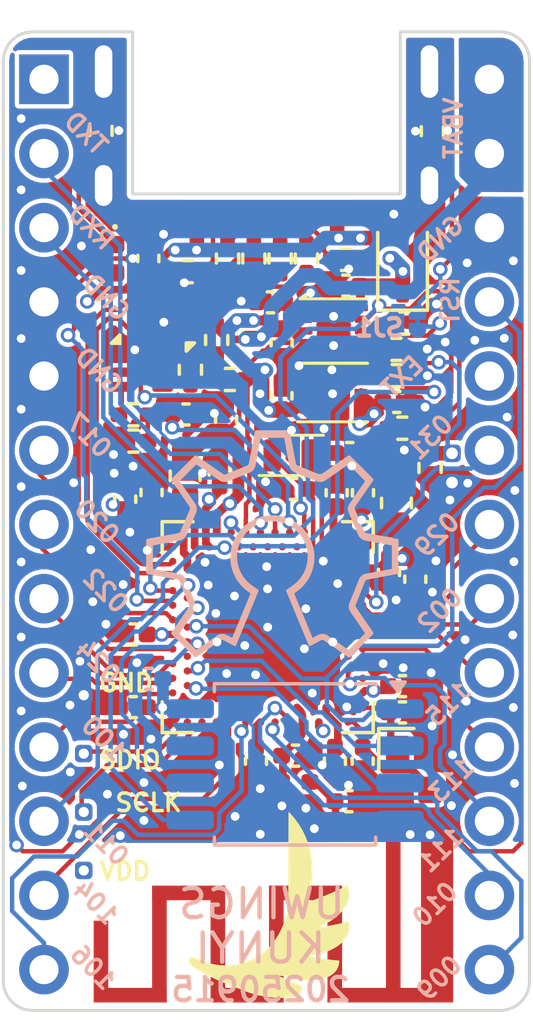
<source format=kicad_pcb>
(kicad_pcb (version 20241229) (generator "pcbnew") (generator_version "9.0")
  (layers (0 "F.Cu" signal) (4 "In1.Cu" signal) (6 "In2.Cu" signal) (2 "B.Cu" signal) (13 "F.Paste" user) (15 "B.Paste" user) (5 "F.SilkS" user "F.Silkscreen") (7 "B.SilkS" user "B.Silkscreen") (1 "F.Mask" user) (3 "B.Mask" user) (25 "Edge.Cuts" user))
  (net 0 "")
  (net 1 "VDD_nRF")
  (net 2 "GND")
  (net 3 "Net-(U1-DEC3)")
  (net 4 "Net-(U1-DEC5)")
  (net 5 "VBUS")
  (net 6 "Net-(J3-CC1)")
  (net 7 "Net-(J3-D+-PadB6)")
  (net 8 "Net-(J3-D--PadB7)")
  (net 9 "/P0_11")
  (net 10 "/BAT_ADC")
  (net 12 "Net-(U1-DECUSB)")
  (net 16 "Net-(U1-DCC)")
  (net 18 "Net-(J3-CC2)")
  (net 20 "/P1_02")
  (net 21 "/RXD")
  (net 22 "/P1_06")
  (net 24 "/SWD_CLK")
  (net 25 "/TXD")
  (net 27 "/P1_01")
  (net 28 "DEC4_6")
  (net 29 "Net-(L1-Pad1)")
  (net 30 "Net-(U1-XC2)")
  (net 33 "/P0_24")
  (net 34 "Net-(U1-ANT)")
  (net 35 "/P1_07")
  (net 37 "/SWD_IO")
  (net 38 "Net-(C14-Pad1)")
  (net 39 "/X32K_L2")
  (net 41 "/USB_DP")
  (net 42 "/X32K_L1")
  (net 43 "Net-(U1-DCCH)")
  (net 44 "/P0_17")
  (net 45 "/POWER_PIN")
  (net 47 "/USB_DN")
  (net 49 "Net-(U1-XC1)")
  (net 50 "/P0_25")
  (net 51 "/P0_22")
  (net 52 "Net-(U1-DEC1)")
  (net 53 "/BLED")
  (net 54 "/P1_04")
  (net 55 "/P1_00")
  (net 56 "/P0_20")
  (net 57 "/P1_11")
  (net 58 "/P0_09")
  (net 59 "/P0_10")
  (net 60 "/P1_13")
  (net 61 "VBAT")
  (net 62 "/P0_31")
  (net 63 "IN5V")
  (net 64 "/P0_02")
  (net 65 "/P1_15")
  (net 66 "/P0_29")
  (net 67 "/RESET")
  (net 70 "Net-(J3-D--PadA7)")
  (net 71 "Net-(J3-D+-PadA6)")
  (net 72 "VOUT")
  (net 73 "VCC_SYS")
  (net 74 "Net-(U3-ISET)")
  (net 75 "Net-(D2-K)")
  (net 76 "Net-(U3-ILIM{slash}VSET)")
  (net 77 "Net-(R8-Pad1)")
  (net 78 "/D-")
  (net 79 "/D+")
  (net 80 "Net-(AE1-A)")
  (net 81 "Net-(U3-TS{slash}MR)")
  (net 82 "Net-(Q1B-DP)")
  (net 83 "Net-(Q1B-GP)")
  (net 84 "/SENSE_EN")
  (net 85 "Net-(Q1A-DN)")
  (net 86 "/P0_12")
  (net 87 "/P1_09")
  (net 88 "/P0_19")
  (net 89 "/P0_16")
  (net 90 "/P0_14")
  (net 91 "/P0_23")
  (footprint "nRFMicro:R_0402_1005Metric" (layer "F.Cu") (at 149.25 102.64 -90)
    (property "Reference" "R12" (hide yes))
    (property "Value" "1K5" (hide yes))
  )
  (footprint "nRFMicro:C_0402_1005Metric" (layer "F.Cu") (at 154.195 116.04 -90)
    (property "Reference" "C10" (hide yes))
    (property "Value" "100p" (hide yes))
  )
  (footprint "nRFMicro:Nordic_AQFN-73-1EP_7x7mm_P0.5mm" (layer "F.Cu") (at 151.895 111.449999 -90)
    (property "Reference" "U1" (hide yes))
    (property "Value" "nRF52840-QIAA" (hide yes))
  )
  (footprint "nRFMicro:C_0402_1005Metric" (layer "F.Cu") (at 156.504998 114.37)
    (property "Reference" "C6" (hide yes))
    (property "Value" "12pF" (hide yes))
  )
  (footprint "nRFMicro:L_0603_1608Metric" (layer "F.Cu") (at 149.07 106.27 -90)
    (property "Reference" "L5" (hide yes))
    (property "Value" "10u" (hide yes))
  )
  (footprint "nRFMicro:R_0402_1005Metric" (layer "F.Cu") (at 146.19 94.46 90)
    (property "Reference" "R16" (hide yes))
    (property "Value" "1K5" (hide yes))
  )
  (footprint "nRFMicro:C_0402_1005Metric" (layer "F.Cu") (at 154.57 99.76 180)
    (property "Reference" "C19" (hide yes))
    (property "Value" "4u7" (hide yes))
  )
  (footprint "nRFMicro:C_0402_1005Metric" (layer "F.Cu") (at 154.255 106.85 90)
    (property "Reference" "C5" (hide yes))
    (property "Value" "100n" (hide yes))
  )
  (footprint "nRFMicro:C_0402_1005Metric" (layer "F.Cu") (at 151.495 116.04 -90)
    (property "Reference" "C11" (hide yes))
    (property "Value" "820p" (hide yes))
  )
  (footprint "nRFMicro:L_0402_1005Metric" (layer "F.Cu") (at 157.47 107.98 90)
    (property "Reference" "L2" (hide yes))
    (property "Value" "15n" (hide yes))
  )
  (footprint "nRFMicro:C_0402_1005Metric" (layer "F.Cu") (at 152.78 106.72 180)
    (property "Reference" "C22" (hide yes))
    (property "Value" "12pF" (hide yes))
  )
  (footprint "nRFMicro:StrappingJumpR" (layer "F.Cu") (at 157.45 106 -90)
    (property "Reference" "R10" (hide yes))
    (property "Value" "10K" (hide yes))
  )
  (footprint "nRFMicro:USB-C_C168688" (layer "F.Cu") (at 151.855 90.23)
    (property "Reference" "J3" (hide yes))
    (property "Value" "USB_C_Receptacle_USB2.0_16P" (hide yes))
  )
  (footprint "nRFMicro:C_0402_1005Metric" (layer "F.Cu") (at 156.505 113.47)
    (property "Reference" "C4" (hide yes))
    (property "Value" "100n" (hide yes))
  )
  (footprint "nRFMicro:USBLC6-2P6" (layer "F.Cu") (at 148.34 100.73 180)
    (property "Reference" "U2" (hide yes))
    (property "Value" "USBLC6-2P6" (hide yes))
  )
  (footprint "nRFMicro:SMD2016-2P" (layer "F.Cu") (at 152.7 105.57 180)
    (property "Reference" "X2" (hide yes))
    (property "Value" "32K768" (hide yes))
  )
  (footprint "nRFMicro:C_0402_1005Metric" (layer "F.Cu") (at 151.99 100.33 180)
    (property "Reference" "C20" (hide yes))
    (property "Value" "2u2" (hide yes))
  )
  (footprint "nRFMicro:R_0402_1005Metric" (layer "F.Cu") (at 147.3 104.18)
    (property "Reference" "R14" (hide yes))
    (property "Value" "390K" (hide yes))
  )
  (footprint "nRFMicro:R_0402_1005Metric" (layer "F.Cu") (at 156.57 101.04)
    (property "Reference" "R7" (hide yes))
    (property "Value" "1K" (hide yes))
  )
  (footprint "nRFMicro:R_0402_1005Metric" (layer "F.Cu") (at 156.31 102.84 180)
    (property "Reference" "R11" (hide yes))
    (property "Value" "2M" (hide yes))
  )
  (footprint "nRFMicro:R_0402_1005Metric" (layer "F.Cu") (at 156.3 101.94)
    (property "Reference" "R9" (hide yes))
    (property "Value" "18K" (hide yes))
  )
  (footprint "nRFMicro:C_0402_1005Metric" (layer "F.Cu") (at 150.25 106.14 90)
    (property "Reference" "C18" (hide yes))
    (property "Value" "4u7" (hide yes))
  )
  (footprint "nRFMicro:R_0402_1005Metric" (layer "F.Cu") (at 153.22 98.83 -90)
    (property "Reference" "R4" (hide yes))
    (property "Value" "22" (hide yes))
  )
  (footprint "nRFMicro:BLE_ANTENNA" (layer "F.Cu") (at 157.14 118.8 180)
    (property "Reference" "AE1" (hide yes))
    (property "Value" "MIFA" (hide yes))
  )
  (footprint "nRFMicro:C_0402_1005Metric" (layer "F.Cu") (at 152.37 101.71 -90)
    (property "Reference" "C21" (hide yes))
    (property "Value" "2u2" (hide yes))
  )
  (footprint "nRFMicro:C_0402_1005Metric" (layer "F.Cu") (at 156.045 109.58 -90)
    (property "Reference" "C3" (hide yes))
    (property "Value" "47n" (hide yes))
  )
  (footprint "nRFMicro:C_0402_1005Metric" (layer "F.Cu") (at 156.945 109.81 -90)
    (property "Reference" "C2" (hide yes))
    (property "Value" "1u" (hide yes))
  )
  (footprint "nRFMicro:C_0402_1005Metric" (layer "F.Cu") (at 156.31 103.74)
    (property "Reference" "C25" (hide yes))
    (property "Value" "4u7" (hide yes))
  )
  (footprint "nRFMicro:C_0402_1005Metric" (layer "F.Cu") (at 154.7 105.49)
    (property "Reference" "C23" (hide yes))
    (property "Value" "12pF" (hide yes))
  )
  (footprint "nRFMicro:Crystal_SMD_SeikoEpson_FA128-4Pin_2.0x1.6mm" (layer "F.Cu") (at 156.895 116.32 -90)
    (property "Reference" "X1" (hide yes))
    (property "Value" "32MHz, CL=8pF, <= 40ppm" (hide yes))
  )
  (footprint "nRFMicro:R_0402_1005Metric" (layer "F.Cu") (at 157.53 94.47 90)
    (property "Reference" "R8" (hide yes))
    (property "Value" "1K5" (hide yes))
  )
  (footprint "nRFMicro:SOT-666" (layer "F.Cu") (at 147.6 102.7225)
    (property "Reference" "Q1" (hide yes))
    (property "Value" "PMDT290UCE" (hide yes))
  )
  (footprint "nRFMicro:R_0402_1005Metric" (layer "F.Cu") (at 154.57 98.86)
    (property "Reference" "R1" (hide yes))
    (property "Value" "5K1" (hide yes))
  )
  (footprint "nRFMicro:C_0402_1005Metric" (layer "F.Cu") (at 149.1 104.17)
    (property "Reference" "C26" (hide yes))
    (property "Value" "100n" (hide yes))
  )
  (footprint "LED_SMD:LED_0402_1005Metric" (layer "F.Cu") (at 146.67 98.8375 -90)
    (property "Reference" "D2" (hide yes))
    (property "Value" "BLED" (hide yes))
  )
  (footprint "nRFMicro:C_0402_1005Metric" (layer "F.Cu") (at 154.67 117.41)
    (property "Reference" "C14" (hide yes))
    (property "Value" "100p" (hide yes))
  )
  (footprint "nRFMicro:C_0402_1005Metric" (layer "F.Cu") (at 152.845 115.85)
    (property "Reference" "C13" (hide yes))
    (property "Value" "100p" (hide yes))
  )
  (footprint "nRFMicro:R_0402_1005Metric" (layer "F.Cu") (at 149.16 99.28 180)
    (property "Reference" "R2" (hide yes))
    (property "Value" "5K1" (hide yes))
  )
  (footprint "nRFMicro:R_0402_1005Metric" (layer "F.Cu") (at 152.32 98.83 -90)
    (property "Reference" "R5" (hide yes))
    (property "Value" "22" (hide yes))
  )
  (footprint "nRFMicro:C_0402_1005Metric" (layer "F.Cu") (at 150.47 104.33 90)
    (property "Reference" "C17" (hide yes))
    (property "Value" "4u7" (hide yes))
  )
  (footprint "nRFMicro:R_0402_1005Metric" (layer "F.Cu") (at 150.52 98.83 -90)
    (property "Reference" "R6" (hide yes))
    (property "Value" "22" (hide yes))
  )
  (footprint "nRFMicro:USP6-C" (layer "F.Cu") (at 154.115 103.42 180)
    (property "Reference" "U4" (hide yes))
    (property "Value" "XC6220B331ER" (hide yes))
  )
  (footprint "nRFMicro:L_0402_1005Metric" (layer "F.Cu") (at 154.67 118.31)
    (property "Reference" "L4" (hide yes))
    (property "Value" "15n" (hide yes))
  )
  (footprint "nRFMicro:BQ25185DLHR" (layer "F.Cu") (at 154.15 101.31)
    (property "Reference" "U3" (hide yes))
    (property "Value" "BQ25185DLHR" (hide yes))
  )
  (footprint "nRFMicro:L_0603_1608Metric" (layer "F.Cu") (at 156.3 107.2 -90)
    (property "Reference" "L1" (hide yes))
    (property "Value" "10u" (hide yes))
  )
  (footprint "Diode_SMD:D_SOD-323" (layer "F.Cu") (at 156.51 98.99 90)
    (property "Reference" "D1" (hide yes))
    (property "Value" "NSR0320" (hide yes))
  )
  (footprint "nRFMicro:ProMicroPinHeader" (layer "F.Cu") (at 151.86 92.695)
    (property "Reference" "BP1" (hide yes))
    (property "Value" "~" (hide yes))
  )
  (footprint "nRFMicro:C_0402_1005Metric" (layer "F.Cu") (at 147.02 107.07 90)
    (property "Reference" "C16" (hide yes))
    (property "Value" "4u7" (hide yes))
  )
  (footprint "nRFMicro:C_0402_1005Metric" (layer "F.Cu") (at 147.295 114.19 180)
    (property "Reference" "C9" (hide yes))
    (property "Value" "100n" (hide yes))
  )
  (footprint "nRFMicro:R_0402_1005Metric" (layer "F.Cu") (at 151.42 98.83 -90)
    (property "Reference" "R3" (hide yes))
    (property "Value" "22" (hide yes))
  )
  (footprint "nRFMicro:C_0402_1005Metric" (layer "F.Cu") (at 147.81 98.83 -90)
    (property "Reference" "C12" (hide yes))
    (property "Value" "100n" (hide yes))
  )
  (footprint "nRFMicro:R_0402_1005Metric" (layer "F.Cu") (at 147.3 105.08 180)
    (property "Reference" "R15" (hide yes))
    (property "Value" "100K" (hide yes))
  )
  (footprint "nRFMicro:R_0402_1005Metric" (layer "F.Cu") (at 156.5 104.64 180)
    (property "Reference" "R17" (hide yes))
    (property "Value" "1M" (hide yes))
  )
  (footprint "nRFMicro:C_0402_1005Metric" (layer "F.Cu") (at 155.145 116.04 -90)
    (property "Reference" "C7" (hide yes))
    (property "Value" "12pF" (hide yes))
  )
  (footprint "nRFMicro:L_0402_1005Metric" (layer "F.Cu") (at 152.85 116.75)
    (property "Reference" "L3" (hide yes))
    (property "Value" "15n" (hide yes))
  )
  (footprint "nRFMicro:C_0402_1005Metric" (layer "F.Cu") (at 155.155 106.85 90)
    (property "Reference" "C1" (hide yes))
    (property "Value" "1uF" (hide yes))
  )
  (footprint "nRFMicro:C_0402_1005Metric" (layer "F.Cu") (at 152.365 103.53 90)
    (property "Reference" "C24" (hide yes))
    (property "Value" "10u" (hide yes))
  )
  (footprint "nRFMicro:R_0402_1005Metric" (layer "F.Cu") (at 150.6 102.97 180)
    (property "Reference" "R18" (hide yes))
    (property "Value" "1M" (hide yes))
  )
  (footprint "nRFMicro:C_0402_1005Metric" (layer "F.Cu") (at 147.295 111.7 180)
    (property "Reference" "C8" (hide yes))
    (property "Value" "100n" (hide yes))
  )
  (footprint "nRFMicro:R_0402_1005Metric" (layer "F.Cu") (at 150.15 101.62 -90)
    (property "Reference" "R13" (hide yes))
    (property "Value" "100K" (hide yes))
  )
  (footprint "nRFMicro:C_0402_1005Metric" (layer "F.Cu") (at 147.92 106.84 90)
    (property "Reference" "C15" (hide yes))
    (property "Value" "4u7" (hide yes))
  )
  (footprint "nRFMicro:C_0402_1005Metric" (layer "B.Cu") (at 147.83 113.22)
    (property "Reference" "C27" (hide yes))
    (property "Value" "100n" (hide yes))
  )
  (footprint "nRFMicro:SWD_CONNECTOR" (layer "B.Cu") (at 145.6 116.78 90)
    (property "Reference" "J4" (hide yes))
    (property "Value" "SWD" (hide yes))
  )
  (footprint "nRFMicro:StrappingJump" (layer "B.Cu") (at 157.02 100.98 90)
    (property "Reference" "SJ1")
    (property "Value" "~" (hide yes))
  )
  (footprint "Package_SO:SOIC-8_5.3x5.3mm_P1.27mm" (layer "B.Cu") (at 152.83 116.15 180)
    (property "Reference" "U5" (hide yes))
    (property "Value" "W25Q128JVS" (hide yes))
  )
  (gr_poly (pts (xy 152.707372 117.872139) (xy 152.786984 117.964403) (xy 152.861952 118.059219) (xy 152.932278 118.156582) (xy 152.997961 118.256492) (xy 153.059001 118.358949) (xy 153.1154 118.463953) (xy 153.167153 118.571506) (xy 153.214265 118.681606) (xy 153.256735 118.794253) (xy 153.294563 118.90945) (xy 153.327747 119.027193) (xy 153.356287 119.147484) (xy 153.380187 119.270324) (xy 153.399441 119.395709) (xy 153.414055 119.523643) (xy 153.420481 119.606349) (xy 153.424206 119.689149) (xy 153.425322 119.771995) (xy 153.423914 119.854844) (xy 153.420072 119.937646) (xy 153.413887 120.020357) (xy 153.405448 120.102926) (xy 153.39484 120.185309) (xy 153.382152 120.267457) (xy 153.367478 120.349323) (xy 153.350901 120.430861) (xy 153.332515 120.512022) (xy 153.290662 120.673031) (xy 153.242626 120.831973) (xy 153.241256 120.836598) (xy 153.240265 120.840833) (xy 153.23991 120.842805) (xy 153.239648 120.84468) (xy 153.239483 120.846455) (xy 153.239409 120.848135) (xy 153.23943 120.849715) (xy 153.239547 120.851199) (xy 153.239758 120.852583) (xy 153.24006 120.853872) (xy 153.240457 120.855062) (xy 153.240951 120.856153) (xy 153.241535 120.857146) (xy 153.242216 120.858046) (xy 153.242991 120.858845) (xy 153.243857 120.859548) (xy 153.244821 120.860149) (xy 153.245879 120.860658) (xy 153.247028 120.861066) (xy 153.248273 120.861378) (xy 153.249612 120.861592) (xy 153.251045 120.861706) (xy 153.252573 120.861725) (xy 153.254195 120.861646) (xy 153.255908 120.861469) (xy 153.25772 120.861194) (xy 153.259625 120.860821) (xy 153.261621 120.860349) (xy 153.265899 120.859116) (xy 153.43863 120.802034) (xy 153.609275 120.740573) (xy 153.778299 120.67509) (xy 153.946168 120.605927) (xy 154.113344 120.533431) (xy 154.280294 120.457951) (xy 154.615375 120.299426) (xy 154.616287 120.299004) (xy 154.617183 120.298625) (xy 154.61806 120.298298) (xy 154.618919 120.298014) (xy 154.619759 120.297777) (xy 154.620584 120.297589) (xy 154.621387 120.297446) (xy 154.622175 120.29735) (xy 154.622946 120.297301) (xy 154.623696 120.297297) (xy 154.62443 120.297343) (xy 154.625147 120.297432) (xy 154.625845 120.297569) (xy 154.626524 120.297755) (xy 154.627186 120.297987) (xy 154.62783 120.298265) (xy 154.628457 120.298588) (xy 154.629064 120.29896) (xy 154.629655 120.299378) (xy 154.630227 120.299842) (xy 154.630782 120.300355) (xy 154.631317 120.300913) (xy 154.631837 120.301517) (xy 154.632337 120.302171) (xy 154.63282 120.302869) (xy 154.633285 120.303615) (xy 154.633732 120.304407) (xy 154.634161 120.305246) (xy 154.634572 120.30613) (xy 154.634965 120.307064) (xy 154.635696 120.309068) (xy 154.650465 120.356117) (xy 154.662642 120.402704) (xy 154.67223 120.448827) (xy 154.679231 120.494487) (xy 154.683641 120.539684) (xy 154.685464 120.584417) (xy 154.684695 120.628688) (xy 154.681341 120.672494) (xy 154.675397 120.715837) (xy 154.666862 120.758718) (xy 154.655739 120.801136) (xy 154.642028 120.84309) (xy 154.625727 120.884578) (xy 154.606837 120.925608) (xy 154.585357 120.966171) (xy 154.561291 121.006272) (xy 154.525233 121.060355) (xy 154.487162 121.112516) (xy 154.447144 121.16278) (xy 154.40524 121.211168) (xy 154.361515 121.2577) (xy 154.316029 121.302401) (xy 154.268846 121.345292) (xy 154.220029 121.386396) (xy 154.169641 121.425729) (xy 154.117745 121.463323) (xy 154.064405 121.499194) (xy 154.009681 121.533362) (xy 153.953637 121.565852) (xy 153.896337 121.596687) (xy 153.837846 121.625885) (xy 153.77822 121.653471) (xy 153.755724 121.663684) (xy 153.736338 121.672988) (xy 153.720057 121.681379) (xy 153.706888 121.688856) (xy 153.696827 121.695418) (xy 153.692962 121.698359) (xy 153.689874 121.70107) (xy 153.687562 121.703556) (xy 153.68603 121.705812) (xy 153.685274 121.70784) (xy 153.685293 121.709638) (xy 153.686093 121.711208) (xy 153.68767 121.712553) (xy 153.690021 121.713667) (xy 153.693151 121.714556) (xy 153.697057 121.715215) (xy 153.701742 121.715645) (xy 153.713444 121.715821) (xy 153.728253 121.715087) (xy 153.746171 121.713438) (xy 153.767195 121.710879) (xy 153.791334 121.707406) (xy 153.896515 121.690547) (xy 154.001789 121.672292) (xy 154.107154 121.652641) (xy 154.212612 121.631596) (xy 154.318164 121.609156) (xy 154.423807 121.585318) (xy 154.529542 121.560087) (xy 154.635368 121.533463) (xy 154.637115 121.533072) (xy 154.638868 121.53278) (xy 154.640625 121.532582) (xy 154.642385 121.532483) (xy 154.64414 121.532476) (xy 154.64589 121.532568) (xy 154.647632 121.532753) (xy 154.649365 121.533031) (xy 154.651081 121.533401) (xy 154.652776 121.533864) (xy 154.654449 121.534417) (xy 154.6561 121.535064) (xy 154.65772 121.535803) (xy 154.659307 121.53663) (xy 154.660863 121.537543) (xy 154.662378 121.53855) (xy 154.663846 121.539636) (xy 154.665251 121.540795) (xy 154.666597 121.542027) (xy 154.667879 121.543323) (xy 154.669097 121.544689) (xy 154.670247 121.546114) (xy 154.671327 121.547598) (xy 154.672338 121.549136) (xy 154.673275 121.55073) (xy 154.674139 121.552371) (xy 154.674927 121.554063) (xy 154.675636 121.555795) (xy 154.676262 121.557569) (xy 154.676812 121.559382) (xy 154.677276 121.561229) (xy 154.677654 121.563107) (xy 154.683231 121.598908) (xy 154.687025 121.634179) (xy 154.689088 121.668911) (xy 154.689472 121.7031) (xy 154.688226 121.73674) (xy 154.685401 121.76982) (xy 154.681048 121.802337) (xy 154.675221 121.834279) (xy 154.667965 121.865647) (xy 154.659333 121.896426) (xy 154.649376 121.926613) (xy 154.638145 121.956202) (xy 154.612061 122.013551) (xy 154.581489 122.068419) (xy 154.546834 122.120752) (xy 154.508501 122.170492) (xy 154.466897 122.217586) (xy 154.422429 122.261976) (xy 154.375499 122.303607) (xy 154.326513 122.342425) (xy 154.275881 122.378373) (xy 154.224004 122.411397) (xy 154.173295 122.441026) (xy 154.12221 122.469014) (xy 154.070752 122.495361) (xy 154.018915 122.520068) (xy 153.966702 122.543131) (xy 153.914111 122.564557) (xy 153.861145 122.584342) (xy 153.807802 122.602486) (xy 153.754084 122.618988) (xy 153.699989 122.63385) (xy 153.645516 122.64707) (xy 153.590666 122.658651) (xy 153.535444 122.66859) (xy 153.479841 122.67689) (xy 153.423866 122.683547) (xy 153.367511 122.688563) (xy 153.366105 122.688698) (xy 153.364764 122.688872) (xy 153.363482 122.689089) (xy 153.36226 122.689348) (xy 153.3611 122.689654) (xy 153.36 122.69) (xy 153.358963 122.690388) (xy 153.357985 122.690818) (xy 153.357066 122.691291) (xy 153.356211 122.691808) (xy 153.355416 122.692366) (xy 153.35468 122.692967) (xy 153.354007 122.693609) (xy 153.353395 122.694294) (xy 153.352841 122.695025) (xy 153.35235 122.695796) (xy 153.35192 122.69661) (xy 153.351551 122.697464) (xy 153.351242 122.698365) (xy 153.350993 122.699304) (xy 153.350807 122.700289) (xy 153.35068 122.701317) (xy 153.350615 122.702386) (xy 153.350609 122.703495) (xy 153.350665 122.70465) (xy 153.350783 122.705847) (xy 153.35096 122.707087) (xy 153.351197 122.708369) (xy 153.351499 122.709695) (xy 153.351858 122.711061) (xy 153.35228 122.712469) (xy 153.352763 122.713922) (xy 153.353452 122.715708) (xy 153.354221 122.717401) (xy 153.355062 122.719001) (xy 153.355978 122.720508) (xy 153.356966 122.721925) (xy 153.358029 122.723248) (xy 153.359168 122.724482) (xy 153.360381 122.725621) (xy 153.361668 122.726669) (xy 153.363028 122.727625) (xy 153.364465 122.728489) (xy 153.365973 122.72926) (xy 153.367558 122.72994) (xy 153.369216 122.730525) (xy 153.370948 122.731022) (xy 153.372755 122.731425) (xy 153.495661 122.75352) (xy 153.617567 122.774086) (xy 153.738466 122.793122) (xy 153.858362 122.810628) (xy 153.977255 122.826605) (xy 154.095144 122.841056) (xy 154.21203 122.853975) (xy 154.327909 122.865366) (xy 154.328842 122.865462) (xy 154.329759 122.865607) (xy 154.330659 122.8658) (xy 154.33154 122.866042) (xy 154.332406 122.866329) (xy 154.33325 122.866657) (xy 154.334074 122.867031) (xy 154.334877 122.867444) (xy 154.335657 122.867896) (xy 154.336415 122.868391) (xy 154.337146 122.868922) (xy 154.337854 122.869489) (xy 154.338532 122.87009) (xy 154.339184 122.870725) (xy 154.339807 122.871394) (xy 154.340398 122.872092) (xy 154.340961 122.872821) (xy 154.341489 122.873579) (xy 154.341987 122.874363) (xy 154.34245 122.875172) (xy 154.342877 122.876008) (xy 154.343269 122.876865) (xy 154.343621 122.877746) (xy 154.343938 122.878646) (xy 154.344213 122.879566) (xy 154.344449 122.880503) (xy 154.344644 122.881459) (xy 154.344795 122.882429) (xy 154.344902 122.883414) (xy 154.344967 122.884411) (xy 154.344985 122.885418) (xy 154.344956 122.886437) (xy 154.341478 122.933193) (xy 154.334948 122.977911) (xy 154.3255 123.020629) (xy 154.31327 123.061379) (xy 154.29839 123.100199) (xy 154.280996 123.137117) (xy 154.261223 123.172178) (xy 154.23921 123.205407) (xy 154.215088 123.236841) (xy 154.188991 123.266514) (xy 154.161056 123.294463) (xy 154.131418 123.32072) (xy 154.100212 123.345319) (xy 154.067572 123.368297) (xy 154.033634 123.389685) (xy 153.998531 123.40952) (xy 153.962399 123.427836) (xy 153.925378 123.444666) (xy 153.887595 123.460047) (xy 153.84919 123.474011) (xy 153.810295 123.486592) (xy 153.771047 123.497827) (xy 153.69203 123.516392) (xy 153.613218 123.529982) (xy 153.535692 123.538866) (xy 153.460533 123.54333) (xy 153.388817 123.543639) (xy 153.171538 123.539979) (xy 153.117267 123.537683) (xy 153.063253 123.533997) (xy 153.009616 123.528502) (xy 152.982975 123.524946) (xy 152.956473 123.520781) (xy 152.895916 123.509941) (xy 152.835032 123.497965) (xy 152.773816 123.48485) (xy 152.712277 123.470597) (xy 152.650408 123.455206) (xy 152.58821 123.438674) (xy 152.525686 123.421006) (xy 152.462835 123.402197) (xy 152.45518 123.399911) (xy 152.447354 123.397868) (xy 152.43939 123.396056) (xy 152.43131 123.39447) (xy 152.423151 123.393098) (xy 152.414936 123.391934) (xy 152.4067 123.390967) (xy 152.398466 123.390189) (xy 152.382134 123.389163) (xy 152.366175 123.388789) (xy 152.350822 123.388989) (xy 152.336311 123.389697) (xy 152.329419 123.390225) (xy 152.32341 123.390909) (xy 152.318284 123.391754) (xy 152.316053 123.392234) (xy 152.314042 123.392755) (xy 152.312252 123.393318) (xy 152.310684 123.393917) (xy 152.309335 123.394559) (xy 152.308209 123.39524) (xy 152.307302 123.395957) (xy 152.306616 123.39672) (xy 152.306153 123.397519) (xy 152.305909 123.398357) (xy 152.305887 123.399238) (xy 152.306085 123.400157) (xy 152.306503 123.401116) (xy 152.307143 123.402115) (xy 152.308003 123.403153) (xy 152.309085 123.404232) (xy 152.31039 123.405348) (xy 152.311911 123.406507) (xy 152.313656 123.407702) (xy 152.315621 123.40894) (xy 152.320212 123.411535) (xy 152.32569 123.414288) (xy 152.332049 123.417199) (xy 153.01449 123.716511) (xy 153.017083 123.717716) (xy 153.019628 123.719007) (xy 153.022119 123.720386) (xy 153.024558 123.721851) (xy 153.026942 123.723401) (xy 153.029271 123.72503) (xy 153.031542 123.726738) (xy 153.033752 123.728524) (xy 153.035907 123.730384) (xy 153.037997 123.732317) (xy 153.041987 123.736397) (xy 153.045716 123.740745) (xy 153.049173 123.745347) (xy 153.052343 123.750187) (xy 153.055216 123.755245) (xy 153.057784 123.760515) (xy 153.060034 123.765969) (xy 153.061953 123.771601) (xy 153.063531 123.777388) (xy 153.06476 123.783319) (xy 153.065236 123.786332) (xy 153.065623 123.789375) (xy 153.067477 123.815627) (xy 153.067203 123.840563) (xy 153.064899 123.864215) (xy 153.060665 123.886617) (xy 153.054594 123.907803) (xy 153.046789 123.927803) (xy 153.037348 123.946651) (xy 153.026367 123.964385) (xy 153.013947 123.981032) (xy 153.00018 123.996629) (xy 152.985172 124.011205) (xy 152.969016 124.024799) (xy 152.951812 124.03744) (xy 152.933658 124.049159) (xy 152.91465 124.059996) (xy 152.894891 124.069981) (xy 152.874474 124.079145) (xy 152.8535 124.087523) (xy 152.832065 124.095147) (xy 152.810272 124.102052) (xy 152.765987 124.113837) (xy 152.721437 124.123139) (xy 152.677403 124.130223) (xy 152.634672 124.135358) (xy 152.594026 124.138805) (xy 152.556251 124.140833) (xy 152.448567 124.143593) (xy 152.342016 124.143562) (xy 152.236595 124.140746) (xy 152.132308 124.135143) (xy 152.029153 124.126749) (xy 151.927126 124.115571) (xy 151.826234 124.101602) (xy 151.726474 124.084848) (xy 151.627843 124.065305) (xy 151.530348 124.042973) (xy 151.433984 124.017856) (xy 151.338748 123.98995) (xy 151.244647 123.959258) (xy 151.151677 123.925777) (xy 151.059842 123.889507) (xy 150.969135 123.85045) (xy 150.303739 123.59293) (xy 150.08265 123.489703) (xy 149.978252 123.439164) (xy 149.87795 123.389339) (xy 149.781747 123.340227) (xy 149.68964 123.291832) (xy 149.60163 123.244149) (xy 149.517719 123.197178) (xy 149.475211 123.172357) (xy 149.419429 123.137426) (xy 149.388735 123.116746) (xy 149.357326 123.094231) (xy 149.326077 123.070113) (xy 149.295853 123.044621) (xy 149.26752 123.017987) (xy 149.241949 122.990441) (xy 149.230473 122.976398) (xy 149.220011 122.962214) (xy 149.210675 122.947917) (xy 149.202572 122.933536) (xy 149.19581 122.919099) (xy 149.190499 122.904638) (xy 149.18675 122.890177) (xy 149.184665 122.875751) (xy 149.18436 122.861382) (xy 149.185936 122.847105) (xy 149.189508 122.832945) (xy 149.195182 122.818933) (xy 149.200821 122.808327) (xy 149.206975 122.798728) (xy 149.213606 122.79009) (xy 149.220686 122.782387) (xy 149.228194 122.775579) (xy 149.236093 122.76963) (xy 149.244358 122.764502) (xy 149.25296 122.760166) (xy 149.261867 122.756581) (xy 149.271055 122.753713) (xy 149.280494 122.751523) (xy 149.290152 122.749983) (xy 149.300004 122.749049) (xy 149.310021 122.748691) (xy 149.320174 122.74887) (xy 149.330432 122.749551) (xy 149.340768 122.7507) (xy 149.351155 122.752279) (xy 149.371955 122.756588) (xy 149.39261 122.762192) (xy 149.412887 122.768805) (xy 149.432551 122.776144) (xy 149.451379 122.78392) (xy 149.469136 122.791848) (xy 149.485596 122.799646) (xy 149.579797 122.842945) (xy 149.674177 122.881768) (xy 149.768735 122.91611) (xy 149.863466 122.945974) (xy 149.958376 122.971359) (xy 150.053462 122.992266) (xy 150.148725 123.008695) (xy 150.244162 123.020645) (xy 150.339779 123.028117) (xy 150.435572 123.031111) (xy 150.531544 123.029624) (xy 150.627689 123.023661) (xy 150.724011 123.013217) (xy 150.820511 122.998295) (xy 150.917188 122.978894) (xy 151.01404 122.955017) (xy 151.125716 122.921793) (xy 151.233757 122.8832) (xy 151.338158 122.839241) (xy 151.438926 122.789912) (xy 151.536058 122.735215) (xy 151.629553 122.675147) (xy 151.71941 122.609713) (xy 151.805633 122.538908) (xy 151.888219 122.462735) (xy 151.967168 122.381193) (xy 152.04248 122.294281) (xy 152.114155 122.202003) (xy 152.182196 122.104355) (xy 152.246601 122.001338) (xy 152.30737 121.892952) (xy 152.364498 121.779199) (xy 152.384496 121.736071) (xy 152.403511 121.692772) (xy 152.421545 121.6493) (xy 152.438599 121.605656) (xy 152.454673 121.561838) (xy 152.469764 121.517846) (xy 152.483875 121.473683) (xy 152.497006 121.429346) (xy 152.509155 121.384837) (xy 152.520325 121.340153) (xy 152.530513 121.295297) (xy 152.539718 121.250269) (xy 152.547946 121.205065) (xy 152.555191 121.159688) (xy 152.561455 121.114143) (xy 152.566741 121.068421) (xy 152.574056 120.994988) (xy 152.580425 120.921489) (xy 152.585853 120.847923) (xy 152.59034 120.774287) (xy 152.593885 120.700588) (xy 152.596486 120.626818) (xy 152.598145 120.552986) (xy 152.598862 120.479085) (xy 152.606073 117.78242) (xy 152.606075 117.782418) (xy 152.623119 117.78242)) (fill yes) (layer "F.SilkS"))
  (gr_poly (pts (xy 151.505823 104.710062) (xy 151.503377 104.710244) (xy 151.500943 104.710544) (xy 151.498522 104.710958) (xy 151.496121 104.711484) (xy 151.493742 104.712119) (xy 151.491389 104.71286) (xy 151.489065 104.713704) (xy 151.486772 104.714647) (xy 151.484521 104.715686) (xy 151.482308 104.716821) (xy 151.480139 104.718045) (xy 151.478019 104.719358) (xy 151.475949 104.720755) (xy 151.473935 104.722233) (xy 151.47198 104.723792) (xy 151.47009 104.725425) (xy 151.468265 104.727132) (xy 151.466509 104.728908) (xy 151.464829 104.730751) (xy 151.463226 104.732658) (xy 151.461703 104.734626) (xy 151.460266 104.736651) (xy 151.458917 104.738732) (xy 151.457661 104.740864) (xy 151.4565 104.743045) (xy 151.45544 104.745272) (xy 151.454482 104.747541) (xy 151.453632 104.749852) (xy 151.452891 104.752198) (xy 151.452268 104.754579) (xy 151.451761 104.756991) (xy 151.247609 105.853953) (xy 151.247106 105.856384) (xy 151.24649 105.858823) (xy 151.245766 105.861267) (xy 151.244938 105.86371) (xy 151.24298 105.868581) (xy 151.240645 105.873407) (xy 151.237963 105.878151) (xy 151.234959 105.882787) (xy 151.231662 105.887279) (xy 151.228102 105.891596) (xy 151.224303 105.895707) (xy 151.2203 105.89958) (xy 151.216114 105.903182) (xy 151.211776 105.906482) (xy 151.207318 105.909448) (xy 151.202762 105.912048) (xy 151.200456 105.913201) (xy 151.198138 105.914251) (xy 151.19581 105.915193) (xy 151.193475 105.916023) (xy 150.458302 106.217014) (xy 150.453744 106.219048) (xy 150.44891 106.220745) (xy 150.443839 106.222112) (xy 150.438577 106.22315) (xy 150.433163 106.223862) (xy 150.427644 106.224253) (xy 150.42206 106.224323) (xy 150.416453 106.224078) (xy 150.410865 106.223521) (xy 150.405344 106.222654) (xy 150.399927 106.221481) (xy 150.394658 106.220004) (xy 150.389579 106.21823) (xy 150.384734 106.216158) (xy 150.380164 106.213794) (xy 150.375913 106.211139) (xy 149.459448 105.582173) (xy 149.457391 105.580826) (xy 149.455273 105.579586) (xy 149.453096 105.578451) (xy 149.450867 105.57742) (xy 149.44859 105.576493) (xy 149.446269 105.57567) (xy 149.44391 105.57495) (xy 149.441518 105.574332) (xy 149.439096 105.573816) (xy 149.436649 105.573403) (xy 149.431703 105.572877) (xy 149.426716 105.572753) (xy 149.421726 105.573025) (xy 149.416772 105.573688) (xy 149.41189 105.574742) (xy 149.40712 105.576179) (xy 149.40479 105.577041) (xy 149.402499 105.577997) (xy 149.400256 105.579049) (xy 149.398064 105.580193) (xy 149.395931 105.581431) (xy 149.393857 105.582761) (xy 149.391849 105.584182) (xy 149.389909 105.585698) (xy 149.388048 105.587303) (xy 149.386266 105.588999) (xy 148.614423 106.36084) (xy 148.612713 106.362638) (xy 148.611097 106.364513) (xy 148.609572 106.366462) (xy 148.608146 106.368479) (xy 148.606811 106.370561) (xy 148.605572 106.372702) (xy 148.603377 106.377145) (xy 148.601565 106.381772) (xy 148.600138 106.386545) (xy 148.599097 106.391427) (xy 148.598449 106.396382) (xy 148.598192 106.401369) (xy 148.598329 106.40636) (xy 148.598865 106.411309) (xy 148.599801 106.416183) (xy 148.601137 106.420945) (xy 148.60196 106.423271) (xy 148.602884 106.425557) (xy 148.603908 106.427795) (xy 148.605035 106.429982) (xy 148.606264 106.432113) (xy 148.607597 106.434183) (xy 149.225611 107.334931) (xy 149.228287 107.339204) (xy 149.230661 107.343784) (xy 149.232728 107.348627) (xy 149.234487 107.353694) (xy 149.235939 107.358943) (xy 149.237077 107.364332) (xy 149.237902 107.369822) (xy 149.23841 107.375372) (xy 149.2386 107.380941) (xy 149.23847 107.386487) (xy 149.238018 107.39197) (xy 149.237241 107.39735) (xy 149.236138 107.402584) (xy 149.234708 107.407632) (xy 149.232944 107.412452) (xy 149.230849 107.417005) (xy 148.90573 108.175512) (xy 148.903897 108.180174) (xy 148.901635 108.184792) (xy 148.898977 108.189341) (xy 148.895954 108.19379) (xy 148.892599 108.198116) (xy 148.888944 108.202288) (xy 148.885022 108.206278) (xy 148.880865 108.21006) (xy 148.876505 108.213606) (xy 148.871975 108.216887) (xy 148.867306 108.219878) (xy 148.862532 108.22255) (xy 148.857684 108.224873) (xy 148.852795 108.226821) (xy 148.847897 108.22837) (xy 148.843023 108.229488) (xy 147.782415 108.426655) (xy 147.78162 108.426655) (xy 147.779209 108.427175) (xy 147.776829 108.427813) (xy 147.774482 108.428563) (xy 147.772171 108.429422) (xy 147.769903 108.430386) (xy 147.767677 108.431454) (xy 147.765496 108.432619) (xy 147.763364 108.433881) (xy 147.761283 108.435233) (xy 147.759261 108.436672) (xy 147.75539 108.439801) (xy 147.751773 108.443238) (xy 147.748442 108.446955) (xy 147.745412 108.450923) (xy 147.742713 108.455114) (xy 147.74037 108.459498) (xy 147.739335 108.461753) (xy 147.738401 108.464047) (xy 147.737566 108.466376) (xy 147.736835 108.468735) (xy 147.736209 108.47112) (xy 147.735695 108.473529) (xy 147.735293 108.475958) (xy 147.735005 108.478404) (xy 147.734835 108.480862) (xy 147.734789 108.483329) (xy 147.734789 109.574894) (xy 147.734851 109.577361) (xy 147.735031 109.579821) (xy 147.735333 109.582268) (xy 147.735748 109.5847) (xy 147.736272 109.587112) (xy 147.736909 109.5895) (xy 147.73765 109.591864) (xy 147.738493 109.594196) (xy 147.739436 109.596494) (xy 147.740477 109.598756) (xy 147.74161 109.600976) (xy 147.742835 109.603151) (xy 147.744147 109.605277) (xy 147.745545 109.607351) (xy 147.747024 109.609369) (xy 147.748579 109.611327) (xy 147.750215 109.613222) (xy 147.751921 109.61505) (xy 147.753698 109.616807) (xy 147.755541 109.61849) (xy 147.757447 109.620097) (xy 147.759415 109.621621) (xy 147.761441 109.623058) (xy 147.763521 109.624409) (xy 147.765654 109.625666) (xy 147.767835 109.626826) (xy 147.770062 109.627888) (xy 147.772332 109.628845) (xy 147.774641 109.629694) (xy 147.776988 109.630436) (xy 147.779369 109.631061) (xy 147.78178 109.631568) (xy 148.816354 109.82413) (xy 148.818798 109.824635) (xy 148.821246 109.825252) (xy 148.823696 109.825977) (xy 148.826143 109.82681) (xy 148.831011 109.828775) (xy 148.835818 109.831121) (xy 148.84054 109.833819) (xy 148.845139 109.83684) (xy 148.84959 109.840155) (xy 148.853858 109.843737) (xy 148.857914 109.847557) (xy 148.861727 109.851587) (xy 148.865267 109.855798) (xy 148.868502 109.860162) (xy 148.871401 109.864652) (xy 148.873939 109.869237) (xy 148.876077 109.87389) (xy 148.876988 109.876231) (xy 148.877789 109.878583) (xy 149.200846 110.68535) (xy 149.20285 110.689934) (xy 149.204519 110.694787) (xy 149.205857 110.699872) (xy 149.206866 110.705144) (xy 149.207555 110.71056) (xy 149.207922 110.716079) (xy 149.207973 110.72166) (xy 149.207711 110.72726) (xy 149.20714 110.732838) (xy 149.206265 110.738352) (xy 149.205088 110.743758) (xy 149.203611 110.749019) (xy 149.201845 110.754089) (xy 149.199786 110.758927) (xy 149.19744 110.763491) (xy 149.194812 110.767742) (xy 148.60712 111.624038) (xy 148.605772 111.626096) (xy 148.604532 111.628216) (xy 148.603398 111.630395) (xy 148.602367 111.632627) (xy 148.601439 111.634908) (xy 148.600616 111.637233) (xy 148.599897 111.639597) (xy 148.599279 111.641995) (xy 148.598764 111.644423) (xy 148.59835 111.646874) (xy 148.597825 111.651835) (xy 148.5977 111.656837) (xy 148.597972 111.661841) (xy 148.598636 111.66681) (xy 148.59969 111.671706) (xy 148.601127 111.676489) (xy 148.601989 111.678826) (xy 148.602945 111.681122) (xy 148.603996 111.68337) (xy 148.60514 111.685566) (xy 148.606376 111.687705) (xy 148.607706 111.689783) (xy 148.609131 111.691793) (xy 148.610645 111.693734) (xy 148.61225 111.695597) (xy 148.613946 111.697381) (xy 149.385945 112.469224) (xy 149.387715 112.47092) (xy 149.389565 112.472524) (xy 149.391488 112.474036) (xy 149.393487 112.475455) (xy 149.39555 112.476782) (xy 149.397675 112.478015) (xy 149.402092 112.480202) (xy 149.4067 112.48201) (xy 149.411461 112.483439) (xy 149.416335 112.484482) (xy 149.421289 112.485138) (xy 149.42628 112.485404) (xy 149.431273 112.485276) (xy 149.436228 112.48475) (xy 149.44111 112.483824) (xy 149.445879 112.482494) (xy 149.448209 112.481677) (xy 149.450497 112.480757) (xy 149.452738 112.479735) (xy 149.454926 112.47861) (xy 149.457058 112.477382) (xy 149.459131 112.47605) (xy 150.300345 111.898676) (xy 150.304588 111.896068) (xy 150.309126 111.893781) (xy 150.313921 111.891816) (xy 150.318931 111.890173) (xy 150.324116 111.888853) (xy 150.329434 111.88786) (xy 150.334848 111.887191) (xy 150.340313 111.886849) (xy 150.345788 111.886834) (xy 150.351232 111.887148) (xy 150.356609 111.887791) (xy 150.361873 111.888763) (xy 150.366985 111.890069) (xy 150.371901 111.891704) (xy 150.376584 111.893674) (xy 150.380992 111.895977) (xy 150.751991 112.094097) (xy 150.754204 112.095164) (xy 150.756437 112.096101) (xy 150.758686 112.09691) (xy 150.760946 112.097596) (xy 150.763213 112.098156) (xy 150.765484 112.098592) (xy 150.767755 112.098909) (xy 150.770022 112.099106) (xy 150.772278 112.099183) (xy 150.774526 112.099144) (xy 150.776756 112.09899) (xy 150.778967 112.09872) (xy 150.781153 112.098339) (xy 150.783312 112.097849) (xy 150.785439 112.097247) (xy 150.787531 112.096538) (xy 150.789583 112.095722) (xy 150.791592 112.094802) (xy 150.793553 112.093777) (xy 150.795463 112.092651) (xy 150.797316 112.091424) (xy 150.799113 112.090098) (xy 150.800845 112.088674) (xy 150.80251 112.087154) (xy 150.804105 112.08554) (xy 150.805625 112.083832) (xy 150.807065 112.082033) (xy 150.808424 112.080143) (xy 150.809694 112.078165) (xy 150.810876 112.076099) (xy 150.811963 112.073948) (xy 150.812951 112.071713) (xy 151.577808 110.223388) (xy 151.578701 110.221092) (xy 151.579477 110.21876) (xy 151.580137 110.2164) (xy 151.58068 110.214013) (xy 151.581112 110.211604) (xy 151.581433 110.209178) (xy 151.581643 110.20674) (xy 151.581745 110.204293) (xy 151.581739 110.201841) (xy 151.581626 110.19939) (xy 151.581411 110.196943) (xy 151.581093 110.194504) (xy 151.580673 110.192081) (xy 151.580153 110.189674) (xy 151.579535 110.187288) (xy 151.57882 110.18493) (xy 151.57801 110.182602) (xy 151.577104 110.18031) (xy 151.57611 110.178056) (xy 151.575022 110.175846) (xy 151.573845 110.173684) (xy 151.57258 110.171576) (xy 151.57123 110.169522) (xy 151.569792 110.167532) (xy 151.568273 110.165606) (xy 151.566673 110.163751) (xy 151.564991 110.16197) (xy 151.56323 110.160269) (xy 151.56139 110.158648) (xy 151.559476 110.157116) (xy 151.557488 110.155676) (xy 151.555425 110.15433) (xy 151.462556 110.097499) (xy 151.455858 110.093238) (xy 151.448714 110.08838) (xy 151.441258 110.083033) (xy 151.433623 110.077298) (xy 151.425944 110.071281) (xy 151.418353 110.065083) (xy 151.410987 110.058814) (xy 151.403976 110.052573) (xy 151.342521 110.010529) (xy 151.28387 109.964873) (xy 151.228183 109.915764) (xy 151.175625 109.863359) (xy 151.126349 109.807822) (xy 151.08052 109.749313) (xy 151.038297 109.687986) (xy 150.999839 109.624008) (xy 150.965304 109.557533) (xy 150.934858 109.488724) (xy 150.908656 109.417739) (xy 150.886859 109.344739) (xy 150.869627 109.269883) (xy 150.857118 109.193332) (xy 150.849499 109.115244) (xy 150.846923 109.035779) (xy 150.848494 108.973668) (xy 150.853156 108.912371) (xy 150.860834 108.851965) (xy 150.871452 108.792526) (xy 150.884933 108.734128) (xy 150.901201 108.676848) (xy 150.920182 108.620761) (xy 150.941799 108.565946) (xy 150.965975 108.512476) (xy 150.992635 108.460427) (xy 151.021705 108.409874) (xy 151.053107 108.360899) (xy 151.086765 108.313569) (xy 151.122603 108.267967) (xy 151.160547 108.224165) (xy 151.200519 108.18224) (xy 151.242444 108.142268) (xy 151.286246 108.104325) (xy 151.331849 108.068485) (xy 151.379175 108.034828) (xy 151.428155 108.003425) (xy 151.478706 107.974357) (xy 151.530755 107.947695) (xy 151.584225 107.923519) (xy 151.639041 107.901902) (xy 151.695127 107.882922) (xy 151.752408 107.866654) (xy 151.810804 107.853173) (xy 151.870243 107.842555) (xy 151.930649 107.834878) (xy 151.991947 107.830215) (xy 152.054056 107.828644) (xy 152.116169 107.830214) (xy 152.177464 107.834876) (xy 152.237872 107.842551) (xy 152.29731 107.853166) (xy 152.35571 107.866643) (xy 152.412991 107.882909) (xy 152.469074 107.901885) (xy 152.523889 107.923497) (xy 152.577361 107.947668) (xy 152.629409 107.974324) (xy 152.679962 108.00339) (xy 152.728939 108.034785) (xy 152.776266 108.068439) (xy 152.821871 108.104273) (xy 152.865673 108.142211) (xy 152.907597 108.18218) (xy 152.947569 108.224102) (xy 152.985513 108.267901) (xy 153.021352 108.313501) (xy 153.055009 108.360829) (xy 153.08641 108.409806) (xy 153.11548 108.460356) (xy 153.14214 108.512406) (xy 153.166318 108.565878) (xy 153.187935 108.620698) (xy 153.206913 108.676789) (xy 153.223183 108.734074) (xy 153.236665 108.792479) (xy 153.247282 108.851929) (xy 153.25496 108.912346) (xy 153.259623 108.973654) (xy 153.261193 109.035779) (xy 153.260545 109.075673) (xy 153.258619 109.115242) (xy 153.255427 109.154466) (xy 153.250996 109.193325) (xy 153.245344 109.231799) (xy 153.23849 109.269869) (xy 153.230452 109.307515) (xy 153.221258 109.344716) (xy 153.21092 109.381453) (xy 153.199461 109.417707) (xy 153.1869 109.453456) (xy 153.173258 109.488682) (xy 153.158554 109.523363) (xy 153.142811 109.557482) (xy 153.108277 109.623948) (xy 153.069819 109.68792) (xy 153.027595 109.749241) (xy 152.981766 109.807752) (xy 152.932492 109.863293) (xy 152.879932 109.915704) (xy 152.824246 109.964827) (xy 152.765596 110.010503) (xy 152.704139 110.052573) (xy 152.697077 110.058814) (xy 152.689671 110.065083) (xy 152.682052 110.07128) (xy 152.674352 110.077298) (xy 152.666707 110.083033) (xy 152.659244 110.08838) (xy 152.652098 110.093238) (xy 152.645402 110.097499) (xy 152.552531 110.154331) (xy 152.550471 110.155662) (xy 152.548481 110.15709) (xy 152.546566 110.158612) (xy 152.544729 110.160222) (xy 152.542967 110.161917) (xy 152.541285 110.163692) (xy 152.538164 110.167465) (xy 152.535377 110.171505) (xy 152.532935 110.175777) (xy 152.530851 110.180244) (xy 152.529138 110.184871) (xy 152.527802 110.189623) (xy 152.526865 110.194463) (xy 152.52633 110.199358) (xy 152.526211 110.204271) (xy 152.526523 110.209165) (xy 152.526844 110.211595) (xy 152.527276 110.214007) (xy 152.527821 110.216397) (xy 152.528481 110.21876) (xy 152.529256 110.22109) (xy 152.530149 110.223388) (xy 153.295006 112.071712) (xy 153.295995 112.073948) (xy 153.297081 112.0761) (xy 153.29826 112.078165) (xy 153.299532 112.080144) (xy 153.300892 112.082033) (xy 153.302333 112.083832) (xy 153.303852 112.08554) (xy 153.305447 112.087154) (xy 153.307112 112.088674) (xy 153.308845 112.090097) (xy 153.310638 112.091424) (xy 153.312494 112.092651) (xy 153.314405 112.093776) (xy 153.316366 112.094802) (xy 153.318374 112.095722) (xy 153.320426 112.096538) (xy 153.322518 112.097247) (xy 153.324645 112.097849) (xy 153.326803 112.098339) (xy 153.32899 112.09872) (xy 153.331201 112.09899) (xy 153.333431 112.099144) (xy 153.335678 112.099181) (xy 153.337935 112.099106) (xy 153.340203 112.098909) (xy 153.342473 112.098592) (xy 153.344744 112.098156) (xy 153.347012 112.097595) (xy 153.34927 112.096911) (xy 153.35152 112.096101) (xy 153.353753 112.095164) (xy 153.355967 112.094097) (xy 153.726965 111.895977) (xy 153.731373 111.893648) (xy 153.736056 111.891659) (xy 153.740974 111.890009) (xy 153.746085 111.888697) (xy 153.751348 111.88772) (xy 153.756724 111.887078) (xy 153.762168 111.886769) (xy 153.767645 111.886789) (xy 153.773109 111.88714) (xy 153.778522 111.887818) (xy 153.783842 111.888823) (xy 153.789026 111.890151) (xy 153.794037 111.891801) (xy 153.79883 111.893775) (xy 153.80337 111.896067) (xy 153.80761 111.898676) (xy 154.648826 112.47605) (xy 154.650898 112.477382) (xy 154.65303 112.478611) (xy 154.655219 112.479734) (xy 154.65746 112.480757) (xy 154.659749 112.481677) (xy 154.662078 112.482493) (xy 154.664448 112.48321) (xy 154.66685 112.483824) (xy 154.671733 112.48475) (xy 154.676693 112.485276) (xy 154.68169 112.485404) (xy 154.686688 112.485139) (xy 154.691649 112.484483) (xy 154.696534 112.483439) (xy 154.701309 112.48201) (xy 154.703641 112.481153) (xy 154.705932 112.480202) (xy 154.708175 112.479157) (xy 154.710367 112.478015) (xy 154.712503 112.476783) (xy 154.714575 112.475456) (xy 154.716585 112.474036) (xy 154.718523 112.472523) (xy 154.720386 112.47092) (xy 154.722169 112.469224) (xy 155.49417 111.697381) (xy 155.495866 111.695599) (xy 155.49747 111.693736) (xy 155.498982 111.691797) (xy 155.500402 111.689789) (xy 155.501729 111.687715) (xy 155.502962 111.68558) (xy 155.505149 111.681144) (xy 155.506956 111.67652) (xy 155.508385 111.671747) (xy 155.509429 111.666861) (xy 155.510085 111.6619) (xy 155.51035 111.656902) (xy 155.510222 111.651905) (xy 155.509694 111.646946) (xy 155.50877 111.642062) (xy 155.50744 111.637292) (xy 155.506623 111.634961) (xy 155.505704 111.632673) (xy 155.504682 111.630432) (xy 155.503557 111.628243) (xy 155.502328 111.626109) (xy 155.500996 111.624039) (xy 154.913305 110.767742) (xy 154.910622 110.763492) (xy 154.908232 110.758927) (xy 154.906139 110.754089) (xy 154.904344 110.749018) (xy 154.90285 110.743759) (xy 154.901662 110.738352) (xy 154.900779 110.732838) (xy 154.900207 110.727259) (xy 154.899947 110.72166) (xy 154.900001 110.716078) (xy 154.900376 110.71056) (xy 154.90107 110.705144) (xy 154.902088 110.699873) (xy 154.903433 110.694789) (xy 154.905108 110.689934) (xy 154.907113 110.68535) (xy 155.230169 109.878583) (xy 155.231883 109.87389) (xy 155.234026 109.869237) (xy 155.236567 109.864652) (xy 155.239478 109.860162) (xy 155.242723 109.855799) (xy 155.246272 109.851587) (xy 155.250094 109.847557) (xy 155.25416 109.843737) (xy 155.258434 109.840155) (xy 155.262888 109.836839) (xy 155.267488 109.833819) (xy 155.272206 109.831121) (xy 155.277007 109.828775) (xy 155.281862 109.82681) (xy 155.286738 109.825252) (xy 155.289175 109.824635) (xy 155.291605 109.824131) (xy 156.326179 109.631568) (xy 156.328591 109.631061) (xy 156.330972 109.630436) (xy 156.333321 109.629696) (xy 156.335634 109.628845) (xy 156.337905 109.627888) (xy 156.340138 109.626826) (xy 156.342325 109.625665) (xy 156.344463 109.624409) (xy 156.346548 109.623059) (xy 156.34858 109.621619) (xy 156.352468 109.618491) (xy 156.356102 109.61505) (xy 156.359457 109.611327) (xy 156.362508 109.607351) (xy 156.365231 109.60315) (xy 156.367604 109.598756) (xy 156.36865 109.596495) (xy 156.369599 109.594197) (xy 156.370448 109.591864) (xy 156.371194 109.5895) (xy 156.371833 109.587113) (xy 156.372363 109.5847) (xy 156.37278 109.582267) (xy 156.37308 109.579821) (xy 156.373266 109.577361) (xy 156.373326 109.574894) (xy 156.373326 108.65446) (xy 156.141395 108.65446) (xy 156.141396 109.455672) (xy 155.250333 109.621406) (xy 155.237819 109.624105) (xy 155.225858 109.627132) (xy 155.214419 109.630471) (xy 155.203479 109.634107) (xy 155.193006 109.638026) (xy 155.182971 109.642212) (xy 155.173348 109.646653) (xy 155.164111 109.651331) (xy 155.155228 109.656233) (xy 155.146671 109.661342) (xy 155.138415 109.666646) (xy 155.130429 109.672128) (xy 155.122684 109.677773) (xy 155.115157 109.683568) (xy 155.107816 109.689496) (xy 155.100631 109.695542) (xy 155.088111 109.707466) (xy 155.081985 109.713652) (xy 155.075958 109.72002) (xy 155.07004 109.726593) (xy 155.06424 109.733394) (xy 155.058566 109.740446) (xy 155.053026 109.747771) (xy 155.04763 109.755395) (xy 155.042385 109.763341) (xy 155.037301 109.77163) (xy 155.032386 109.780286) (xy 155.027649 109.789333) (xy 155.023098 109.798794) (xy 155.018742 109.808691) (xy 155.014589 109.819051) (xy 154.693279 110.621849) (xy 154.689732 110.63044) (xy 154.686523 110.63889) (xy 154.683636 110.647206) (xy 154.681055 110.655395) (xy 154.678764 110.663461) (xy 154.676747 110.671408) (xy 154.67499 110.679246) (xy 154.673473 110.686977) (xy 154.672186 110.694606) (xy 154.671109 110.702141) (xy 154.670228 110.709587) (xy 154.669526 110.71695) (xy 154.668597 110.731447) (xy 154.668196 110.745674) (xy 154.669168 110.767354) (xy 154.670036 110.778145) (xy 154.671208 110.788927) (xy 154.67272 110.79972) (xy 154.674608 110.810546) (xy 154.676912 110.821423) (xy 154.679666 110.832372) (xy 154.682907 110.843412) (xy 154.686673 110.854563) (xy 154.690998 110.865844) (xy 154.695923 110.877275) (xy 154.701481 110.888878) (xy 154.707711 110.900669) (xy 154.714649 110.912672) (xy 154.72233 110.924903) (xy 155.22779 111.661661) (xy 154.661052 112.22824) (xy 153.94001 111.733259) (xy 153.928244 111.725767) (xy 153.916639 111.718986) (xy 153.905179 111.712884) (xy 153.893859 111.707427) (xy 153.882666 111.702582) (xy 153.871592 111.698316) (xy 153.860627 111.694595) (xy 153.849761 111.691387) (xy 153.838985 111.688661) (xy 153.828286 111.686381) (xy 153.817659 111.684515) (xy 153.807092 111.683029) (xy 153.796575 111.681892) (xy 153.786098 111.681069) (xy 153.775652 111.680528) (xy 153.765227 111.680236) (xy 153.748167 111.680764) (xy 153.739516 111.681321) (xy 153.73078 111.682104) (xy 153.721956 111.683133) (xy 153.713041 111.684429) (xy 153.70403 111.686017) (xy 153.69492 111.687915) (xy 153.685708 111.690147) (xy 153.67639 111.692732) (xy 153.666961 111.695695) (xy 153.657423 111.699054) (xy 153.647766 111.702835) (xy 153.63799 111.707055) (xy 153.628091 111.711739) (xy 153.618065 111.716907) (xy 153.43074 111.816919) (xy 152.802088 110.297682) (xy 152.807741 110.293513) (xy 152.813277 110.289335) (xy 152.818716 110.285139) (xy 152.824077 110.280914) (xy 152.829376 110.276652) (xy 152.834638 110.272344) (xy 152.845111 110.263551) (xy 152.916702 110.213293) (xy 152.985021 110.158846) (xy 153.049883 110.100396) (xy 153.111107 110.038131) (xy 153.168499 109.972235) (xy 153.221877 109.902898) (xy 153.271054 109.830303) (xy 153.315844 109.754638) (xy 153.356061 109.67609) (xy 153.391521 109.594843) (xy 153.422035 109.511089) (xy 153.447419 109.425008) (xy 153.467485 109.336791) (xy 153.482048 109.246623) (xy 153.490923 109.15469) (xy 153.493922 109.061178) (xy 153.49202 108.987086) (xy 153.486438 108.913969) (xy 153.477262 108.841917) (xy 153.464582 108.77102) (xy 153.448495 108.701367) (xy 153.429084 108.633049) (xy 153.406442 108.566159) (xy 153.380657 108.500784) (xy 153.351826 108.437015) (xy 153.320031 108.374944) (xy 153.285368 108.31466) (xy 153.247926 108.256253) (xy 153.207794 108.199816) (xy 153.165063 108.145436) (xy 153.119821 108.093206) (xy 153.072163 108.043214) (xy 153.022175 107.995552) (xy 152.969951 107.950311) (xy 152.915579 107.907579) (xy 152.859149 107.867448) (xy 152.800751 107.830009) (xy 152.740478 107.795351) (xy 152.678417 107.763565) (xy 152.614661 107.734741) (xy 152.549298 107.708968) (xy 152.48242 107.686339) (xy 152.414116 107.666946) (xy 152.344477 107.650874) (xy 152.273594 107.638217) (xy 152.201555 107.629064) (xy 152.128454 107.623505) (xy 152.054377 107.621634) (xy 151.980301 107.623519) (xy 151.907197 107.629089) (xy 151.835157 107.638253) (xy 151.764271 107.65092) (xy 151.694629 107.666999) (xy 151.626323 107.6864) (xy 151.559441 107.709033) (xy 151.494074 107.734807) (xy 151.430314 107.763633) (xy 151.368248 107.795421) (xy 151.307973 107.830079) (xy 151.249573 107.867516) (xy 151.19314 107.907646) (xy 151.138765 107.950376) (xy 151.08654 107.995615) (xy 151.036552 108.043274) (xy 150.988894 108.093261) (xy 150.943655 108.145487) (xy 150.900924 108.199862) (xy 150.860799 108.256296) (xy 150.82336 108.314696) (xy 150.788704 108.374976) (xy 150.756919 108.437042) (xy 150.728096 108.500806) (xy 150.702326 108.566175) (xy 150.679698 108.633064) (xy 150.660303 108.701377) (xy 150.644232 108.771026) (xy 150.631575 108.841921) (xy 150.622422 108.913972) (xy 150.616864 108.987088) (xy 150.614992 109.061178) (xy 150.615745 109.108106) (xy 150.617988 109.154664) (xy 150.621702 109.200832) (xy 150.626859 109.246584) (xy 150.633437 109.291896) (xy 150.641414 109.336746) (xy 150.650767 109.38111) (xy 150.661471 109.424964) (xy 150.673504 109.468285) (xy 150.686842 109.51105) (xy 150.717343 109.594816) (xy 150.752787 109.676074) (xy 150.79299 109.754638) (xy 150.837766 109.830316) (xy 150.886927 109.902925) (xy 150.940293 109.972274) (xy 150.997673 110.038175) (xy 151.058884 110.100442) (xy 151.12374 110.158885) (xy 151.192054 110.213316) (xy 151.263644 110.263551) (xy 151.268885 110.268032) (xy 151.274139 110.272433) (xy 151.279418 110.276764) (xy 151.284737 110.281033) (xy 151.290109 110.28525) (xy 151.295544 110.289424) (xy 151.301059 110.293565) (xy 151.306665 110.297682) (xy 150.678015 111.816919) (xy 150.49069 111.716907) (xy 150.480811 111.711816) (xy 150.471052 111.70719) (xy 150.461407 111.703011) (xy 150.451873 111.699255) (xy 150.442441 111.695906) (xy 150.433108 111.692942) (xy 150.423865 111.690344) (xy 150.414708 111.688094) (xy 150.405631 111.68617) (xy 150.396629 111.684555) (xy 150.387695 111.683228) (xy 150.378823 111.682169) (xy 150.370009 111.681361) (xy 150.361245 111.680783) (xy 150.352526 111.680414) (xy 150.343846 111.680236) (xy 150.333556 111.6805) (xy 150.323217 111.681015) (xy 150.312822 111.681817) (xy 150.302366 111.682935) (xy 150.291838 111.684402) (xy 150.281234 111.686252) (xy 150.270548 111.688516) (xy 150.259767 111.691229) (xy 150.248889 111.694421) (xy 150.237906 111.698125) (xy 150.226812 111.702376) (xy 150.215594 111.707202) (xy 150.20425 111.712641) (xy 150.192771 111.718722) (xy 150.181148 111.725477) (xy 150.169379 111.73294) (xy 149.44786 112.22824) (xy 148.881283 111.661661) (xy 149.386743 110.925062) (xy 149.394477 110.912798) (xy 149.401453 110.900763) (xy 149.407709 110.888936) (xy 149.413283 110.877299) (xy 149.418214 110.865832) (xy 149.422537 110.854518) (xy 149.426297 110.843338) (xy 149.429525 110.832272) (xy 149.432263 110.821304) (xy 149.434547 110.810414) (xy 149.436414 110.799585) (xy 149.437909 110.788796) (xy 149.439062 110.778029) (xy 149.439917 110.767265) (xy 149.440876 110.745675) (xy 149.440495 110.731759) (xy 149.439611 110.717482) (xy 149.43808 110.702795) (xy 149.437025 110.695284) (xy 149.435756 110.687652) (xy 149.434252 110.679893) (xy 149.432495 110.672002) (xy 149.430468 110.663972) (xy 149.42815 110.655797) (xy 149.425528 110.647471) (xy 149.422579 110.63899) (xy 149.419288 110.630346) (xy 149.415635 110.621531) (xy 149.09496 109.82048) (xy 149.090836 109.810058) (xy 149.086509 109.80009) (xy 149.081985 109.790554) (xy 149.077272 109.781428) (xy 149.072377 109.772688) (xy 149.067307 109.764313) (xy 149.062073 109.756279) (xy 149.056681 109.748567) (xy 149.051137 109.741151) (xy 149.045451 109.73401) (xy 149.039629 109.727124) (xy 149.033677 109.720468) (xy 149.027608 109.71402) (xy 149.021428 109.707758) (xy 149.015142 109.70166) (xy 149.008758 109.695703) (xy 148.994272 109.683667) (xy 148.986752 109.677846) (xy 148.979012 109.672172) (xy 148.971027 109.666666) (xy 148.96277 109.66134) (xy 148.954216 109.656211) (xy 148.945338 109.651292) (xy 148.936109 109.646601) (xy 148.926506 109.642152) (xy 148.9165 109.637961) (xy 148.906067 109.634042) (xy 148.895179 109.630414) (xy 148.883812 109.627087) (xy 148.871938 109.624081) (xy 148.859533 109.621406) (xy 147.967835 109.455514) (xy 147.968789 109.455354) (xy 147.968789 108.654142) (xy 148.886683 108.483486) (xy 148.898901 108.480801) (xy 148.910578 108.477812) (xy 148.921739 108.474534) (xy 148.932413 108.47098) (xy 148.942633 108.467164) (xy 148.952424 108.463098) (xy 148.961816 108.458798) (xy 148.970839 108.454277) (xy 148.979522 108.449546) (xy 148.987893 108.44462) (xy 148.995982 108.439514) (xy 149.003817 108.43424) (xy 149.011428 108.428811) (xy 149.018845 108.423241) (xy 149.026094 108.417542) (xy 149.033208 108.411732) (xy 149.045671 108.400292) (xy 149.051774 108.394355) (xy 149.057784 108.388239) (xy 149.063693 108.381924) (xy 149.069496 108.375385) (xy 149.075185 108.368599) (xy 149.080753 108.361547) (xy 149.086196 108.3542) (xy 149.091505 108.34654) (xy 149.096675 108.338541) (xy 149.101699 108.330181) (xy 149.10657 108.321437) (xy 149.111282 108.312286) (xy 149.115828 108.302704) (xy 149.120203 108.292669) (xy 149.445323 107.534162) (xy 149.448967 107.525642) (xy 149.452289 107.517225) (xy 149.455302 107.508904) (xy 149.458016 107.500676) (xy 149.460448 107.492532) (xy 149.462607 107.484468) (xy 149.464506 107.476479) (xy 149.466158 107.468558) (xy 149.467574 107.460701) (xy 149.468772 107.452902) (xy 149.469757 107.445154) (xy 149.470549 107.437453) (xy 149.471155 107.429793) (xy 149.471589 107.422169) (xy 149.471993 107.407003) (xy 149.47108 107.385683) (xy 149.470241 107.375) (xy 149.469098 107.364286) (xy 149.467613 107.35353) (xy 149.46575 107.342723) (xy 149.463473 107.33185) (xy 149.460741 107.3209) (xy 149.457521 107.309865) (xy 149.453775 107.298729) (xy 149.449465 107.287484) (xy 149.444556 107.276116) (xy 149.439009 107.264615) (xy 149.432789 107.252971) (xy 149.425857 107.24117) (xy 149.418176 107.229203) (xy 148.882395 106.448311) (xy 149.448974 105.881575) (xy 150.245897 106.428626) (xy 150.258213 106.436358) (xy 150.270287 106.443324) (xy 150.282137 106.449564) (xy 150.293788 106.455117) (xy 150.305255 106.460025) (xy 150.316557 106.464323) (xy 150.327713 106.468052) (xy 150.338747 106.471251) (xy 150.349673 106.473959) (xy 150.360513 106.476215) (xy 150.371284 106.478057) (xy 150.382008 106.479525) (xy 150.392704 106.48066) (xy 150.40339 106.481497) (xy 150.424809 106.482443) (xy 150.439107 106.482043) (xy 150.453588 106.481119) (xy 150.468314 106.479546) (xy 150.47579 106.478479) (xy 150.483348 106.477204) (xy 150.491 106.475705) (xy 150.498755 106.473969) (xy 150.506618 106.471979) (xy 150.514597 106.469718) (xy 150.522701 106.467174) (xy 150.530936 106.464329) (xy 150.539315 106.461169) (xy 150.547842 106.457678) (xy 151.280472 106.157799) (xy 151.290967 106.153475) (xy 151.300983 106.148961) (xy 151.310541 106.144267) (xy 151.319665 106.139397) (xy 151.328382 106.13436) (xy 151.336714 106.129166) (xy 151.344688 106.123819) (xy 151.352326 106.118329) (xy 151.359653 106.112704) (xy 151.366694 106.106951) (xy 151.373473 106.101077) (xy 151.380015 106.09509) (xy 151.386344 106.088999) (xy 151.392484 106.082809) (xy 151.39846 106.07653) (xy 151.404297 106.070168) (xy 151.415968 106.055791) (xy 151.421614 106.048353) (xy 151.427112 106.040714) (xy 151.432452 106.03284) (xy 151.437621 106.024704) (xy 151.442607 106.016274) (xy 151.447397 106.007523) (xy 151.451979 105.99842) (xy 151.45634 105.988935) (xy 151.460467 105.979041) (xy 151.464349 105.968706) (xy 151.467971 105.957901) (xy 151.471323 105.946597) (xy 151.474391 105.934765) (xy 151.477163 105.922373) (xy 151.654644 104.968127) (xy 152.455854 104.968127) (xy 152.633497 105.923326) (xy 152.636213 105.935494) (xy 152.639233 105.947138) (xy 152.642543 105.958281) (xy 152.646128 105.968952) (xy 152.649983 105.979178) (xy 152.654089 105.988987) (xy 152.658433 105.998406) (xy 152.663003 106.007463) (xy 152.66779 106.016184) (xy 152.672777 106.0246) (xy 152.677952 106.032733) (xy 152.683303 106.040616) (xy 152.688816 106.048274) (xy 152.694479 106.055734) (xy 152.70028 106.063022) (xy 152.706205 106.070168) (xy 152.717964 106.082705) (xy 152.72408 106.088851) (xy 152.730384 106.094904) (xy 152.736901 106.100858) (xy 152.743654 106.106703) (xy 152.750666 106.112431) (xy 152.757957 106.118032) (xy 152.765555 106.123501) (xy 152.773481 106.128826) (xy 152.781759 106.134001) (xy 152.790412 106.139017) (xy 152.799463 106.143866) (xy 152.808935 106.148538) (xy 152.818852 106.153026) (xy 152.829234 106.157323) (xy 153.561709 106.457201) (xy 153.570355 106.46075) (xy 153.578855 106.463964) (xy 153.587215 106.466857) (xy 153.595441 106.469448) (xy 153.60354 106.471749) (xy 153.611517 106.473775) (xy 153.619379 106.475541) (xy 153.627134 106.477066) (xy 153.634785 106.47836) (xy 153.642341 106.47944) (xy 153.649807 106.480323) (xy 153.65719 106.481022) (xy 153.671729 106.481929) (xy 153.68601 106.482285) (xy 153.70756 106.481339) (xy 153.718279 106.480501) (xy 153.728989 106.479368) (xy 153.739714 106.477899) (xy 153.750474 106.476056) (xy 153.761293 106.4738) (xy 153.772191 106.471093) (xy 153.783193 106.467893) (xy 153.794316 106.464165) (xy 153.80559 106.459866) (xy 153.817031 106.45496) (xy 153.82866 106.449406) (xy 153.840506 106.443164) (xy 153.852586 106.436199) (xy 153.864922 106.428467) (xy 154.661529 105.881732) (xy 155.228107 106.448311) (xy 154.691532 107.230156) (xy 154.683992 107.242275) (xy 154.677189 107.254176) (xy 154.671082 107.265875) (xy 154.665636 107.277391) (xy 154.660816 107.288738) (xy 154.656584 107.299933) (xy 154.652905 107.310992) (xy 154.649739 107.321933) (xy 154.647058 107.332771) (xy 154.644819 107.343523) (xy 154.642987 107.354207) (xy 154.641526 107.364838) (xy 154.6404 107.375432) (xy 154.639573 107.386006) (xy 154.639008 107.396576) (xy 154.638669 107.407162) (xy 154.63908 107.4227) (xy 154.64016 107.438391) (xy 154.640983 107.446309) (xy 154.642015 107.454283) (xy 154.643269 107.462319) (xy 154.644761 107.470424) (xy 154.646503 107.478603) (xy 154.648513 107.486862) (xy 154.650799 107.495209) (xy 154.65338 107.503647) (xy 154.65627 107.512184) (xy 154.659481 107.520826) (xy 154.663027 107.529579) (xy 154.666926 107.538447) (xy 154.990141 108.292669) (xy 154.994488 108.302704) (xy 154.999008 108.312286) (xy 155.003701 108.321437) (xy 155.008554 108.330181) (xy 155.013562 108.338541) (xy 155.018719 108.34654) (xy 155.024018 108.354201) (xy 155.029452 108.361547) (xy 155.035014 108.3686) (xy 155.040698 108.375385) (xy 155.046497 108.381924) (xy 155.052404 108.388238) (xy 155.05841 108.394355) (xy 155.064515 108.400292) (xy 155.070703 108.406078) (xy 155.076975 108.411732) (xy 155.091361 108.423293) (xy 155.0988 108.428883) (xy 155.106438 108.434329) (xy 155.11431 108.439617) (xy 155.122435 108.444733) (xy 155.130844 108.449664) (xy 155.139565 108.454395) (xy 155.148622 108.458916) (xy 155.158048 108.463211) (xy 155.167867 108.467267) (xy 155.178104 108.47107) (xy 155.188794 108.474607) (xy 155.199957 108.477863) (xy 155.211624 108.480829) (xy 155.223821 108.483487) (xy 156.141395 108.65446) (xy 156.373326 108.65446) (xy 156.373326 108.483329) (xy 156.373266 108.480862) (xy 156.373082 108.478404) (xy 156.372783 108.475958) (xy 156.37237 108.47353) (xy 156.371841 108.47112) (xy 156.371208 108.468735) (xy 156.370469 108.466376) (xy 156.369624 108.464047) (xy 156.368681 108.461753) (xy 156.367641 108.459498) (xy 156.366506 108.457284) (xy 156.365282 108.455114) (xy 156.36397 108.452992) (xy 156.362573 108.450923) (xy 156.361094 108.44891) (xy 156.359536 108.446954) (xy 156.357902 108.445064) (xy 156.356195 108.443238) (xy 156.35442 108.441483) (xy 156.352577 108.439801) (xy 156.35067 108.438196) (xy 156.348701 108.436672) (xy 156.346675 108.435233) (xy 156.344596 108.433881) (xy 156.342464 108.432619) (xy 156.340283 108.431454) (xy 156.338056 108.430386) (xy 156.335786 108.429422) (xy 156.333476 108.428563) (xy 156.331129 108.427812) (xy 156.328749 108.427176) (xy 156.326337 108.426655) (xy 155.265729 108.229488) (xy 155.263297 108.228984) (xy 155.260854 108.228369) (xy 155.258406 108.22765) (xy 155.255957 108.226822) (xy 155.251068 108.224873) (xy 155.24622 108.22255) (xy 155.241446 108.219878) (xy 155.236777 108.216887) (xy 155.232247 108.213607) (xy 155.227887 108.21006) (xy 155.22373 108.206279) (xy 155.219807 108.202288) (xy 155.216153 108.198116) (xy 155.212798 108.19379) (xy 155.209775 108.189341) (xy 155.207117 108.184792) (xy 155.205934 108.18249) (xy 155.204855 108.180174) (xy 155.203883 108.177847) (xy 155.203023 108.175512) (xy 154.877903 107.417005) (xy 154.87581 107.412451) (xy 154.874051 107.407625) (xy 154.872626 107.40257) (xy 154.871528 107.397328) (xy 154.870761 107.391939) (xy 154.870315 107.386446) (xy 154.87019 107.380891) (xy 154.870382 107.375314) (xy 154.870888 107.369756) (xy 154.871704 107.364263) (xy 154.872832 107.358871) (xy 154.874264 107.353627) (xy 154.875998 107.348568) (xy 154.878031 107.343739) (xy 154.880359 107.339178) (xy 154.882981 107.334931) (xy 155.500997 106.434184) (xy 155.502343 106.432112) (xy 155.503583 106.42998) (xy 155.504719 106.427791) (xy 155.505749 106.42555) (xy 155.506676 106.423261) (xy 155.5075 106.420931) (xy 155.508219 106.418563) (xy 155.508837 106.416161) (xy 155.509353 106.41373) (xy 155.509768 106.411277) (xy 155.510292 106.406318) (xy 155.510416 106.40132) (xy 155.510145 106.396321) (xy 155.50948 106.391361) (xy 155.508427 106.386474) (xy 155.50699 106.381701) (xy 155.506128 106.379369) (xy 155.505171 106.377079) (xy 155.504121 106.374835) (xy 155.502976 106.372643) (xy 155.501739 106.370508) (xy 155.500408 106.368434) (xy 155.498986 106.366425) (xy 155.497472 106.364487) (xy 155.495866 106.362624) (xy 155.494168 106.360841) (xy 154.722328 105.588999) (xy 154.720545 105.587289) (xy 154.718682 105.585669) (xy 154.716743 105.584146) (xy 154.714736 105.582714) (xy 154.712662 105.581378) (xy 154.710526 105.580134) (xy 154.706089 105.577931) (xy 154.701468 105.576109) (xy 154.696694 105.574672) (xy 154.691807 105.573622) (xy 154.686848 105.572965) (xy 154.681849 105.572702) (xy 154.676851 105.572835) (xy 154.671892 105.573371) (xy 154.667008 105.57431) (xy 154.662239 105.575655) (xy 154.659908 105.576483) (xy 154.65762 105.577413) (xy 154.655379 105.578446) (xy 154.653189 105.579583) (xy 154.651055 105.580826) (xy 154.648984 105.582173) (xy 153.732522 106.211139) (xy 153.728299 106.213766) (xy 153.723753 106.216107) (xy 153.718927 106.218157) (xy 153.713866 106.219916) (xy 153.70861 106.221379) (xy 153.703201 106.222541) (xy 153.697685 106.223404) (xy 153.6921 106.223959) (xy 153.686492 106.224205) (xy 153.680902 106.22414) (xy 153.675373 106.223761) (xy 153.669947 106.22306) (xy 153.664668 106.22204) (xy 153.659577 106.220694) (xy 153.654717 106.21902) (xy 153.650131 106.217013) (xy 152.914801 105.916024) (xy 152.910139 105.914251) (xy 152.90552 105.912047) (xy 152.900971 105.909447) (xy 152.896519 105.906482) (xy 152.892192 105.903182) (xy 152.888015 105.899579) (xy 152.88402 105.895707) (xy 152.880233 105.891596) (xy 152.876678 105.887279) (xy 152.873386 105.882787) (xy 152.870382 105.878153) (xy 152.867695 105.873407) (xy 152.865354 105.868582) (xy 152.863383 105.863711) (xy 152.861811 105.858823) (xy 152.860667 105.853951) (xy 152.656515 104.75699) (xy 152.656008 104.754579) (xy 152.655383 104.752198) (xy 152.654643 104.749852) (xy 152.653793 104.747541) (xy 152.652836 104.745272) (xy 152.651775 104.743045) (xy 152.650613 104.740864) (xy 152.649358 104.738732) (xy 152.64801 104.736651) (xy 152.646572 104.734625) (xy 152.643447 104.730751) (xy 152.640011 104.727132) (xy 152.636292 104.723792) (xy 152.632326 104.720755) (xy 152.628136 104.718045) (xy 152.623755 104.715686) (xy 152.619209 104.713704) (xy 152.616887 104.712859) (xy 152.614533 104.712119) (xy 152.612155 104.711483) (xy 152.609753 104.710958) (xy 152.607333 104.710544) (xy 152.604898 104.710244) (xy 152.602452 104.710062) (xy 152.6 104.71) (xy 151.508275 104.71)) (fill yes) (layer "B.SilkS"))
  (gr_arc (start 143.849999 124.57) (mid 143.142894 124.277107) (end 142.85 123.570002) (stroke (width 0.1)) (layer "Edge.Cuts"))
  (gr_arc (start 142.85 92.069999) (mid 143.142893 91.362894) (end 143.849998 91.07) (stroke (width 0.1)) (layer "Edge.Cuts"))
  (gr_line (start 143.849999 124.57) (end 159.85 124.57) (stroke (width 0.1)) (layer "Edge.Cuts"))
  (gr_arc (start 159.85 91.07) (mid 160.557107 91.362893) (end 160.85 92.07) (stroke (width 0.1)) (layer "Edge.Cuts"))
  (gr_line (start 159.85 91.07) (end 156.43 91.07) (stroke (width 0.1)) (layer "Edge.Cuts"))
  (gr_line (start 147.27 91.07) (end 143.849998 91.07) (stroke (width 0.1)) (layer "Edge.Cuts"))
  (gr_line (start 142.85 92.069999) (end 142.85 123.570002) (stroke (width 0.1)) (layer "Edge.Cuts"))
  (gr_line (start 160.85 123.57) (end 160.85 92.07) (stroke (width 0.1)) (layer "Edge.Cuts"))
  (gr_line (start 156.43 96.62) (end 156.43 91.07) (stroke (width 0.1)) (layer "Edge.Cuts"))
  (gr_line (start 147.27 91.07) (end 147.27 96.62) (stroke (width 0.1)) (layer "Edge.Cuts"))
  (gr_arc (start 160.85 123.57) (mid 160.557107 124.277107) (end 159.85 124.57) (stroke (width 0.1)) (layer "Edge.Cuts"))
  (gr_line (start 147.27 96.62) (end 156.43 96.62) (stroke (width 0.1)) (layer "Edge.Cuts"))
  (gr_text "SDIO" (at 146.06 116.35 0) (layer "F.SilkS") (effects (font (size 0.6 0.6) (thickness 0.12)) (justify left bottom)))
  (gr_text "VDD" (at 146.08 120.16 0) (layer "F.SilkS") (effects (font (size 0.6 0.6) (thickness 0.12)) (justify left bottom)))
  (gr_text "GND" (at 146.05 113.71 0) (layer "F.SilkS") (effects (font (size 0.6 0.6) (thickness 0.12)) (justify left bottom)))
  (gr_text "SCLK" (at 146.61 117.81 0) (layer "F.SilkS") (effects (font (size 0.6 0.6) (thickness 0.12)) (justify left bottom)))
  (gr_text "100" (at 146.7 116.17 315) (layer "B.SilkS") (effects (font (size 0.6 0.6) (thickness 0.12)) (justify left bottom mirror)))
  (gr_text "TXD" (at 146.05 95.42 315) (layer "B.SilkS") (effects (font (size 0.6 0.6) (thickness 0.12)) (justify left bottom mirror)))
  (gr_text "011" (at 146.78 119.76 315) (layer "B.SilkS") (effects (font (size 0.6 0.6) (thickness 0.12)) (justify left bottom mirror)))
  (gr_text "115" (at 158.98 113.67 45) (layer "B.SilkS") (effects (font (size 0.6 0.6) (thickness 0.12)) (justify left bottom mirror)))
  (gr_text "20250915" (at 154.8 124.33 0) (layer "B.SilkS") (effects (font (size 0.8 0.8)) (justify left bottom mirror)))
  (gr_text "009" (at 158.68 123.05 45) (layer "B.SilkS") (effects (font (size 0.6 0.6) (thickness 0.12)) (justify left bottom mirror)))
  (gr_text "GND" (at 146.82 101.12 315) (layer "B.SilkS") (effects (font (size 0.6 0.6) (thickness 0.12)) (justify left bottom mirror)))
  (gr_text "031" (at 158.37 104.53 45) (layer "B.SilkS") (effects (font (size 0.6 0.6) (thickness 0.12)) (justify left bottom mirror)))
  (gr_text "017" (at 146.19 105.8 315) (layer "B.SilkS") (effects (font (size 0.6 0.6) (thickness 0.12)) (justify left bottom mirror)))
  (gr_text "002" (at 158.7 110.46 45) (layer "B.SilkS") (effects (font (size 0.6 0.6) (thickness 0.12)) (justify left bottom mirror)))
  (gr_text "GND" (at 146.57 103.63 315) (layer "B.SilkS") (effects (font (size 0.6 0.6) (thickness 0.12)) (justify left bottom mirror)))
  (gr_text "RST" (at 158.49 99.4 90) (layer "B.SilkS") (effects (font (size 0.6 0.6) (thickness 0.12)) (justify left bottom mirror)))
  (gr_text "010" (at 158.53 120.53 45) (layer "B.SilkS") (effects (font (size 0.6 0.6) (thickness 0.12)) (justify left bottom mirror)))
  (gr_text "111" (at 158.73 118.66 45) (layer "B.SilkS") (effects (font (size 0.6 0.6) (thickness 0.12) (bold yes)) (justify left bottom mirror)))
  (gr_text "EXT" (at 157.36 102.52 45) (layer "B.SilkS") (effects (font (size 0.6 0.6) (thickness 0.12)) (justify left bottom mirror)))
  (gr_text "VBAT" (at 158.6 93.25 90) (layer "B.SilkS") (effects (font (size 0.6 0.6) (thickness 0.12)) (justify left bottom mirror)))
  (gr_text "RXD" (at 146.29 98.68 315) (layer "B.SilkS") (effects (font (size 0.6 0.6) (thickness 0.12)) (justify left bottom mirror)))
  (gr_text "113" (at 159.09 116.28 45) (layer "B.SilkS") (effects (font (size 0.6 0.6) (thickness 0.12)) (justify left bottom mirror)))
  (gr_text "GND" (at 158.76 97.71 45) (layer "B.SilkS") (effects (font (size 0.6 0.6) (thickness 0.12)) (justify left bottom mirror)))
  (gr_text "022" (at 146.76 111.12 315) (layer "B.SilkS") (effects (font (size 0.6 0.6) (thickness 0.12)) (justify left bottom mirror)))
  (gr_text "KUNYI" (at 153.96 123.03 0) (layer "B.SilkS") (effects (font (size 1 1)) (justify left bottom mirror)))
  (gr_text "024" (at 146.5 113.55 315) (layer "B.SilkS") (effects (font (size 0.6 0.6) (thickness 0.12)) (justify left bottom mirror)))
  (gr_text "029" (at 158.6 107.88 45) (layer "B.SilkS") (effects (font (size 0.6 0.6) (thickness 0.12)) (justify left bottom mirror)))
  (gr_text "104" (at 146.42 121.78 315) (layer "B.SilkS") (effects (font (size 0.6 0.6) (thickness 0.12)) (justify left bottom mirror)))
  (gr_text "UWINGS" (at 154.62 121.51 0) (layer "B.SilkS") (effects (font (size 1 1)) (justify left bottom mirror)))
  (gr_text "020" (at 146.46 108.75 315) (layer "B.SilkS") (effects (font (size 0.6 0.6) (thickness 0.12)) (justify left bottom mirror)))
  (gr_text "106" (at 146.33 124.01 315) (layer "B.SilkS") (effects (font (size 0.6 0.6) (thickness 0.12)) (justify left bottom mirror)))
  (segment (start 154.645 108.199999) (end 154.645 107.835) (width 0.2634) (layer "F.Cu") (net 1))
  (segment (start 154.645 107.835) (end 155.155 107.325) (width 0.2634) (layer "F.Cu") (net 1))
  (segment (start 149.07 105.5225) (end 149.1062 105.4863) (width 0.1524) (layer "F.Cu") (net 1))
  (segment (start 150.182407 107.567691) (end 150.153108 107.59699) (width 0.2634) (layer "F.Cu") (net 1))
  (segment (start 155.155 107.325) (end 155.6438 106.8362) (width 0.1524) (layer "F.Cu") (net 1))
  (segment (start 150.60297 107.170098) (end 150.58 107.170098) (width 0.2634) (layer "F.Cu") (net 1))
  (segment (start 148.24 111.7) (end 148.644999 111.7) (width 0.25) (layer "F.Cu") (net 1))
  (segment (start 150.153108 108.191891) (end 150.145 108.199999) (width 0.2634) (layer "F.Cu") (net 1))
  (segment (start 155.6438 106.8362) (end 155.6438 104.996201) (width 0.1524) (layer "F.Cu") (net 1))
  (segment (start 149.993312 104.735) (end 150.47 104.735) (width 0.5) (layer "F.Cu") (net 1))
  (segment (start 147.779999 114.199999) (end 147.77 114.19) (width 0.25) (layer "F.Cu") (net 1))
  (segment (start 150.89 106.94) (end 150.755163 107.074837) (width 0.4) (layer "F.Cu") (net 1))
  (segment (start 155.88 113.62) (end 156.03 113.47) (width 0.25) (layer "F.Cu") (net 1))
  (segment (start 155.6438 104.996201) (end 156.000001 104.64) (width 0.1524) (layer "F.Cu") (net 1))
  (segment (start 150.153108 107.59699) (end 150.153108 108.191891) (width 0.2634) (layer "F.Cu") (net 1))
  (segment (start 155.224999 113.62) (end 155.51 113.62) (width 0.25) (layer "F.Cu") (net 1))
  (segment (start 150.9188 103.566278) (end 150.322522 102.97) (width 0.1524) (layer "F.Cu") (net 1))
  (segment (start 150.58 107.170098) (end 150.182407 107.567691) (width 0.3) (layer "F.Cu") (net 1))
  (segment (start 148.24 111.7) (end 147.77 111.7) (width 0.25) (layer "F.Cu") (net 1))
  (segment (start 150.89 105.155) (end 150.89 106.94) (width 0.4) (layer "F.Cu") (net 1))
  (segment (start 150.698231 107.074837) (end 150.60297 107.170098) (width 0.2634) (layer "F.Cu") (net 1))
  (segment (start 155.145 113.699999) (end 155.224999 113.62) (width 0.25) (layer "F.Cu") (net 1))
  (segment (start 149.205812 105.5225) (end 149.993312 104.735) (width 0.5) (layer "F.Cu") (net 1))
  (segment (start 150.47 104.735) (end 150.9188 104.2862) (width 0.1524) (layer "F.Cu") (net 1))
  (segment (start 150.47 104.735) (end 150.89 105.155) (width 0.4) (layer "F.Cu") (net 1))
  (segment (start 150.322522 102.97) (end 150.100001 102.97) (width 0.1524) (layer "F.Cu") (net 1))
  (segment (start 148.25 114.199999) (end 147.779999 114.199999) (width 0.25) (layer "F.Cu") (net 1))
  (segment (start 150.9188 104.2862) (end 150.9188 103.566278) (width 0.1524) (layer "F.Cu") (net 1))
  (segment (start 148.644999 111.7) (end 148.645 111.699999) (width 0.25) (layer "F.Cu") (net 1))
  (segment (start 155.51 113.62) (end 155.88 113.62) (width 0.25) (layer "F.Cu") (net 1))
  (segment (start 149.07 105.5225) (end 149.205812 105.5225) (width 0.5) (layer "F.Cu") (net 1))
  (segment (start 148.645 114.199999) (end 148.25 114.199999) (width 0.25) (layer "F.Cu") (net 1))
  (segment (start 150.68818 107.064786) (end 150.68818 107.061918) (width 0.2634) (layer "F.Cu") (net 1))
  (via (at 155.51 113.62) (size 0.5) (drill 0.3) (layers "F.Cu" "B.Cu") (net 1))
  (via (at 150.6 107.22) (size 0.5) (drill 0.3) (layers "F.Cu" "B.Cu") (net 1))
  (via (at 155.11 107.78) (size 0.5) (drill 0.3) (layers "F.Cu" "B.Cu") (net 1))
  (via (at 148.3 114.199999) (size 0.5) (drill 0.3) (layers "F.Cu" "B.Cu") (net 1))
  (via (at 148.27 111.7) (size 0.5) (drill 0.3) (layers "F.Cu" "B.Cu") (net 1))
  (segment (start 148.31 114.245) (end 148.31 113.435) (width 0.4) (layer "B.Cu") (net 1))
  (segment (start 148.295001 114.245) (end 148.25 114.199999) (width 0.4) (layer "B.Cu") (net 1))
  (segment (start 148.31 113.435) (end 148.305 113.43) (width 0.4) (layer "B.Cu") (net 1))
  (segment (start 148.305 113.43) (end 148.305 113.22) (width 0.4) (layer "B.Cu") (net 1))
  (segment (start 149.2425 114.245) (end 148.295001 114.245) (width 0.4) (layer "B.Cu") (net 1))
  (segment (start 149.2425 114.245) (end 148.31 114.245) (width 0.4) (layer "B.Cu") (net 1))
  (segment (start 160.289 119.1238) (end 158.7838 119.1238) (width 0.1524) (layer "F.Cu") (net 2))
  (segment (start 146.41 117.73915) (end 145.59915 118.55) (width 0.1524) (layer "F.Cu") (net 2))
  (segment (start 156.444998 112.94) (end 156.97 113.465002) (width 0.25) (layer "F.Cu") (net 2))
  (segment (start 145.95 98.83) (end 145.52 98.4) (width 0.1524) (layer "F.Cu") (net 2))
  (segment (start 155.82 109.83) (end 156.045 110.055) (width 0.25) (layer "F.Cu") (net 2))
  (segment (start 156.595078 97.31) (end 156.21 97.31) (width 0.1524) (layer "F.Cu") (net 2))
  (segment (start 156.97 113.465002) (end 156.97 114.489998) (width 0.25) (layer "F.Cu") (net 2))
  (segment (start 148.63 97.18315) (end 148.67 97.18315) (width 0.2643) (layer "F.Cu") (net 2))
  (segment (start 154.764999 109.83) (end 155.82 109.83) (width 0.25) (layer "F.Cu") (net 2))
  (segment (start 156.97 114.489998) (end 156.969998 114.49) (width 0.25) (layer "F.Cu") (net 2))
  (segment (start 156.5616 103.9634) (end 156.785 103.74) (width 0.1016) (layer "F.Cu") (net 2))
  (segment (start 158.176042 103.415123) (end 158.176042 101.896042) (width 0.1524) (layer "F.Cu") (net 2))
  (segment (start 158.2 106.5) (end 157.45 106.5) (width 0.5) (layer "F.Cu") (net 2))
  (segment (start 158.18 118.52) (end 158.18 117.56) (width 0.1524) (layer "F.Cu") (net 2))
  (segment (start 156.567499 105.387499) (end 156.5616 105.3816) (width 0.1016) (layer "F.Cu") (net 2))
  (segment (start 159.965 104.14) (end 160.085 104.26) (width 0.1016) (layer "F.Cu") (net 2))
  (segment (start 154.645 109.949999) (end 154.764999 109.83) (width 0.25) (layer "F.Cu") (net 2))
  (segment (start 143.516693 119.1238) (end 144.8762 119.1238) (width 0.1524) (layer "F.Cu") (net 2))
  (segment (start 158.0712 99.6288) (end 157.5888 99.6288) (width 0.1524) (layer "F.Cu") (net 2))
  (segment (start 156.5 105.32) (end 156.5 104.025) (width 0.1524) (layer "F.Cu") (net 2))
  (segment (start 160.34 116.8) (end 160.5728 117.0328) (width 0.1524) (layer "F.Cu") (net 2))
  (segment (start 157.2784 103.9184) (end 157.672765 103.9184) (width 0.1524) (layer "F.Cu") (net 2))
  (segment (start 158.176042 102.559414) (end 157.893256 102.8422) (width 0.1524) (layer "F.Cu") (net 2))
  (segment (start 157.57 104.95) (end 157.96 104.95) (width 0.1016) (layer "F.Cu") (net 2))
  (segment (start 148.943801 114.396199) (end 148.0578 115.2822) (width 0.1524) (layer "F.Cu") (net 2))
  (segment (start 148.72 100.7375) (end 149.07 100.7375) (width 0.1524) (layer "F.Cu") (net 2))
  (segment (start 143.302893 118.91) (end 143.516693 119.1238) (width 0.1524) (layer "F.Cu") (net 2))
  (segment (start 158.72 98.98) (end 158.0712 99.6288) (width 0.1524) (layer "F.Cu") (net 2))
  (segment (start 144.8762 119.1238) (end 145.45 118.55) (width 0.1524) (layer "F.Cu") (net 2))
  (segment (start 158.7838 119.1238) (end 158.18 118.52) (width 0.1524) (layer "F.Cu") (net 2))
  (segment (start 156.567499 105.387499) (end 156.894998 105.06) (width 0.1016) (layer "F.Cu") (net 2))
  (segment (start 147.28 98.83) (end 145.95 98.83) (width 0.1524) (layer "F.Cu") (net 2))
  (segment (start 156.5616 105.3816) (end 156.5 105.32) (width 0.1524) (layer "F.Cu") (net 2))
  (segment (start 157.690494 100.39) (end 157.67 100.39) (width 0.1016) (layer "F.Cu") (net 2))
  (segment (start 157.34 99.38) (end 157.34 98.054922) (width 0.1524) (layer "F.Cu") (net 2))
  (segment (start 156.5 104.025) (end 156.5616 103.9634) (width 0.1524) (layer "F.Cu") (net 2))
  (segment (start 157.46 105.06) (end 157.57 104.95) (width 0.1016) (layer "F.Cu") (net 2))
  (segment (start 150.49 113.04) (end 150.49 113.106415) (width 0.1524) (layer "F.Cu") (net 2))
  (segment (start 154.6675 99.1875) (end 154.6675 99.196614) (width 0.44) (layer "F.Cu") (net 2))
  (segment (start 157.34 98.054922) (end 156.595078 97.31) (width 0.1524) (layer "F.Cu") (net 2))
  (segment (start 158.1834 101.4766) (end 158.1834 100.882906) (width 0.1016) (layer "F.Cu") (net 2))
  (segment (start 154.095 99.76) (end 154.995 98.86) (width 0.44) (layer "F.Cu") (net 2))
  (segment (start 156.894998 105.06) (end 157.46 105.06) (width 0.1016) (layer "F.Cu") (net 2))
  (segment (start 157.893256 102.8422) (end 157.36 102.8422) (width 0.1524) (layer "F.Cu") (net 2))
  (segment (start 145.59915 118.55) (end 145.45 118.55) (width 0.1524) (layer "F.Cu") (net 2))
  (segment (start 156.444998 112.925002) (end 156.444998 112.94) (width 0.25) (layer "F.Cu") (net 2))
  (segment (start 158.77 104.14) (end 159.965 104.14) (width 0.1016) (layer "F.Cu") (net 2))
  (segment (start 157.96 104.95) (end 158.77 104.14) (width 0.1016) (layer "F.Cu") (net 2))
  (segment (start 149.200216 114.396199) (end 148.943801 114.396199) (width 0.1524) (layer "F.Cu") (net 2))
  (segment (start 154.995 98.86) (end 155.07 98.86) (width 0.44) (layer "F.Cu") (net 2))
  (segment (start 158.1834 100.882906) (end 157.690494 100.39) (width 0.1016) (layer "F.Cu") (net 2))
  (segment (start 158.176042 101.896042) (end 158.176042 102.559414) (width 0.1524) (layer "F.Cu") (net 2))
  (segment (start 150.49 113.106415) (end 149.200216 114.396199) (width 0.1524) (layer "F.Cu") (net 2))
  (segment (start 157.97 101.69) (end 158.1834 101.4766) (width 0.1016) (layer "F.Cu") (net 2))
  (segment (start 156.53 112.84) (end 156.444998 112.925002) (width 0.25) (layer "F.Cu") (net 2))
  (segment (start 148.51 100.5275) (end 148.72 100.7375) (width 0.1524) (layer "F.Cu") (net 2))
  (segment (start 146.41 117.17) (end 146.41 117.73915) (width 0.1524) (layer "F.Cu") (net 2))
  (segment (start 157.672765 103.9184) (end 158.176042 103.415123) (width 0.1524) (layer "F.Cu") (net 2))
  (segment (start 160.5728 118.84) (end 160.289 119.1238) (width 0.1524) (layer "F.Cu") (net 2))
  (segment (start 148.51 99.430001) (end 148.660001 99.28) (width 0.1524) (layer "F.Cu") (net 2))
  (segment (start 148.0578 115.2822) (end 147.9 115.2822) (width 0.1524) (layer "F.Cu") (net 2))
  (segment (start 157.5888 99.6288) (end 157.34 99.38) (width 0.1524) (layer "F.Cu") (net 2))
  (segment (start 148.51 100.5275) (end 148.51 99.430001) (width 0.1524) (layer "F.Cu") (net 2))
  (segment (start 158.176042 101.896042) (end 157.97 101.69) (width 0.1524) (layer "F.Cu") (net 2))
  (segment (start 160.5728 117.0328) (end 160.5728 118.84) (width 0.1524) (layer "F.Cu") (net 2))
  (via (at 150.99 100.29) (size 0.5) (drill 0.3) (layers "F.Cu" "B.Cu") (net 2))
  (via (at 146.62 105.54) (size 0.5) (drill 0.3) (layers "F.Cu" "B.Cu") (net 2))
  (via (at 145.13 114.12) (size 0.5) (drill 0.3) (layers "F.Cu" "B.Cu") (net 2))
  (via (at 147.348917 101.957387) (size 0.5) (drill 0.3) (layers "F.Cu" "B.Cu") (net 2))
  (via (at 158.13 107.1) (size 0.5) (drill 0.3) (layers "F.Cu" "B.Cu") (net 2))
  (via (at 160.28 111.72) (size 0.5) (drill 0.3) (layers "F.Cu" "B.Cu") (net 2))
  (via (at 160.35 106.77) (size 0.5) (drill 0.3) (layers "F.Cu" "B.Cu") (net 2))
  (via (at 154.115 103.46) (size 0.5) (drill 0.3) (layers "F.Cu" "B.Cu") (net 2))
  (via (at 158.05 94.45) (size 0.5) (drill 0.3) (layers "F.Cu" "B.Cu") (net 2))
  (via (at 143.46 94.04) (size 0.5) (drill 0.3) (layers "F.Cu" "B.Cu") (net 2))
  (via (at 157.35 101.93) (size 0.5) (drill 0.3) (layers "F.Cu" "B.Cu") (net 2))
  (via (at 146.85 118.59) (size 0.5) (drill 0.3) (layers "F.Cu" "B.Cu") (net 2))
  (via (at 153.15 112.19) (size 0.5) (drill 0.3) (layers "F.Cu" "B.Cu") (net 2))
  (via (at 153.76 116.17) (size 0.5) (drill 0.3) (layers "F.Cu" "B.Cu") (net 2))
  (via (at 143.46 106.64) (size 0.5) (drill 0.3) (layers "F.Cu" "B.Cu") (net 2))
  (via (at 150.49 113.04) (size 0.5) (drill 0.3) (layers "F.Cu" "B.Cu") (net 2))
  (via (at 149.661001 106.179084) (size 0.5) (drill 0.3) (layers "F.Cu" "B.Cu") (net 2))
  (via (at 156.21 97.31) (size 0.5) (drill 0.3) (layers "F.Cu" "B.Cu") (net 2))
  (via (at 158.98 101.63) (size 0.5) (drill 0.3) (layers "F.Cu" "B.Cu") (net 2))
  (via (at 151.48 113.08) (size 0.5) (drill 0.3) (layers "F.Cu" "B.Cu") (net 2))
  (via (at 153.2 117.65) (size 0.5) (drill 0.3) (layers "F.Cu" "B.Cu") (net 2))
  (via (at 156.29 110.52) (size 0.5) (drill 0.3) (layers "F.Cu" "B.Cu") (net 2))
  (via (at 148.33 98) (size 0.5) (drill 0.3) (layers "F.Cu" "B.Cu") (net 2))
  (via (at 154.66 116.86) (size 0.5) (drill 0.3) (layers "F.Cu" "B.Cu") (net 2))
  (via (at 145.14 116.41) (size 0.5) (drill 0.3) (layers "F.Cu" "B.Cu") (net 2))
  (via (at 146.8 94.45) (size 0.5) (drill 0.3) (layers "F.Cu" "B.Cu") (net 2))
  (via (at 154.12 111.96) (size 0.5) (drill 0.3) (layers "F.Cu" "B.Cu") (net 2))
  (via (at 149.86 110.01) (size 0.5) (drill 0.3) (layers "F.Cu" "B.Cu") (net 2))
  (via (at 150.16 111.96) (size 0.5) (drill 0.3) (layers "F.Cu" "B.Cu") (net 2))
  (via (at 160.3 98.91) (size 0.5) (drill 0.3) (layers "F.Cu" "B.Cu") (net 2))
  (via (at 151.89 110.14) (size 0.5) (drill 0.3) (layers "F.Cu" "B.Cu") (net 2))
  (via (at 157.36 102.8422) (size 0.5) (drill 0.3) (layers "F.Cu" "B.Cu") (net 2))
  (via (at 151.64 116.98) (size 0.5) (drill 0.3) (layers "F.Cu" "B.Cu") (net 2))
  (via (at 157.2784 103.9184) (size 0.5) (drill 0.3) (layers "F.Cu" "B.Cu") (net 2))
  (via (at 151.86 109.38) (size 0.5) (drill 0.3) (layers "F.Cu" "B.Cu") (net 2))
  (via (at 151.11 112.08) (size 0.5) (drill 0.3) (layers "F.Cu" "B.Cu") (net 2))
  (via (at 147.9 115.2822) (size 0.5) (drill 0.3) (layers "F.Cu" "B.Cu") (net 2))
  (via (at 160.085 104.26) (size 0.5) (drill 0.3) (layers "F.Cu" "B.Cu") (net 2))
  (via (at 151.64 118.54) (size 0.5) (drill 0.3) (layers "F.Cu" "B.Cu") (net 2))
  (via (at 146.41 117.17) (size 0.5) (drill 0.3) (layers "F.Cu" "B.Cu") (net 2))
  (via (at 158.18 117.56) (size 0.5) (drill 0.3) (layers "F.Cu" "B.Cu") (net 2))
  (via (at 156.53 112.84) (size 0.5) (drill 0.3) (layers "F.Cu" "B.Cu") (net 2))
  (via (at 157.45 118.56) (size 0.5) (drill 0.3) (layers "F.Cu" "B.Cu") (net 2))
  (via (at 154.6675 99.1875) (size 0.5) (drill 0.3) (layers "F.Cu" "B.Cu") (net 2))
  (via (at 154.6 114.18) (size 0.5) (drill 0.3) (layers "F.Cu" "B.Cu") (net 2))
  (via (at 156.95 94.47) (size 0.5) (drill 0.3) (layers "F.Cu" "B.Cu") (net 2))
  (via (at 157.97 101.69) (size 0.5) (drill 0.3) (layers "F.Cu" "B.Cu") (net 2))
  (via (at 150.12 110.98) (size 0.5) (drill 0.3) (layers "F.Cu" "B.Cu") (net 2))
  (via (at 146.95 109.99) (size 0.5) (drill 0.3) (layers "F.Cu" "B.Cu") (net 2))
  (via (at 145.84 108.8) (size 0.5) (drill 0.3) (layers "F.Cu" "B.Cu") (net 2))
  (via (at 145.91 110.58) (size 0.5) (drill 0.3) (layers "F.Cu" "B.Cu") (net 2))
  (via (at 147.29 105.94) (size 0.5) (drill 0.3) (layers "F.Cu" "B.Cu") (net 2))
  (via (at 153.49 118.35) (size 0.5) (drill 0.3) (layers "F.Cu" "B.Cu") (net 2))
  (via (at 156.567499 105.387499) (size 0.5) (drill 0.3) (layers "F.Cu" "B.Cu") (net 2))
  (via (at 154.77 105.93) (size 0.5) (drill 0.3) (layers "F.Cu" "B.Cu") (net 2))
  (via (at 157.53 110.25) (size 0.5) (drill 0.3) (layers "F.Cu" "B.Cu") (net 2))
  (via (at 147.66 116.77) (size 0.5) (drill 0.3) (layers "F.Cu" "B.Cu") (net 2))
  (via (at 150.24 116.17) (size 0.5) (drill 0.3) (layers "F.Cu" "B.Cu") (net 2))
  (via (at 143.46 101.57) (size 0.5) (drill 0.3) (layers "F.Cu" "B.Cu") (net 2))
  (via (at 153.795649 109.189353) (size 0.5) (drill 0.3) (layers "F.Cu" "B.Cu") (net 2))
  (via (at 150.78 117.93) (size 0.5) (drill 0.3) (layers "F.Cu" "B.Cu") (net 2))
  (via (at 147.28 98.83) (size 0.5) (drill 0.3) (layers "F.Cu" "B.Cu") (net 2))
  (via (at 149.04 99.66) (size 0.5) (drill 0.3) (layers "F.Cu" "B.Cu") (net 2))
  (via (at 152.71 104.71) (size 0.5) (drill 0.3) (layers "F.Cu" "B.Cu") (net 2))
  (via (at 146.36 111.35) (size 0.5) (drill 0.3) (layers "F.Cu" "B.Cu") (net 2))
  (via (at 147.66 118.07) (size 0.5) (drill 0.3) (layers "F.Cu" "B.Cu") (net 2))
  (via (at 145.256158 106.505759) (size 0.5) (drill 0.3) (layers "F.Cu" "B.Cu") (net 2))
  (via (at 154.29 109.96) (size 0.5) (drill 0.3) (layers "F.Cu" "B.Cu") (net 2))
  (via (at 150.07 104.13) (size 0.5) (drill 0.3) (layers "F.Cu" "B.Cu") (net 2))
  (via (at 152.38 117.57) (size 0.5) (drill 0.3) (layers "F.Cu" "B.Cu") (net 2))
  (via (at 151.895 111.449999) (size 0.5) (drill 0.3) (layers "F.Cu" "B.Cu") (net 2))
  (via (at 155.845 112.7) (size 0.5) (drill 0.3) (layers "F.Cu" "B.Cu") (net 2))
  (via (at 145.52 98.4) (size 0.5) (drill 0.3) (layers "F.Cu" "B.Cu") (net 2))
  (via (at 143.5 116.89) (size 0.5) (drill 0.3) (layers "F.Cu" "B.Cu") (net 2))
  (via (at 158.65 111.88) (size 0.5) (drill 0.3) (layers "F.Cu" "B.Cu") (net 2))
  (via (at 152.965 102.5) (size 0.5) (drill 0.3) (layers "F.Cu" "B.Cu") (net 2))
  (via (at 143.46 96.48) (size 0.5) (drill 0.3) (layers "F.Cu" "B.Cu") (net 2))
  (via (at 154.09 102.64) (size 0.5) (drill 0.3) (layers "F.Cu" "B.Cu") (net 2))
  (via (at 159.99 101.56) (size 0.5) (drill 0.3) (layers "F.Cu" "B.Cu") (net 2))
  (via (at 146.96 115.12) (size 0.5) (drill 0.3) (layers "F.Cu" "B.Cu") (net 2))
  (via (at 156.77 118.55) (size 0.5) (drill 0.3) (layers "F.Cu" "B.Cu") (net 2))
  (via (at 157.67 100.39) (size 0.5) (drill 0.3) (layers "F.Cu" "B.Cu") (net 2))
  (via (at 158.74 106.52) (size 0.5) (drill 0.3) (layers "F.Cu" "B.Cu") (net 2))
  (via (at 146.64 106.18) (size 0.5) (drill 0.3) (layers "F.Cu" "B.Cu") (net 2))
  (via (at 143.302893 118.91) (size 0.5) (drill 0.3) (layers "F.Cu" "B.Cu") (net 2))
  (via (at 145.45 118.55) (size 0.5) (drill 0.3) (layers "F.Cu" "B.Cu") (net 2))
  (via (at 153.2 110.82) (size 0.5) (drill 0.3) (layers "F.Cu" "B.Cu") (net 2))
  (via (at 158.69 113.99) (size 0.5) (drill 0.3) (layers "F.Cu" "B.Cu") (net 2))
  (via (at 143.46 114.32) (size 0.5) (drill 0.3) (layers "F.Cu" "B.Cu") (net 2))
  (via (at 157.52 114.83) (size 0.5) (drill 0.3) (layers "F.Cu" "B.Cu") (net 2))
  (via (at 157.65 109.18) (size 0.5) (drill 0.3) (layers "F.Cu" "B.Cu") (net 2))
  (via (at 160.3 114.2) (size 0.5) (drill 0.3) (layers "F.Cu" "B.Cu") (net 2))
  (via (at 158.72 98.98) (size 0.5) (drill 0.3) (layers "F.Cu" "B.Cu") (net 2))
  (via (at 149.75 109.23) (size 0.5) (drill 0.3) (layers "F.Cu" "B.Cu") (net 2))
  (via (at 143.46 99.24) (size 0.5) (drill 0.3) (layers "F.Cu" "B.Cu") (net 2))
  (via (at 157.4872 113.012201) (size 0.5) (drill 0.3) (layers "F.Cu" "B.Cu") (net 2))
  (via (at 158.22 115.82) (size 0.5) (drill 0.3) (layers "F.Cu" "B.Cu") (net 2))
  (via (at 153.36 100.01) (size 0.5) (drill 0.3) (layers "F.Cu" "B.Cu") (net 2))
  (via (at 160.32 109.21) (size 0.5) (drill 0.3) (layers "F.Cu" "B.Cu") (net 2))
  (via (at 145.47 112.62) (size 0.5) (drill 0.3) (layers "F.Cu" "B.Cu") (net 2))
  (via (at 151.82 106.47) (size 0.5) (drill 0.3) (layers "F.Cu" "B.Cu") (net 2))
  (via (at 153.82 104.66) (size 0.5) (drill 0.3) (layers "F.Cu" "B.Cu") (net 2))
  (via (at 147.18 108.2) (size 0.5) (drill 0.3) (layers "F.Cu" "B.Cu") (net 2))
  (via (at 160.34 116.8) (size 0.5) (drill 0.3) (layers "F.Cu" "B.Cu") (net 2))
  (via (at 143.46 109.22) (size 0.5) (drill 0.3) (layers "F.Cu" "B.Cu") (net 2))
  (via (at 150.758314 110.384932) (size 0.5) (drill 0.3) (layers "F.Cu" "B.Cu") (net 2))
  (via (at 147.417501 112.667501) (size 0.5) (drill 0.3) (layers "F.Cu" "B.Cu") (net 2))
  (via (at 143.46 103.99) (size 0.5) (drill 0.3) (layers "F.Cu" "B.Cu") (net 2))
  (via (at 143.46 111.79) (size 0.5) (drill 0.3) (layers "F.Cu" "B.Cu") (net 2))
  (via (at 147.77 108.82) (size 0.5) (drill 0.3) (layers "F.Cu" "B.Cu") (net 2))
  (via (at 153.42 113.71) (size 0.5) (drill 0.3) (layers "F.Cu" "B.Cu") (net 2))
  (via (at 148.34 101.01) (size 0.5) (drill 0.3) (layers "F.Cu" "B.Cu") (net 2))
  (segment (start 150.07 104.13) (end 147.63354 104.13) (width 0.1524) (layer "B.Cu") (net 2))
  (segment (start 147.259555 102.046749) (end 147.348917 101.957387) (width 0.1524) (layer "B.Cu") (net 2))
  (segment (start 156.378585 108.61) (end 157.27 108.61) (width 0.1524) (layer "B.Cu") (net 2))
  (segment (start 146.62 105.54) (end 145.9005 104.8205) (width 0.2634) (layer "B.Cu") (net 2))
  (segment (start 151.163794 114.618244) (end 150.829606 114.618244) (width 0.1016) (layer "B.Cu") (net 2))
  (segment (start 145.9005 104.8205) (end 145.9005 101.605596) (width 0.2634) (layer "B.Cu") (net 2))
  (segment (start 154.242105 113.822105) (end 154.6 114.18) (width 0.1524) (layer "B.Cu") (net 2))
  (segment (start 157.2784 103.9184) (end 157.818015 103.9184) (width 0.1524) (layer "B.Cu") (net 2))
  (segment (start 158.1588 103.222385) (end 157.775415 102.839) (width 0.1524) (layer "B.Cu") (net 2))
  (segment (start 156.0662 108.922385) (end 156.378585 108.61) (width 0.1524) (layer "B.Cu") (net 2))
  (segment (start 157.818015 103.9184) (end 158.1588 103.577615) (width 0.1524) (layer "B.Cu") (net 2))
  (segment (start 157.53 108.87) (end 157.53 110.25) (width 0.1524) (layer "B.Cu") (net 2))
  (segment (start 150.6404 105.2904) (end 148.739906 105.2904) (width 0.1016) (layer "B.Cu") (net 2))
  (segment (start 148.2266 104.442906) (end 148.539506 104.13) (width 0.1016) (layer "B.Cu") (net 2))
  (segment (start 150.4634 118.458478) (end 150.133477 118.7884) (width 0.1016) (layer "B.Cu") (net 2))
  (segment (start 154.242105 113.218519) (end 154.242105 113.822105) (width 0.1524) (layer "B.Cu") (net 2))
  (segment (start 157.775415 102.839) (end 157.3632 102.839) (width 0.1524) (layer "B.Cu") (net 2))
  (segment (start 151.4016 114.85605) (end 151.163794 114.618244) (width 0.1016) (layer "B.Cu") (net 2))
  (segment (start 151.64 116.98) (end 151.4016 116.7416) (width 0.1016) (layer "B.Cu") (net 2))
  (segment (start 150.4634 118.1966) (end 150.4634 118.458478) (width 0.1016) (layer "B.Cu") (net 2))
  (segment (start 150.133477 118.7884) (end 147.0784 118.7884) (width 0.1016) (layer "B.Cu") (net 2))
  (segment (start 149.661001 106.179084) (end 148.569084 106.179084) (width 0.1524) (layer "B.Cu") (net 2))
  (segment (start 147.355 114.375) (end 147.355 113.22) (width 0.3) (layer "B.Cu") (net 2))
  (segment (start 146.525 104.135) (end 146.525 99.405) (width 0.1524) (layer "B.Cu") (net 2))
  (segment (start 144.609904 100.315) (end 144.24 100.315) (width 0.2634) (layer "B.Cu") (net 2))
  (segment (start 151.82 106.47) (end 150.6404 105.2904) (width 0.1016) (layer "B.Cu") (net 2))
  (segment (start 148.569084 106.179084) (end 146.525 104.135) (width 0.1524) (layer "B.Cu") (net 2))
  (segment (start 147.63354 104.13) (end 147.259555 103.756015) (width 0.1524) (layer "B.Cu") (net 2))
  (segment (start 156.29 110.52) (end 156.0662 110.2962) (width 0.1524) (layer "B.Cu") (net 2))
  (segment (start 147.0784 118.7884) (end 146.8 118.51) (width 0.1016) (layer "B.Cu") (net 2))
  (segment (start 150.73 117.93) (end 150.4634 118.1966) (width 0.1016) (layer "B.Cu") (net 2))
  (segment (start 150.24 115.20785) (end 150.24 116.17) (width 0.1016) (layer "B.Cu") (net 2))
  (segment (start 148.2266 104.777094) (end 148.2266 104.442906) (width 0.1016) (layer "B.Cu") (net 2))
  (segment (start 148.539506 104.13) (end 150.07 104.13) (width 0.1016) (layer "B.Cu") (net 2))
  (segment (start 155.845 112.7) (end 154.760624 112.7) (width 0.1524) (layer "B.Cu") (net 2))
  (segment (start 145.9005 101.605596) (end 144.609904 100.315) (width 0.2634) (layer "B.Cu") (net 2))
  (segment (start 154.760624 112.7) (end 154.242105 113.218519) (width 0.1524) (layer "B.Cu") (net 2))
  (segment (start 147.9 115.2822) (end 147.9 114.92) (width 0.3) (layer "B.Cu") (net 2))
  (segment (start 151.4016 116.7416) (end 151.4016 114.85605) (width 0.1016) (layer "B.Cu") (net 2))
  (segment (start 148.739906 105.2904) (end 148.2266 104.777094) (width 0.1016) (layer "B.Cu") (net 2))
  (segment (start 146.525 99.405) (end 145.52 98.4) (width 0.1524) (layer "B.Cu") (net 2))
  (segment (start 156.0662 110.2962) (end 156.0662 108.922385) (width 0.1524) (layer "B.Cu") (net 2))
  (segment (start 147.9 114.92) (end 147.355 114.375) (width 0.3) (layer "B.Cu") (net 2))
  (segment (start 150.829606 114.618244) (end 150.24 115.20785) (width 0.1016) (layer "B.Cu") (net 2))
  (segment (start 157.27 108.61) (end 157.53 108.87) (width 0.1524) (layer "B.Cu") (net 2))
  (segment (start 147.259555 103.756015) (end 147.259555 102.046749) (width 0.1524) (layer "B.Cu") (net 2))
  (segment (start 157.3632 102.839) (end 157.36 102.8422) (width 0.1524) (layer "B.Cu") (net 2))
  (segment (start 158.1588 103.577615) (end 158.1588 103.222385) (width 0.1524) (layer "B.Cu") (net 2))
  (segment (start 154.195 115.565) (end 154.295 115.465) (width 0.2634) (layer "F.Cu") (net 3))
  (segment (start 153.895 114.42) (end 153.895 114.199999) (width 0.2634) (layer "F.Cu") (net 3))
  (segment (start 154.295 115.465) (end 154.295 114.82) (width 0.2634) (layer "F.Cu") (net 3))
  (segment (start 154.295 114.82) (end 153.895 114.42) (width 0.2634) (layer "F.Cu") (net 3))
  (segment (start 151.645 115.555) (end 151.635 115.565) (width 0.2634) (layer "F.Cu") (net 4))
  (segment (start 151.48 115.39) (end 151.645 115.555) (width 0.1524) (layer "F.Cu") (net 4))
  (segment (start 151.645 114.699999) (end 151.48 114.864999) (width 0.2634) (layer "F.Cu") (net 4))
  (segment (start 151.48 114.864999) (end 151.48 115.39) (width 0.2634) (layer "F.Cu") (net 4))
  (segment (start 145.76 100.3) (end 146.16 99.9) (width 0.2634) (layer "F.Cu") (net 5))
  (segment (start 148.1888 99.6838) (end 147.81 99.305) (width 0.1524) (layer "F.Cu") (net 5))
  (segment (start 147.66 100.73) (end 147.95 100.73) (width 0.1524) (layer "F.Cu") (net 5))
  (segment (start 148.1888 100.4912) (end 148.1888 99.6838) (width 0.1524) (layer "F.Cu") (net 5))
  (segment (start 149.46 98.54) (end 149.47 98.53) (width 0.5) (layer "F.Cu") (net 5))
  (segment (start 149.47 98.53) (end 149.47 97.271001) (width 0.5) (layer "F.Cu") (net 5))
  (segment (start 146.62 107.27) (end 146.96 107.27) (width 0.2634) (layer "F.Cu") (net 5))
  (segment (start 146.96 107.27) (end 148.389999 108.699999) (width 0.2634) (layer "F.Cu") (net 5))
  (segment (start 147.81 99.305) (end 148.575 98.54) (width 0.2634) (layer "F.Cu") (net 5))
  (segment (start 148.73 98.54) (end 149.46 98.54) (width 0.5) (layer "F.Cu") (net 5))
  (segment (start 156.33 98.13) (end 154.32 98.13) (width 0.5) (layer "F.Cu") (net 5))
  (segment (start 148.389999 108.699999) (end 148.645 108.699999) (width 0.2634) (layer "F.Cu") (net 5))
  (segment (start 156.52 97.94) (end 156.33 98.13) (width 0.5) (layer "F.Cu") (net 5))
  (segment (start 155.07 98.13) (end 154.32 98.13) (width 0.5) (layer "F.Cu") (net 5))
  (segment (start 154.3 97.18315) (end 154.27 97.18315) (width 0.2643) (layer "F.Cu") (net 5))
  (segment (start 146.6 107.25) (end 146.62 107.27) (width 0.2634) (layer "F.Cu") (net 5))
  (segment (start 148.575 98.54) (end 148.73 98.54) (width 0.2634) (layer "F.Cu") (net 5))
  (segment (start 147.95 100.73) (end 148.1888 100.4912) (width 0.1524) (layer "F.Cu") (net 5))
  (segment (start 146.16 99.9) (end 147.02 99.9) (width 0.2634) (layer "F.Cu") (net 5))
  (segment (start 154.27 98.08) (end 154.27 97.271001) (width 0.5) (layer "F.Cu") (net 5))
  (segment (start 145.72 100.3) (end 145.76 100.3) (width 0.2634) (layer "F.Cu") (net 5))
  (segment (start 147.02 99.9) (end 147.615 99.305) (width 0.2634) (layer "F.Cu") (net 5))
  (segment (start 147.615 99.305) (end 147.81 99.305) (width 0.2634) (layer "F.Cu") (net 5))
  (via (at 146.6 107.25) (size 0.5) (drill 0.3) (layers "F.Cu" "B.Cu") (net 5))
  (via (at 148.73 98.54) (size 0.5) (drill 0.3) (layers "F.Cu" "B.Cu") (net 5))
  (via (at 149.46 98.54) (size 0.5) (drill 0.3) (layers "F.Cu" "B.Cu") (net 5))
  (via (at 145.72 100.3) (size 0.5) (drill 0.3) (layers "F.Cu" "B.Cu") (net 5))
  (via (at 155.07 98.13) (size 0.5) (drill 0.3) (layers "F.Cu" "B.Cu") (net 5))
  (via (at 154.32 98.13) (size 0.5) (drill 0.3) (layers "F.Cu" "B.Cu") (net 5))
  (segment (start 153.87 98.13) (end 153.46 98.54) (width 0.5) (layer "B.Cu") (net 5))
  (segment (start 155.07 98.13) (end 153.87 98.13) (width 0.5) (layer "B.Cu") (net 5))
  (segment (start 153.46 98.54) (end 148.73 98.54) (width 0.5) (layer "B.Cu") (net 5))
  (segment (start 153.474302 97.8662) (end 153.82 98.211898) (width 0.1524) (layer "F.Cu") (net 6))
  (segment (start 153.12 97.21) (end 153.12 97.7624) (width 0.1524) (layer "F.Cu") (net 6))
  (segment (start 153.82 98.211898) (end 153.82 98.35) (width 0.1524) (layer "F.Cu") (net 6))
  (segment (start 153.82 98.569999) (end 153.82 98.35) (width 0.1524) (layer "F.Cu") (net 6))
  (segment (start 153.2238 97.8662) (end 153.474302 97.8662) (width 0.1524) (layer "F.Cu") (net 6))
  (segment (start 154.070001 98.82) (end 153.82 98.569999) (width 0.1524) (layer "F.Cu") (net 6))
  (segment (start 153.12 97.7624) (end 153.2238 97.8662) (width 0.1524) (layer "F.Cu") (net 6))
  (segment (start 150.34 98.330001) (end 150.389999 98.330001) (width 0.1524) (layer "F.Cu") (net 7))
  (segment (start 151.12 97.21) (end 151.12 97.73) (width 0.1524) (layer "F.Cu") (net 7))
  (segment (start 151.12 97.73) (end 150.52 98.33) (width 0.1524) (layer "F.Cu") (net 7))
  (segment (start 151.12 97.45) (end 151.12 97.237201) (width 0.1524) (layer "F.Cu") (net 7))
  (segment (start 153.22 98.29) (end 153.22 98.33) (width 0.1524) (layer "F.Cu") (net 8))
  (segment (start 152.62 97.21) (end 152.62 97.69) (width 0.1524) (layer "F.Cu") (net 8))
  (segment (start 152.62 97.69) (end 153.22 98.29) (width 0.1524) (layer "F.Cu") (net 8))
  (segment (start 150.864999 108.73) (end 150.895 108.699999) (width 0.1524) (layer "F.Cu") (net 9))
  (segment (start 150.42 108.73) (end 150.864999 108.73) (width 0.1524) (layer "F.Cu") (net 9))
  (via (at 150.42 108.73) (size 0.5) (drill 0.3) (layers "F.Cu" "B.Cu") (net 9))
  (segment (start 150.42 108.73) (end 149.53 108.73) (width 0.1524) (layer "B.Cu") (net 9))
  (segment (start 148.3088 109.9512) (end 148.3088 110.4312) (width 0.1524) (layer "B.Cu") (net 9))
  (segment (start 147.211185 111.18) (end 146.0788 112.312385) (width 0.1524) (layer "B.Cu") (net 9))
  (segment (start 147.56 111.18) (end 147.211185 111.18) (width 0.1524) (layer "B.Cu") (net 9))
  (segment (start 149.53 108.73) (end 148.3088 109.9512) (width 0.1524) (layer "B.Cu") (net 9))
  (segment (start 146.0788 116.2562) (end 144.24 118.095) (width 0.1524) (layer "B.Cu") (net 9))
  (segment (start 148.3088 110.4312) (end 147.56 111.18) (width 0.1524) (layer "B.Cu") (net 9))
  (segment (start 146.0788 112.312385) (end 146.0788 116.2562) (width 0.1524) (layer "B.Cu") (net 9))
  (segment (start 150.42 108.73) (end 150.55 108.73) (width 0.1524) (layer "B.Cu") (net 9))
  (segment (start 147.79 105.110001) (end 147.79 104.349999) (width 0.1524) (layer "F.Cu") (net 10))
  (segment (start 152.645 107.985) (end 152.645 108.199999) (width 0.1524) (layer "F.Cu") (net 10))
  (segment (start 147.799999 104.34) (end 148.625 104.34) (width 0.1524) (layer "F.Cu") (net 10))
  (segment (start 152.64 107.81) (end 152.64 107.98) (width 0.1524) (layer "F.Cu") (net 10))
  (segment (start 147.79 104.349999) (end 147.799999 104.34) (width 0.1524) (layer "F.Cu") (net 10))
  (segment (start 152.64 107.98) (end 152.645 107.985) (width 0.1524) (layer "F.Cu") (net 10))
  (via (at 148.63 104.61) (size 0.5) (drill 0.3) (layers "F.Cu" "B.Cu") (net 10))
  (via (at 152.64 107.84) (size 0.5) (drill 0.3) (layers "F.Cu" "B.Cu") (net 10))
  (segment (start 152.5922 106.5322) (end 152.5922 107.7922) (width 0.1524) (layer "B.Cu") (net 10))
  (segment (start 148.71 104.7) (end 150.76 104.7) (width 0.1524) (layer "B.Cu") (net 10))
  (segment (start 150.76 104.7) (end 152.5922 106.5322) (width 0.1524) (layer "B.Cu") (net 10))
  (segment (start 149.02 108.415) (end 149.02 108.9) (width 0.2634) (layer "F.Cu") (net 12))
  (segment (start 149.02 108.9) (end 149.145 109.025) (width 0.2634) (layer "F.Cu") (net 12))
  (segment (start 147.92 107.315) (end 149.02 108.415) (width 0.2634) (layer "F.Cu") (net 12))
  (segment (start 149.145 109.025) (end 149.145 109.449999) (width 0.2634) (layer "F.Cu") (net 12))
  (segment (start 155.8925 107.9475) (end 156.3 107.9475) (width 0.5) (layer "F.Cu") (net 16))
  (segment (start 155.045 108.795) (end 155.8925 107.9475) (width 0.5) (layer "F.Cu") (net 16))
  (segment (start 155.045 108.795) (end 154.890001 108.949999) (width 0.45) (layer "F.Cu") (net 16))
  (segment (start 154.890001 108.949999) (end 154.645 108.949999) (width 0.45) (layer "F.Cu") (net 16))
  (segment (start 150.12 97.67) (end 150.02 97.77) (width 0.1524) (layer "F.Cu") (net 18))
  (segment (start 150.02 98.919999) (end 149.659999 99.28) (width 0.1524) (layer "F.Cu") (net 18))
  (segment (start 150.12 97.21) (end 150.12 97.67) (width 0.1524) (layer "F.Cu") (net 18))
  (segment (start 150.02 97.77) (end 150.02 98.919999) (width 0.1524) (layer "F.Cu") (net 18))
  (segment (start 151.65 107.89) (end 151.645 107.895) (width 0.1524) (layer "F.Cu") (net 21))
  (segment (start 151.645 107.895) (end 151.645 108.199999) (width 0.1524) (layer "F.Cu") (net 21))
  (via (at 151.65 107.89) (size 0.5) (drill 0.3) (layers "F.Cu" "B.Cu") (net 21))
  (segment (start 151.67 107.87) (end 151.65 107.89) (width 0.1524) (layer "B.Cu") (net 21))
  (segment (start 146.27 100.09) (end 146.27 104.27) (width 0.1524) (layer "B.Cu") (net 21))
  (segment (start 144.24 97.775) (end 144.24 98.06) (width 0.1524) (layer "B.Cu") (net 21))
  (segment (start 144.24 98.06) (end 146.27 100.09) (width 0.1524) (layer "B.Cu") (net 21))
  (segment (start 150.9 106.63) (end 151.67 107.4) (width 0.1524) (layer "B.Cu") (net 21))
  (segment (start 151.67 107.4) (end 151.67 107.87) (width 0.1524) (layer "B.Cu") (net 21))
  (segment (start 148.63 106.63) (end 150.9 106.63) (width 0.1524) (layer "B.Cu") (net 21))
  (segment (start 146.27 104.27) (end 148.63 106.63) (width 0.1524) (layer "B.Cu") (net 21))
  (segment (start 151.145 114.873344) (end 151.145 114.699999) (width 0.1524) (layer "F.Cu") (net 22))
  (segment (start 150.9967 115.021644) (end 151.145 114.873344) (width 0.1524) (layer "F.Cu") (net 22))
  (segment (start 151.145 114.699999) (end 151.15 114.704999) (width 0.1524) (layer "F.Cu") (net 22))
  (via (at 150.9967 115.021644) (size 0.5) (drill 0.3) (layers "F.Cu" "B.Cu") (net 22))
  (segment (start 145.369225 119.3012) (end 143.8988 119.3012) (width 0.1524) (layer "B.Cu") (net 22))
  (segment (start 143.15 121.17) (end 144.24 122.26) (width 0.1524) (layer "B.Cu") (net 22))
  (segment (start 143.15 120.05) (end 143.15 121.17) (width 0.1524) (layer "B.Cu") (net 22))
  (segment (start 146.589225 118.0812) (end 145.369225 119.3012) (width 0.1524) (layer "B.Cu") (net 22))
  (segment (start 146.977615 118.0812) (end 146.589225 118.0812) (width 0.1524) (layer "B.Cu") (net 22))
  (segment (start 147.455215 118.5588) (end 146.977615 118.0812) (width 0.1524) (layer "B.Cu") (net 22))
  (segment (start 150.9967 117.056885) (end 150.2338 117.819785) (width 0.1524) (layer "B.Cu") (net 22))
  (segment (start 150.2338 117.819785) (end 150.2338 118.363374) (width 0.1524) (layer "B.Cu") (net 22))
  (segment (start 143.8988 119.3012) (end 143.15 120.05) (width 0.1524) (layer "B.Cu") (net 22))
  (segment (start 150.2338 118.363374) (end 150.038374 118.5588) (width 0.1524) (layer "B.Cu") (net 22))
  (segment (start 150.9967 115.021644) (end 150.9967 117.056885) (width 0.1524) (layer "B.Cu") (net 22))
  (segment (start 150.038374 118.5588) (end 147.455215 118.5588) (width 0.1524) (layer "B.Cu") (net 22))
  (segment (start 144.24 122.26) (end 144.24 123.175) (width 0.1524) (layer "B.Cu") (net 22))
  (segment (start 148.174999 116.17) (end 146.41 116.17) (width 0.1524) (layer "F.Cu") (net 24))
  (segment (start 146.41 116.17) (end 145.53 117.05) (width 0.1524) (layer "F.Cu") (net 24))
  (segment (start 145.53 117.05) (end 145.53 117.71) (width 0.1524) (layer "F.Cu") (net 24))
  (segment (start 149.645 114.699999) (end 148.174999 116.17) (width 0.1524) (layer "F.Cu") (net 24))
  (segment (start 152.145 107.425) (end 152.15 107.42) (width 0.1524) (layer "F.Cu") (net 25))
  (segment (start 152.145 108.199999) (end 152.145 107.425) (width 0.1524) (layer "F.Cu") (net 25))
  (via (at 152.15 107.42) (size 0.5) (drill 0.3) (layers "F.Cu" "B.Cu") (net 25))
  (segment (start 152.15 107.42) (end 152.15 107.41) (width 0.1524) (layer "B.Cu") (net 25))
  (segment (start 148.57 105.52) (end 146.8512 103.8012) (width 0.1524) (layer "B.Cu") (net 25))
  (segment (start 144.24 95.7828) (end 144.24 95.235) (width 0.1524) (layer "B.Cu") (net 25))
  (segment (start 152.15 107.41) (end 150.26 105.52) (width 0.1524) (layer "B.Cu") (net 25))
  (segment (start 150.26 105.52) (end 148.57 105.52) (width 0.1524) (layer "B.Cu") (net 25))
  (segment (start 146.8512 103.8012) (end 146.8512 98.394) (width 0.1524) (layer "B.Cu") (net 25))
  (segment (start 146.8512 98.394) (end 144.24 95.7828) (width 0.1524) (layer "B.Cu") (net 25))
  (segment (start 157.47 108.465) (end 157.13 108.465) (width 0.5) (layer "F.Cu") (net 28))
  (segment (start 156.495 109.1) (end 156.94 109.1) (width 0.5) (layer "F.Cu") (net 28))
  (segment (start 153.79401 115.002499) (end 153.645 114.853489) (width 0.2634) (layer "F.Cu") (net 28))
  (segment (start 153.645 114.853489) (end 153.645 114.699999) (width 0.2634) (layer "F.Cu") (net 28))
  (segment (start 155.700001 109.449999) (end 156.045 109.105) (width 0.3) (layer "F.Cu") (net 28))
  (segment (start 156.05 109.1) (end 156.045 109.105) (width 0.5) (layer "F.Cu") (net 28))
  (segment (start 154.645 109.449999) (end 155.700001 109.449999) (width 0.3) (layer "F.Cu") (net 28))
  (segment (start 156.495 109.1) (end 156.05 109.1) (width 0.5) (layer "F.Cu") (net 28))
  (segment (start 156.94 109.1) (end 156.945 109.105) (width 0.5) (layer "F.Cu") (net 28))
  (segment (start 156.045 109.105) (end 156.945 109.105) (width 0.5) (layer "F.Cu") (net 28))
  (segment (start 157.13 108.465) (end 156.495 109.1) (width 0.5) (layer "F.Cu") (net 28))
  (via (at 153.79401 115.002499) (size 0.5) (drill 0.3) (layers "F.Cu" "B.Cu") (net 28))
  (via (at 156.495 109.1) (size 0.5) (drill 0.3) (layers "F.Cu" "B.Cu") (net 28))
  (segment (start 156.4275 106.4525) (end 157.47 107.495) (width 0.5) (layer "F.Cu") (net 29))
  (segment (start 156.3 106.4525) (end 156.4275 106.4525) (width 0.2634) (layer "F.Cu") (net 29))
  (segment (start 156.345 115.62) (end 156.345 115.73) (width 0.25) (layer "F.Cu") (net 30))
  (segment (start 156.029998 114.5) (end 156.105 114.575002) (width 0.25) (layer "F.Cu") (net 30))
  (segment (start 156.029998 114.37) (end 156.029998 114.5) (width 0.25) (layer "F.Cu") (net 30))
  (segment (start 155.155001 114.21) (end 155.869998 114.21) (width 0.1524) (layer "F.Cu") (net 30))
  (segment (start 156.345 115.73) (end 156.365 115.75) (width 0.25) (layer "F.Cu") (net 30))
  (segment (start 155.145 114.199999) (end 155.155001 114.21) (width 0.25) (layer "F.Cu") (net 30))
  (segment (start 155.869998 114.21) (end 156.029998 114.37) (width 0.1524) (layer "F.Cu") (net 30))
  (segment (start 156.105 115.38) (end 156.345 115.62) (width 0.25) (layer "F.Cu") (net 30))
  (segment (start 156.105 114.575002) (end 156.105 115.38) (width 0.25) (layer "F.Cu") (net 30))
  (segment (start 144.445 113.22) (end 144.24 113.015) (width 0.1524) (layer "F.Cu") (net 33))
  (segment (start 146.01 113.36) (end 145.87 113.22) (width 0.1524) (layer "F.Cu") (net 33))
  (segment (start 148.645 113.199999) (end 148.484999 113.36) (width 0.1524) (layer "F.Cu") (net 33))
  (segment (start 145.87 113.22) (end 144.445 113.22) (width 0.1524) (layer "F.Cu") (net 33))
  (segment (start 144.139999 113.199999) (end 144.09 113.15) (width 0.1524) (layer "F.Cu") (net 33))
  (segment (start 148.484999 113.36) (end 146.01 113.36) (width 0.1524) (layer "F.Cu") (net 33))
  (segment (start 152.415 116.745) (end 152.415 115.895) (width 0.2634) (layer "F.Cu") (net 34))
  (segment (start 152.978933 115.241066) (end 152.37 115.85) (width 0.2634) (layer "F.Cu") (net 34))
  (segment (start 153.085 114.985) (end 153.084783 114.984783) (width 0.2634) (layer "F.Cu") (net 34))
  (segment (start 153.084783 114.540216) (end 153.085 114.539999) (width 0.2634) (layer "F.Cu") (net 34))
  (segment (start 153.084783 114.984783) (end 153.084783 114.540216) (width 0.2634) (layer "F.Cu") (net 34))
  (segment (start 152.978932 114.283931) (end 152.895 114.199999) (width 0.2634) (layer "F.Cu") (net 34))
  (segment (start 152.415 115.895) (end 152.37 115.85) (width 0.2634) (layer "F.Cu") (net 34))
  (arc (start 152.978932 115.241065) (mid 153.057433 115.123581) (end 153.085 114.985) (width 0.2634) (layer "F.Cu") (net 34))
  (arc (start 152.978932 114.283931) (mid 153.057433 114.401416) (end 153.084999 114.539999) (width 0.2634) (layer "F.Cu") (net 34))
  (segment (start 148.134999 115.71) (end 145.53 115.71) (width 0.1524) (layer "F.Cu") (net 37))
  (segment (start 149.145 114.699999) (end 148.134999 115.71) (width 0.1524) (layer "F.Cu") (net 37))
  (segment (start 154.215 117.43) (end 154.195 117.41) (width 0.2634) (layer "F.Cu") (net 38))
  (segment (start 153.325 116.78) (end 153.565 116.78) (width 0.2634) (layer "F.Cu") (net 38))
  (segment (start 153.565 116.78) (end 154.195 117.41) (width 0.2634) (layer "F.Cu") (net 38))
  (segment (start 154.215 118.33) (end 154.215 117.43) (width 0.2634) (layer "F.Cu") (net 38))
  (segment (start 153.255 106.72) (end 153.200001 106.72) (width 0.1524) (layer "F.Cu") (net 39))
  (segment (start 153.4488 108.646199) (end 153.395 108.699999) (width 0.1524) (layer "F.Cu") (net 39))
  (segment (start 153.4488 107.0388) (end 153.4488 108.646199) (width 0.1524) (layer "F.Cu") (net 39))
  (segment (start 153.200001 106.72) (end 152.050001 105.57) (width 0.1524) (layer "F.Cu") (net 39))
  (segment (start 153.31 106.9) (end 153.4488 107.0388) (width 0.1524) (layer "F.Cu") (net 39))
  (segment (start 153.275 106.9) (end 153.31 106.9) (width 0.1524) (layer "F.Cu") (net 39))
  (segment (start 145.732599 101.892401) (end 145.732599 107.767507) (width 0.1547) (layer "F.Cu") (net 41))
  (segment (start 146.299374 100.5851) (end 145.732599 101.151875) (width 0.1547) (layer "F.Cu") (net 41))
  (segment (start 148.645 109.699999) (end 148.547401 109.6024) (width 0.1547) (layer "F.Cu") (net 41))
  (segment (start 146.787399 100.5851) (end 146.299374 100.5851) (width 0.1547) (layer "F.Cu") (net 41))
  (segment (start 147.567493 109.6024) (end 148.547401 109.6024) (width 0.1547) (layer "F.Cu") (net 41))
  (segment (start 147.144999 100.2275) (end 146.787399 100.5851) (width 0.1547) (layer "F.Cu") (net 41))
  (segment (start 145.732599 101.151875) (end 145.732599 101.892401) (width 0.1547) (layer "F.Cu") (net 41))
  (segment (start 147.67 100.2275) (end 147.144999 100.2275) (width 0.1547) (layer "F.Cu") (net 41))
  (segment (start 145.838666 108.023573) (end 147.311426 109.496333) (width 0.1547) (layer "F.Cu") (net 41))
  (arc (start 145.732599 107.767507) (mid 145.760165 107.906089) (end 145.838666 108.023573) (width 0.1547) (layer "F.Cu") (net 41))
  (arc (start 147.567493 109.6024) (mid 147.428909 109.574834) (end 147.311425 109.496333) (width 0.1547) (layer "F.Cu") (net 41))
  (segment (start 153.8 105.5) (end 154.235 105.5) (width 0.1524) (layer "F.Cu") (net 42))
  (segment (start 153.7438 108.548799) (end 153.7438 106.3938) (width 0.1524) (layer "F.Cu") (net 42))
  (segment (start 153.359999 106.009999) (end 153.359999 105.94) (width 0.1524) (layer "F.Cu") (net 42))
  (segment (start 153.895 108.699999) (end 153.7438 108.548799) (width 0.1524) (layer "F.Cu") (net 42))
  (segment (start 153.7438 106.3938) (end 153.359999 106.009999) (width 0.1524) (layer "F.Cu") (net 42))
  (segment (start 153.359999 105.94) (end 153.8 105.5) (width 0.1524) (layer "F.Cu") (net 42))
  (segment (start 149.395 107.62) (end 149.395 108.699999) (width 0.2634) (layer "F.Cu") (net 43))
  (segment (start 149.288933 107.363933) (end 148.982501 107.057501) (width 0.2634) (layer "F.Cu") (net 43))
  (segment (start 148.935 107.057501) (end 148.982501 107.057501) (width 0.2634) (layer "F.Cu") (net 43))
  (arc (start 149.288933 107.363933) (mid 149.367433 107.481417) (end 149.394999 107.62) (width 0.2634) (layer "F.Cu") (net 43))
  (segment (start 144.09 106.22) (end 144.09 105.53) (width 0.1524) (layer "F.Cu") (net 44))
  (segment (start 145.32 107.45) (end 144.09 106.22) (width 0.1524) (layer "F.Cu") (net 44))
  (segment (start 148.415001 110.97) (end 147.015 110.97) (width 0.1524) (layer "F.Cu") (net 44))
  (segment (start 147.015 110.97) (end 145.32 109.275) (width 0.1524) (layer "F.Cu") (net 44))
  (segment (start 145.32 109.275) (end 145.32 107.45) (width 0.1524) (layer "F.Cu") (net 44))
  (segment (start 148.645 111.199999) (end 148.415001 110.97) (width 0.1524) (layer "F.Cu") (net 44))
  (segment (start 147.88 110.12) (end 147.96 110.2) (width 0.1524) (layer "F.Cu") (net 45))
  (segment (start 157.584347 103.284011) (end 157.570336 103.27) (width 0.1524) (layer "F.Cu") (net 45))
  (segment (start 156.06 102.84) (end 155.98 102.92) (width 0.1524) (layer "F.Cu") (net 45))
  (segment (start 157.584347 103.400403) (end 157.584347 103.284011) (width 0.1524) (layer "F.Cu") (net 45))
  (segment (start 156.070001 102.84) (end 156.06 102.84) (width 0.1524) (layer "F.Cu") (net 45))
  (segment (start 155.98 102.92) (end 155.345001 102.92) (width 0.1524) (layer "F.Cu") (net 45))
  (segment (start 147.959999 110.199999) (end 147.88 110.12) (width 0.1524) (layer "F.Cu") (net 45))
  (segment (start 148.645 110.199999) (end 147.959999 110.199999) (width 0.1524) (layer "F.Cu") (net 45))
  (segment (start 156.5 103.27) (end 156.07 102.84) (width 0.1524) (layer "F.Cu") (net 45))
  (segment (start 147.96 110.2) (end 148.15 110.2) (width 0.1524) (layer "F.Cu") (net 45))
  (segment (start 157.570336 103.27) (end 156.5 103.27) (width 0.1524) (layer "F.Cu") (net 45))
  (via (at 147.88 110.12) (size 0.5) (drill 0.3) (layers "F.Cu" "B.Cu") (net 45))
  (via (at 157.584347 103.400403) (size 0.5) (drill 0.3) (layers "F.Cu" "B.Cu") (net 45))
  (segment (start 154.28 104.16) (end 154.28 107.56) (width 0.1524) (layer "B.Cu") (net 45))
  (segment (start 149.1088 108.3012) (end 147.88 109.53) (width 0.1524) (layer "B.Cu") (net 45))
  (segment (start 153.16 108.68) (end 150.976415 108.68) (width 0.1524) (layer "B.Cu") (net 45))
  (segment (start 157.584347 103.400403) (end 157.583944 103.4) (width 0.1524) (layer "B.Cu") (net 45))
  (segment (start 154.28 107.56) (end 153.16 108.68) (width 0.1524) (layer "B.Cu") (net 45))
  (segment (start 147.88 109.53) (end 147.88 110.12) (width 0.1524) (layer "B.Cu") (net 45))
  (segment (start 155.04 103.4) (end 154.28 104.16) (width 0.1524) (layer "B.Cu") (net 45))
  (segment (start 150.976415 108.68) (end 150.597615 108.3012) (width 0.1524) (layer "B.Cu") (net 45))
  (segment (start 157.583944 103.4) (end 155.04 103.4) (width 0.1524) (layer "B.Cu") (net 45))
  (segment (start 150.597615 108.3012) (end 149.1088 108.3012) (width 0.1524) (layer "B.Cu") (net 45))
  (segment (start 146.037399 101.987601) (end 146.037399 107.641255) (width 0.1547) (layer "F.Cu") (net 47))
  (segment (start 147.67 101.2475) (end 147.144999 101.2475) (width 0.1547) (layer "F.Cu") (net 47))
  (segment (start 146.143466 107.897321) (end 147.437676 109.191531) (width 0.1547) (layer "F.Cu") (net 47))
  (segment (start 147.693743 109.297598) (end 148.547401 109.297598) (width 0.1547) (layer "F.Cu") (net 47))
  (segment (start 147.144999 101.2475) (end 146.787399 100.8899) (width 0.1547) (layer "F.Cu") (net 47))
  (segment (start 146.037399 101.278127) (end 146.037399 101.987601) (width 0.1547) (layer "F.Cu") (net 47))
  (segment (start 146.787399 100.8899) (end 146.425626 100.8899) (width 0.1547) (layer "F.Cu") (net 47))
  (segment (start 148.645 109.199999) (end 148.547401 109.297598) (width 0.1547) (layer "F.Cu") (net 47))
  (segment (start 146.425626 100.8899) (end 146.037399 101.278127) (width 0.1547) (layer "F.Cu") (net 47))
  (arc (start 147.693743 109.297598) (mid 147.555159 109.270032) (end 147.437675 109.191531) (width 0.1547) (layer "F.Cu") (net 47))
  (arc (start 146.037399 107.641255) (mid 146.064965 107.779837) (end 146.143466 107.897321) (width 0.1547) (layer "F.Cu") (net 47))
  (segment (start 154.645 114.699999) (end 154.824999 114.699999) (width 0.1524) (layer "F.Cu") (net 49))
  (segment (start 155.145 115.575) (end 155.145 115.59026) (width 0.25) (layer "F.Cu") (net 49))
  (segment (start 155.8743 116.3043) (end 155.8743 116.32) (width 0.2634) (layer "F.Cu") (net 49))
  (segment (start 157.445 116.955) (end 157.445 117.02) (width 0.2634) (layer "F.Cu") (net 49))
  (segment (start 155.145 115.02) (end 155.145 115.565) (width 0.1524) (layer "F.Cu") (net 49))
  (segment (start 155.8743 116.32) (end 156.81 116.32) (width 0.2634) (layer "F.Cu") (net 49))
  (segment (start 155.145 115.72) (end 155.145 115.575) (width 0.1524) (layer "F.Cu") (net 49))
  (segment (start 154.824999 114.699999) (end 155.145 115.02) (width 0.1524) (layer "F.Cu") (net 49))
  (segment (start 156.81 116.32) (end 157.445 116.955) (width 0.2634) (layer "F.Cu") (net 49))
  (segment (start 155.145 115.575) (end 155.8743 116.3043) (width 0.2634) (layer "F.Cu") (net 49))
  (segment (start 149.145 113.449999) (end 149.42 113.45) (width 0.1524) (layer "F.Cu") (net 50))
  (via (at 149.44 113.55) (size 0.5) (drill 0.3) (layers "F.Cu" "B.Cu") (net 50))
  (segment (start 154.360001 115.54) (end 155.605001 116.785) (width 0.1524) (layer "B.Cu") (net 50))
  (segment (start 153.725096 115.54) (end 154.360001 115.54) (width 0.1524) (layer "B.Cu") (net 50))
  (segment (start 152.082444 113.56) (end 153.22 114.697556) (width 0.1524) (layer "B.Cu") (net 50))
  (segment (start 155.605001 116.785) (end 156.4175 116.785) (width 0.1524) (layer "B.Cu") (net 50))
  (segment (start 149.53 113.56) (end 152.082444 113.56) (width 0.1524) (layer "B.Cu") (net 50))
  (segment (start 153.22 114.697556) (end 153.22 115.034904) (width 0.1524) (layer "B.Cu") (net 50))
  (segment (start 153.22 115.034904) (end 153.725096 115.54) (width 0.1524) (layer "B.Cu") (net 50))
  (segment (start 148.123699 113.096301) (end 146.676301 113.096301) (width 0.1524) (layer "F.Cu") (net 51))
  (segment (start 144.24 110.66) (end 144.24 110.475) (width 0.1524) (layer "F.Cu") (net 51))
  (segment (start 148.520001 112.699999) (end 148.123699 113.096301) (width 0.1524) (layer "F.Cu") (net 51))
  (segment (start 148.644999 112.699999) (end 148.520001 112.699999) (width 0.1524) (layer "F.Cu") (net 51))
  (segment (start 146.676301 113.096301) (end 144.24 110.66) (width 0.1524) (layer "F.Cu") (net 51))
  (segment (start 154.145 107.435) (end 154.255 107.325) (width 0.2634) (layer "F.Cu") (net 52))
  (segment (start 154.145 108.199999) (end 154.145 107.435) (width 0.2634) (layer "F.Cu") (net 52))
  (segment (start 148.495001 110.55) (end 148.645 110.699999) (width 0.1524) (layer "F.Cu") (net 53))
  (segment (start 147.415307 110.502081) (end 147.463226 110.55) (width 0.1524) (layer "F.Cu") (net 53))
  (segment (start 145.2688 99.8512) (end 145.7975 99.3225) (width 0.1524) (layer "F.Cu") (net 53))
  (segment (start 147.463226 110.55) (end 148.495001 110.55) (width 0.1524) (layer "F.Cu") (net 53))
  (segment (start 145.065 101.455) (end 145.2688 101.2512) (width 0.1524) (layer "F.Cu") (net 53))
  (segment (start 145.7975 99.3225) (end 146.67 99.3225) (width 0.1524) (layer "F.Cu") (net 53))
  (segment (start 145.2688 101.2512) (end 145.2688 99.8512) (width 0.1524) (layer "F.Cu") (net 53))
  (via (at 147.415307 110.502081) (size 0.5) (drill 0.3) (layers "F.Cu" "B.Cu") (net 53))
  (via (at 145.065 101.455) (size 0.5) (drill 0.3) (layers "F.Cu" "B.Cu") (net 53))
  (segment (start 145.684958 106.328144) (end 145.59 106.233186) (width 0.1524) (layer "B.Cu") (net 53))
  (segment (start 145.59 106.233186) (end 145.59 101.98) (width 0.1524) (layer "B.Cu") (net 53))
  (segment (start 145.684958 107.684958) (end 145.684958 106.328144) (width 0.1524) (layer "B.Cu") (net 53))
  (segment (start 147.415307 110.502081) (end 147.43 110.487388) (width 0.1524) (layer "B.Cu") (net 53))
  (segment (start 147.43 110.487388) (end 147.43 109.43) (width 0.1524) (layer "B.Cu") (net 53))
  (segment (start 147.43 109.43) (end 145.684958 107.684958) (width 0.1524) (layer "B.Cu") (net 53))
  (segment (start 145.59 101.98) (end 145.065 101.455) (width 0.1524) (layer "B.Cu") (net 53))
  (segment (start 149.686415 117.33) (end 147.28085 117.33) (width 0.1524) (layer "F.Cu") (net 54))
  (segment (start 144.52 120.15) (end 144.52 120.689999) (width 0.1524) (layer "F.Cu") (net 54))
  (segment (start 147.28085 117.33) (end 144.24 120.37085) (width 0.1524) (layer "F.Cu") (net 54))
  (segment (start 144.24 120.37085) (end 144.24 120.635) (width 0.1524) (layer "F.Cu") (net 54))
  (segment (start 150.6688 115.992385) (end 150.6688 116.347615) (width 0.1524) (layer "F.Cu") (net 54))
  (segment (start 150.645 114.699999) (end 150.678465 114.733464) (width 0.1524) (layer "F.Cu") (net 54))
  (segment (start 150.5679 115.891485) (end 150.6688 115.992385) (width 0.1524) (layer "F.Cu") (net 54))
  (segment (start 150.5679 114.844029) (end 150.5679 115.891485) (width 0.1524) (layer "F.Cu") (net 54))
  (segment (start 150.6688 116.347615) (end 149.686415 117.33) (width 0.1524) (layer "F.Cu") (net 54))
  (segment (start 150.678465 114.733464) (end 150.5679 114.844029) (width 0.1524) (layer "F.Cu") (net 54))
  (segment (start 144.57 115.59) (end 144.505 115.59) (width 0.1524) (layer "F.Cu") (net 55))
  (segment (start 148.645 113.699999) (end 148.500001 113.699999) (width 0.1524) (layer "F.Cu") (net 55))
  (segment (start 147.3 113.922478) (end 147.3 114.56) (width 0.1524) (layer "F.Cu") (net 55))
  (segment (start 145.09 114.69) (end 144.09 115.69) (width 0.1524) (layer "F.Cu") (net 55))
  (segment (start 148.4588 113.7412) (end 147.481278 113.7412) (width 0.1524) (layer "F.Cu") (net 55))
  (segment (start 147.481278 113.7412) (end 147.3 113.922478) (width 0.1524) (layer "F.Cu") (net 55))
  (segment (start 147.3 114.56) (end 147.17 114.69) (width 0.1524) (layer "F.Cu") (net 55))
  (segment (start 148.500001 113.699999) (end 148.4588 113.7412) (width 0.1524) (layer "F.Cu") (net 55))
  (segment (start 147.17 114.69) (end 145.09 114.69) (width 0.1524) (layer "F.Cu") (net 55))
  (segment (start 145.47 110.05) (end 144.09 108.67) (width 0.1524) (layer "F.Cu") (net 56))
  (segment (start 146.439999 112.199999) (end 145.47 111.23) (width 0.1524) (layer "F.Cu") (net 56))
  (segment (start 148.645 112.199999) (end 146.439999 112.199999) (width 0.1524) (layer "F.Cu") (net 56))
  (segment (start 144.52 108.63) (end 144.52 107.99) (width 0.1524) (layer "F.Cu") (net 56))
  (segment (start 144.09 108.67) (end 144.09 108.07) (width 0.1524) (layer "F.Cu") (net 56))
  (segment (start 145.47 111.23) (end 145.47 110.05) (width 0.1524) (layer "F.Cu") (net 56))
  (segment (start 154.645 113.45) (end 154.645 112.949999) (width 0.1524) (layer "F.Cu") (net 57))
  (via (at 154.71 113.4) (size 0.5) (drill 0.3) (layers "F.Cu" "B.Cu") (net 57))
  (segment (start 157.9488 115.484785) (end 157.7912 115.642385) (width 0.1524) (layer "B.Cu") (net 57))
  (segment (start 154.71 113.385) (end 154.9038 113.1912) (width 0.1524) (layer "B.Cu") (net 57))
  (segment (start 155.8912 113.1912) (end 156.14 113.44) (width 0.1524) (layer "B.Cu") (net 57))
  (segment (start 154.9038 113.1912) (end 155.8912 113.1912) (width 0.1524) (layer "B.Cu") (net 57))
  (segment (start 156.14 113.44) (end 157.63 113.44) (width 0.1524) (layer "B.Cu") (net 57))
  (segment (start 157.9488 113.7588) (end 157.9488 115.484785) (width 0.1524) (layer "B.Cu") (net 57))
  (segment (start 157.63 113.44) (end 157.9488 113.7588) (width 0.1524) (layer "B.Cu") (net 57))
  (segment (start 157.7912 115.642385) (end 157.7912 116.2012) (width 0.1524) (layer "B.Cu") (net 57))
  (segment (start 154.71 113.4) (end 154.71 113.385) (width 0.1524) (layer "B.Cu") (net 57))
  (segment (start 157.7912 116.2012) (end 159.48 117.89) (width 0.1524) (layer "B.Cu") (net 57))
  (segment (start 159.48 117.89) (end 159.48 118.095) (width 0.1524) (layer "B.Cu") (net 57))
  (segment (start 152.145 114.875) (end 152.145 114.699999) (width 0.1524) (layer "F.Cu") (net 58))
  (segment (start 152.06 114.96) (end 152.145 114.875) (width 0.1524) (layer "F.Cu") (net 58))
  (via (at 152.06 114.96) (size 0.5) (drill 0.3) (layers "F.Cu" "B.Cu") (net 58))
  (segment (start 157.51 117.29) (end 157.6962 117.4762) (width 0.1524) (layer "B.Cu") (net 58))
  (segment (start 160.5728 120.1428) (end 160.5728 122.0822) (width 0.1524) (layer "B.Cu") (net 58))
  (segment (start 158.4512 118.520576) (end 158.4512 118.521143) (width 0.1524) (layer "B.Cu") (net 58))
  (segment (start 152.06 115.17) (end 154.18 117.29) (width 0.1524) (layer "B.Cu") (net 58))
  (segment (start 157.6962 117.765576) (end 158.4512 118.520576) (width 0.1524) (layer "B.Cu") (net 58))
  (segment (start 159.053857 119.1238) (end 159.5538 119.1238) (width 0.1524) (layer "B.Cu") (net 58))
  (segment (start 157.6962 117.4762) (end 157.6962 117.765576) (width 0.1524) (layer "B.Cu") (net 58))
  (segment (start 160.5728 122.0822) (end 159.48 123.175) (width 0.1524) (layer "B.Cu") (net 58))
  (segment (start 158.4512 118.521143) (end 159.053857 119.1238) (width 0.1524) (layer "B.Cu") (net 58))
  (segment (start 154.18 117.29) (end 157.51 117.29) (width 0.1524) (layer "B.Cu") (net 58))
  (segment (start 159.5538 119.1238) (end 160.5728 120.1428) (width 0.1524) (layer "B.Cu") (net 58))
  (segment (start 152.06 114.96) (end 152.06 115.17) (width 0.1524) (layer "B.Cu") (net 58))
  (segment (start 152.645 114.645) (end 152.645 114.699999) (width 0.1524) (layer "F.Cu") (net 59))
  (segment (start 152.223429 114.223429) (end 152.645 114.645) (width 0.1524) (layer "F.Cu") (net 59))
  (segment (start 152.139458 114.223429) (end 152.223429 114.223429) (width 0.1524) (layer "F.Cu") (net 59))
  (via (at 152.139458 114.223429) (size 0.5) (drill 0.3) (layers "F.Cu" "B.Cu") (net 59))
  (segment (start 151.6312 115.368863) (end 153.812337 117.55) (width 0.1524) (layer "B.Cu") (net 59))
  (segment (start 157.4088 117.7788) (end 157.4412 117.8112) (width 0.1524) (layer "B.Cu") (net 59))
  (segment (start 157.18 117.55) (end 157.1812 117.5512) (width 0.1524) (layer "B.Cu") (net 59))
  (segment (start 159.48 119.91) (end 159.48 120.635) (width 0.1524) (layer "B.Cu") (net 59))
  (segment (start 157.4412 117.8112) (end 157.4412 117.8712) (width 0.1524) (layer "B.Cu") (net 59))
  (segment (start 151.6312 114.731687) (end 151.6312 115.368863) (width 0.1524) (layer "B.Cu") (net 59))
  (segment (start 157.4088 117.746626) (end 157.4088 117.7788) (width 0.1524) (layer "B.Cu") (net 59))
  (segment (start 157.1812 117.5512) (end 157.213374 117.5512) (width 0.1524) (layer "B.Cu") (net 59))
  (segment (start 157.213374 117.5512) (end 157.4088 117.746626) (width 0.1524) (layer "B.Cu") (net 59))
  (segment (start 152.139458 114.223429) (end 151.6312 114.731687) (width 0.1524) (layer "B.Cu") (net 59))
  (segment (start 157.4412 117.8712) (end 159.48 119.91) (width 0.1524) (layer "B.Cu") (net 59))
  (segment (start 153.812337 117.55) (end 157.18 117.55) (width 0.1524) (layer "B.Cu") (net 59))
  (segment (start 155.145 112.199999) (end 157.279999 112.199999) (width 0.1524) (layer "F.Cu") (net 60))
  (segment (start 158.12 113.04) (end 158.12 114.21) (width 0.1524) (layer "F.Cu") (net 60))
  (segment (start 157.279999 112.199999) (end 158.12 113.04) (width 0.1524) (layer "F.Cu") (net 60))
  (segment (start 158.12 114.21) (end 159.6 115.69) (width 0.1524) (layer "F.Cu") (net 60))
  (segment (start 151.958872 101.3724) (end 151.97646 101.3724) (width 0.33) (layer "F.Cu") (net 61))
  (segment (start 147.7712 102.911916) (end 147.7712 102.025876) (width 0.1524) (layer "F.Cu") (net 61))
  (segment (start 149.71 101.67) (end 150.15 101.23) (width 0.1524) (layer "F.Cu") (net 61))
  (segment (start 151.68 101.51) (end 151.821271 101.51) (width 0.33) (layer "F.Cu") (net 61))
  (segment (start 151.6348 101.5552) (end 151.68 101.51) (width 0.5) (layer "F.Cu") (net 61))
  (segment (start 150.52 101.6) (end 151.13 101.6) (width 0.2634) (layer "F.Cu") (net 61))
  (segment (start 152.695 100.91) (end 153.2 100.91) (width 0.2634) (layer "F.Cu") (net 61))
  (segment (start 151.98886 101.36) (end 152.245 101.36) (width 0.33) (layer "F.Cu") (net 61))
  (segment (start 152.83 100.91) (end 152.825506 100.905506) (width 0.2634) (layer "F.Cu") (net 61))
  (segment (start 148.3 103.2225) (end 148.081784 103.2225) (width 0.1524) (layer "F.Cu") (net 61))
  (segment (start 153.2 100.91) (end 152.83 100.91) (width 0.2634) (layer "F.Cu") (net 61))
  (segment (start 148.127076 101.67) (end 149.71 101.67) (width 0.1524) (layer "F.Cu") (net 61))
  (segment (start 148.081784 103.2225) (end 147.7712 102.911916) (width 0.1524) (layer "F.Cu") (net 61))
  (segment (start 147.7712 102.025876) (end 148.127076 101.67) (width 0.1524) (layer "F.Cu") (net 61))
  (segment (start 151.97646 101.3724) (end 151.98886 101.36) (width 0.33) (layer "F.Cu") (net 61))
  (segment (start 151.821271 101.51) (end 151.958872 101.3724) (width 0.33) (layer "F.Cu") (net 61))
  (segment (start 151.13 101.6) (end 151.1748 101.5552) (width 0.5) (layer "F.Cu") (net 61))
  (segment (start 148.518216 103.2225) (end 148.3 103.2225) (width 0.1524) (layer "F.Cu") (net 61))
  (segment (start 151.1748 101.5552) (end 151.6348 101.5552) (width 0.5) (layer "F.Cu") (net 61))
  (segment (start 152.245 101.36) (end 152.37 101.235) (width 0.34) (layer "F.Cu") (net 61))
  (segment (start 150.15 101.23) (end 150.52 101.6) (width 0.2634) (layer "F.Cu") (net 61))
  (segment (start 152.35 101.255) (end 152.695 100.91) (width 0.2634) (layer "F.Cu") (net 61))
  (via (at 151.68 101.51) (size 0.5) (drill 0.3) (layers "F.Cu" "B.Cu") (net 61))
  (via (at 151.13 101.6) (size 0.5) (drill 0.3) (layers "F.Cu" "B.Cu") (net 61))
  (segment (start 157.1226 98.2874) (end 157.1226 99.6874) (width 0.5) (layer "B.Cu") (net 61))
  (segment (start 153.609606 99.4074) (end 153.110394 99.4074) (width 0.5) (layer "B.Cu") (net 61))
  (segment (start 151.614806 101.6) (end 151.13 101.6) (width 0.5) (layer "B.Cu") (net 61))
  (segment (start 153.110394 99.4074) (end 152.0126 100.505194) (width 0.5) (layer "B.Cu") (net 61))
  (segment (start 156.086206 99.841148) (end 154.043354 99.841148) (width 0.5) (layer "B.Cu") (net 61))
  (segment (start 156.225058 99.98) (end 156.086206 99.841148) (width 0.5) (layer "B.Cu") (net 61))
  (segment (start 152.0126 101.202206) (end 151.614806 101.6) (width 0.5) (layer "B.Cu") (net 61))
  (segment (start 156.83 99.98) (end 156.225058 99.98) (width 0.5) (layer "B.Cu") (net 61))
  (segment (start 154.043354 99.841148) (end 153.609606 99.4074) (width 0.5) (layer "B.Cu") (net 61))
  (segment (start 159.48 95.93) (end 157.1226 98.2874) (width 0.5) (layer "B.Cu") (net 61))
  (segment (start 152.0126 100.505194) (end 152.0126 101.202206) (width 0.5) (layer "B.Cu") (net 61))
  (segment (start 159.48 95.235) (end 159.48 95.93) (width 0.5) (layer "B.Cu") (net 61))
  (segment (start 157.1226 99.6874) (end 156.83 99.98) (width 0.5) (layer "B.Cu") (net 61))
  (segment (start 155.609773 110.594481) (end 155.605292 110.59) (width 0.1524) (layer "F.Cu") (net 62))
  (segment (start 155.535002 110.59) (end 155.145001 110.199999) (width 0.1524) (layer "F.Cu") (net 62))
  (segment (start 155.605292 110.59) (end 155.535002 110.59) (width 0.1524) (layer "F.Cu") (net 62))
  (via (at 155.609773 110.594481) (size 0.5) (drill 0.3) (layers "F.Cu" "B.Cu") (net 62))
  (segment (start 157.19 106.49) (end 157.6588 106.0212) (width 0.1524) (layer "B.Cu") (net 62))
  (segment (start 157.6588 106.0212) (end 158.8538 106.0212) (width 0.1524) (layer "B.Cu") (net 62))
  (segment (start 157.19 107) (end 157.19 106.49) (width 0.1524) (layer "B.Cu") (net 62))
  (segment (start 158.8538 106.0212) (end 159.48 105.395) (width 0.1524) (layer "B.Cu") (net 62))
  (segment (start 155.609773 108.580227) (end 157.19 107) (width 0.1524) (layer "B.Cu") (net 62))
  (segment (start 155.609773 110.594481) (end 155.609773 108.580227) (width 0.1524) (layer "B.Cu") (net 62))
  (segment (start 156.07 98.82) (end 156.1584 98.82) (width 0.5) (layer "F.Cu") (net 63))
  (segment (start 156.51 99.1716) (end 156.51 100.04) (width 0.5) (layer "F.Cu") (net 63))
  (segment (start 156.52 99.27) (end 156.5 99.27) (width 0.5) (layer "F.Cu") (net 63))
  (segment (start 156.52 100.04) (end 156.52 99.49) (width 0.5) (layer "F.Cu") (net 63))
  (segment (start 156.52 99.27) (end 156.52 99.49) (width 0.5) (layer "F.Cu") (net 63))
  (segment (start 155.07 99.785) (end 155.045 99.76) (width 0.3) (layer "F.Cu") (net 63))
  (segment (start 155.1 100.35) (end 155.07 100.32) (width 0.3) (layer "F.Cu") (net 63))
  (segment (start 156.51 100.04) (end 156.23 99.76) (width 0.5) (layer "F.Cu") (net 63))
  (segment (start 155.1 100.51) (end 155.1 100.35) (width 0.3) (layer "F.Cu") (net 63))
  (segment (start 156.1584 98.82) (end 156.51 99.1716) (width 0.5) (layer "F.Cu") (net 63))
  (segment (start 156.23 99.76) (end 155.045 99.76) (width 0.5) (layer "F.Cu") (net 63))
  (segment (start 155.07 100.32) (end 155.07 99.785) (width 0.3) (layer "F.Cu") (net 63))
  (via (at 156.07 98.82) (size 0.5) (drill 0.3) (layers "F.Cu" "B.Cu") (net 63))
  (via (at 156.52 99.27) (size 0.5) (drill 0.3) (layers "F.Cu" "B.Cu") (net 63))
  (segment (start 156.52 99.1816) (end 156.52 99.27) (width 0.5) (layer "B.Cu") (net 63))
  (segment (start 156.1584 98.82) (end 156.52 99.1816) (width 0.5) (layer "B.Cu") (net 63))
  (segment (start 156.07 98.82) (end 156.1584 98.82) (width 0.5) (layer "B.Cu") (net 63))
  (segment (start 158.85 111.36) (end 159.6 110.61) (width 0.1524) (layer "F.Cu") (net 64))
  (segment (start 155.305001 111.36) (end 158.85 111.36) (width 0.1524) (layer "F.Cu") (net 64))
  (segment (start 155.145 111.199999) (end 155.305001 111.36) (width 0.1524) (layer "F.Cu") (net 64))
  (segment (start 157.699999 111.699999) (end 159.15 113.15) (width 0.1524) (layer "F.Cu") (net 65))
  (segment (start 155.145 111.699999) (end 157.699999 111.699999) (width 0.1524) (layer "F.Cu") (net 65))
  (segment (start 159.15 113.15) (end 159.6 113.15) (width 0.1524) (layer "F.Cu") (net 65))
  (segment (start 155.432158 111.023281) (end 157.466719 111.023281) (width 0.1524) (layer "F.Cu") (net 66))
  (segment (start 157.466719 111.023281) (end 158.22 110.27) (width 0.1524) (layer "F.Cu") (net 66))
  (segment (start 155.145 110.699999) (end 155.145 110.736123) (width 0.1524) (layer "F.Cu") (net 66))
  (segment (start 158.22 109.45) (end 159.6 108.07) (width 0.1524) (layer "F.Cu") (net 66))
  (segment (start 158.22 110.27) (end 158.22 109.45) (width 0.1524) (layer "F.Cu") (net 66))
  (segment (start 155.145 110.736123) (end 155.432158 111.023281) (width 0.1524) (layer "F.Cu") (net 66))
  (segment (start 155.145 110.699999) (end 155.145 110.75) (width 0.1524) (layer "F.Cu") (net 66))
  (segment (start 159.28 108.24) (end 159.28 108.020001) (width 0.1524) (layer "F.Cu") (net 66))
  (via (at 149.45 111.42) (size 0.5) (drill 0.3) (layers "F.Cu" "B.Cu") (net 67))
  (segment (start 153.92 114.106415) (end 153.92 113.536792) (width 0.1524) (layer "B.Cu") (net 67))
  (segment (start 151.258586 111.42) (end 153.048586 113.21) (width 0.1524) (layer "B.Cu") (net 67))
  (segment (start 149.45 111.42) (end 151.258586 111.42) (width 0.1524) (layer "B.Cu") (net 67))
  (segment (start 153.92 113.29) (end 153.92 113.536792) (width 0.1524) (layer "B.Cu") (net 67))
  (segment (start 155.545 114.245) (end 155.16 114.63) (width 0.1524) (layer "B.Cu") (net 67))
  (segment (start 160.5088 103.6012) (end 160.5088 101.3438) (width 0.1524) (layer "B.Cu") (net 67))
  (segment (start 159.290057 106.67) (end 159.659943 106.67) (width 0.1524) (layer "B.Cu") (net 67))
  (segment (start 153.84 113.21) (end 153.92 113.29) (width 0.1524) (layer "B.Cu") (net 67))
  (segment (start 155.01 112.09) (end 157.73 112.09) (width 0.1524) (layer "B.Cu") (net 67))
  (segment (start 160.5088 101.3438) (end 159.48 100.315) (width 0.1524) (layer "B.Cu") (net 67))
  (segment (start 155.16 114.63) (end 154.443585 114.63) (width 0.1524) (layer "B.Cu") (net 67))
  (segment (start 153.92 113.18) (end 155.01 112.09) (width 0.1524) (layer "B.Cu") (net 67))
  (segment (start 160.5128 105.817143) (end 160.5128 103.6052) (width 0.1524) (layer "B.Cu") (net 67))
  (segment (start 153.92 113.536792) (end 153.92 113.18) (width 0.1524) (layer "B.Cu") (net 67))
  (segment (start 158.21 111.61) (end 158.21 107.750057) (width 0.1524) (layer "B.Cu") (net 67))
  (segment (start 156.4175 114.245) (end 155.545 114.245) (width 0.1524) (layer "B.Cu") (net 67))
  (segment (start 154.443585 114.63) (end 153.92 114.106415) (width 0.1524) (layer "B.Cu") (net 67))
  (segment (start 157.73 112.09) (end 158.21 111.61) (width 0.1524) (layer "B.Cu") (net 67))
  (segment (start 153.048586 113.21) (end 153.84 113.21) (width 0.1524) (layer "B.Cu") (net 67))
  (segment (start 158.21 107.750057) (end 159.290057 106.67) (width 0.1524) (layer "B.Cu") (net 67))
  (segment (start 160.5128 103.6052) (end 160.5088 103.6012) (width 0.1524) (layer "B.Cu") (net 67))
  (segment (start 159.659943 106.67) (end 160.5128 105.817143) (width 0.1524) (layer "B.Cu") (net 67))
  (segment (start 151.62 97.76) (end 151.42 97.96) (width 0.1524) (layer "F.Cu") (net 70))
  (segment (start 151.55 97.307201) (end 151.62 97.237201) (width 0.1524) (layer "F.Cu") (net 70))
  (segment (start 151.62 97.21) (end 151.62 97.76) (width 0.1524) (layer "F.Cu") (net 70))
  (segment (start 151.42 97.96) (end 151.42 98.33) (width 0.1524) (layer "F.Cu") (net 70))
  (segment (start 152.12 97.69) (end 152.32 97.89) (width 0.1524) (layer "F.Cu") (net 71))
  (segment (start 152.12 97.21) (end 152.12 97.69) (width 0.1524) (layer "F.Cu") (net 71))
  (segment (start 152.32 97.89) (end 152.32 98.33) (width 0.1524) (layer "F.Cu") (net 71))
  (segment (start 155.533709 104.147585) (end 155.533709 103.926291) (width 0.4) (layer "F.Cu") (net 72))
  (segment (start 155.533709 103.926291) (end 155.72 103.74) (width 0.4) (layer "F.Cu") (net 72))
  (segment (start 155.09 103.42) (end 155.09 103.69) (width 0.3) (layer "F.Cu") (net 72))
  (segment (start 159.6 103.41) (end 159.6 102.99) (width 0.5) (layer "F.Cu") (net 72))
  (segment (start 155.085 104.49) (end 155.835 103.74) (width 0.45) (layer "F.Cu") (net 72))
  (segment (start 155.72 103.74) (end 155.835 103.74) (width 0.4) (layer "F.Cu") (net 72))
  (segment (start 155.04 104.49) (end 155.085 104.49) (width 0.45) (layer "F.Cu") (net 72))
  (segment (start 155.4 104.013876) (end 155.533709 104.147585) (width 0.4) (layer "F.Cu") (net 72))
  (segment (start 155.3 103.69) (end 155.4 103.79) (width 0.4) (layer "F.Cu") (net 72))
  (segment (start 155.09 103.69) (end 155.09 103.74) (width 0.4) (layer "F.Cu") (net 72))
  (segment (start 155.09 103.74) (end 155.04 103.79) (width 0.4) (layer "F.Cu") (net 72))
  (segment (start 155.09 103.69) (end 155.3 103.69) (width 0.4) (layer "F.Cu") (net 72))
  (segment (start 155.04 103.79) (end 155.04 104.49) (width 0.4) (layer "F.Cu") (net 72))
  (segment (start 155.4 103.79) (end 155.4 104.013876) (width 0.4) (layer "F.Cu") (net 72))
  (via (at 155.533709 104.147585) (size 0.5) (drill 0.3) (layers "F.Cu" "B.Cu") (net 72))
  (via (at 155.04 104.49) (size 0.5) (drill 0.3) (layers "F.Cu" "B.Cu") (net 72))
  (segment (start 152.465 100.33) (end 152.431688 100.363312) (width 0.5) (layer "F.Cu") (net 73))
  (segment (start 151.93 104.03) (end 152.12 104.03) (width 0.5) (layer "F.Cu") (net 73))
  (segment (start 152.365 104.005) (end 152.72 104.005) (width 0.5) (layer "F.Cu") (net 73))
  (segment (start 151.63 103.46) (end 151.63 103.73) (width 0.5) (layer "F.Cu") (net 73))
  (segment (start 151.8 102.64) (end 151.8 103.9) (width 0.3) (layer "F.Cu") (net 73))
  (segment (start 151.41 100.9526) (end 151.7774 100.9526) (width 0.34) (layer "F.Cu") (net 73))
  (segment (start 152.4 100.33) (end 152.465 100.33) (width 0.3) (layer "F.Cu") (net 73))
  (segment (start 149.7793 108.584299) (end 149.7793 107.3807) (width 0.2634) (layer "F.Cu") (net 73))
  (segment (start 151.8 103.9) (end 151.93 104.03) (width 0.3) (layer "F.Cu") (net 73))
  (segment (start 150.8426 100.9526) (end 151.41 100.9526) (width 0.5) (layer "F.Cu") (net 73))
  (segment (start 153.14 103.585) (end 153.145 103.58) (width 0.5) (layer "F.Cu") (net 73))
  (segment (start 149.7793 107.3807) (end 150 107.16) (width 0.2634) (layer "F.Cu") (net 73))
  (segment (start 150.25 106.8) (end 150.25 106.495) (width 0.2634) (layer "F.Cu") (net 73))
  (segment (start 151.7774 100.9526) (end 152.4 100.33) (width 0.34) (layer "F.Cu") (net 73))
  (segment (start 153.2 100.51) (end 152.455 100.51) (width 0.2634) (layer "F.Cu") (net 73))
  (segment (start 149.895 108.699999) (end 149.7793 108.584299) (width 0.2634) (layer "F.Cu") (net 73))
  (segment (start 150 107.05) (end 150.25 106.8) (width 0.2634) (layer "F.Cu") (net 73))
  (segment (start 152.72 104.005) (end 153.14 103.585) (width 0.5) (layer "F.Cu") (net 73))
  (segment (start 151.63 103.73) (end 151.93 104.03) (width 0.5) (layer "F.Cu") (net 73))
  (segment (start 150 107.16) (end 150 107.05) (width 0.2634) (layer "F.Cu") (net 73))
  (segment (start 153.14 103.585) (end 153.14 103.92) (width 0.5) (layer "F.Cu") (net 73))
  (via (at 151.93 104.03) (size 0.5) (drill 0.3) (layers "F.Cu" "B.Cu") (net 73))
  (via (at 151.8 102.64) (size 0.5) (drill 0.3) (layers "F.Cu" "B.Cu") (net 73))
  (via (at 151.41 100.9526) (size 0.5) (drill 0.3) (layers "F.Cu" "B.Cu") (net 73))
  (via (at 150.8426 100.9526) (size 0.5) (drill 0.3) (layers "F.Cu" "B.Cu") (net 73))
  (via (at 151.63 103.46) (size 0.5) (drill 0.3) (layers "F.Cu" "B.Cu") (net 73))
  (via (at 149.89 107.07) (size 0.5) (drill 0.3) (layers "F.Cu" "B.Cu") (net 73))
  (segment (start 151.63 103.73) (end 151.63 102.865) (width 0.5) (layer "B.Cu") (net 73))
  (segment (start 151.63 102.865) (end 151.835 102.66) (width 0.5) (layer "B.Cu") (net 73))
  (segment (start 151.63 103.46) (end 151.63 103.6) (width 0.4) (layer "B.Cu") (net 73))
  (segment (start 151.41 100.9526) (end 150.8574 100.9526) (width 0.5) (layer "B.Cu") (net 73))
  (segment (start 150.8426 100.9526) (end 150.5274 101.2678) (width 0.5) (layer "B.Cu") (net 73))
  (segment (start 151.93 104.03) (end 151.63 103.73) (width 0.5) (layer "B.Cu") (net 73))
  (segment (start 150.5274 101.2678) (end 150.5274 101.849606) (width 0.5) (layer "B.Cu") (net 73))
  (segment (start 151.337794 102.66) (end 151.835 102.66) (width 0.5) (layer "B.Cu") (net 73))
  (segment (start 150.5274 101.849606) (end 151.337794 102.66) (width 0.5) (layer "B.Cu") (net 73))
  (segment (start 156.5 101.47) (end 156.07 101.04) (width 0.1524) (layer "F.Cu") (net 74))
  (segment (start 157.36 101.47) (end 156.5 101.47) (width 0.1524) (layer "F.Cu") (net 74))
  (segment (start 155.800001 101.31) (end 155.26 101.31) (width 0.1524) (layer "F.Cu") (net 74))
  (segment (start 157.78 101.05) (end 157.36 101.47) (width 0.1524) (layer "F.Cu") (net 74))
  (segment (start 156.070001 101.04) (end 155.800001 101.31) (width 0.1524) (layer "F.Cu") (net 74))
  (via (at 157.78 101.05) (size 0.5) (drill 0.3) (layers "F.Cu" "B.Cu") (net 74))
  (segment (start 157.67 101.16) (end 157.13 101.16) (width 0.1524) (layer "B.Cu") (net 74))
  (segment (start 157.78 101.05) (end 157.67 101.16) (width 0.1524) (layer "B.Cu") (net 74))
  (segment (start 157.13 101.16) (end 157.07 101.22) (width 0.1524) (layer "B.Cu") (net 74))
  (segment (start 145.43 95.72) (end 145.43 97.1125) (width 0.1524) (layer "F.Cu") (net 75))
  (segment (start 146.18 94.97) (end 146.19 94.96) (width 0.1524) (layer "F.Cu") (net 75))
  (segment (start 146.19 94.96) (end 145.43 95.72) (width 0.1524) (layer "F.Cu") (net 75))
  (segment (start 145.43 97.1125) (end 146.67 98.3525) (width 0.1524) (layer "F.Cu") (net 75))
  (segment (start 155.8 101.94) (end 155.62 101.76) (width 0.1524) (layer "F.Cu") (net 76))
  (segment (start 155.31 101.76) (end 155.26 101.71) (width 0.1524) (layer "F.Cu") (net 76))
  (segment (start 155.62 101.76) (end 155.31 101.76) (width 0.1524) (layer "F.Cu") (net 76))
  (segment (start 158.2 95.639999) (end 158.2 98.8) (width 0.1524) (layer "F.Cu") (net 77))
  (segment (start 157.53 94.969999) (end 158.2 95.639999) (width 0.1524) (layer "F.Cu") (net 77))
  (segment (start 158.2 98.8) (end 157.8 99.2) (width 0.1524) (layer "F.Cu") (net 77))
  (via (at 157.8 99.2) (size 0.5) (drill 0.3) (layers "F.Cu" "B.Cu") (net 77))
  (segment (start 157.07 100.7262) (end 157.08 100.7362) (width 0.1524) (layer "B.Cu") (net 77))
  (segment (start 157.07 100.346415) (end 157.07 100.7262) (width 0.1524) (layer "B.Cu") (net 77))
  (segment (start 157.8 99.2) (end 157.8 99.616415) (width 0.1524) (layer "B.Cu") (net 77))
  (segment (start 157.8 99.616415) (end 157.07 100.346415) (width 0.1524) (layer "B.Cu") (net 77))
  (segment (start 153.22 99.329999) (end 152.7562 99.793799) (width 0.1524) (layer "F.Cu") (net 78))
  (segment (start 151.42 99.33) (end 151.239728 99.33) (width 0.1547) (layer "F.Cu") (net 78))
  (segment (start 149.56995 100.919892) (end 149.56995 100.91005) (width 0.1547) (layer "F.Cu") (net 78))
  (segment (start 149.56995 100.91005) (end 149.93 100.55) (width 0.1547) (layer "F.Cu") (net 78))
  (segment (start 151.42 99.329999) (end 151.410001 99.32) (width 0.1547) (layer "F.Cu") (net 78))
  (segment (start 149.24 101.24) (end 149.41005 101.06995) (width 0.1547) (layer "F.Cu") (net 78))
  (segment (start 150.019728 100.55) (end 151.239728 99.33) (width 0.1547) (layer "F.Cu") (net 78))
  (segment (start 149.0475 101.2475) (end 149.04 101.24) (width 0.1547) (layer "F.Cu") (net 78))
  (segment (start 149.07 101.2475) (end 149.0475 101.2475) (width 0.1547) (layer "F.Cu") (net 78))
  (segment (start 151.410001 99.32) (end 151.25 99.32) (width 0.1547) (layer "F.Cu") (net 78))
  (segment (start 149.04 101.24) (end 149.24 101.24) (width 0.1547) (layer "F.Cu") (net 78))
  (segment (start 151.285 99.329999) (end 151.42 99.329999) (width 0.1547) (layer "F.Cu") (net 78))
  (segment (start 151.8838 99.793799) (end 151.42 99.329999) (width 0.1524) (layer "F.Cu") (net 78))
  (segment (start 151.329999 99.42) (end 151.42 99.329999) (width 0.1547) (layer "F.Cu") (net 78))
  (segment (start 149.419892 101.06995) (end 149.56995 100.919892) (width 0.1547) (layer "F.Cu") (net 78))
  (segment (start 152.7562 99.793799) (end 151.8838 99.793799) (width 0.1524) (layer "F.Cu") (net 78))
  (segment (start 151.23 99.33) (end 151.42 99.33) (width 0.1524) (layer "F.Cu") (net 78))
  (segment (start 149.93 100.55) (end 150.019728 100.55) (width 0.1547) (layer "F.Cu") (net 78))
  (segment (start 149.41005 101.06995) (end 149.419892 101.06995) (width 0.1547) (layer "F.Cu") (net 78))
  (segment (start 150.52 99.687478) (end 150.52 99.33) (width 0.1524) (layer "F.Cu") (net 79))
  (segment (start 149.987478 100.22) (end 150.52 99.687478) (width 0.1524) (layer "F.Cu") (net 79))
  (segment (start 150.8038 98.866199) (end 150.34 99.329999) (width 0.1524) (layer "F.Cu") (net 79))
  (segment (start 149.04 100.22) (end 149.987478 100.22) (width 0.1524) (layer "F.Cu") (net 79))
  (segment (start 150.52 99.544999) (end 150.52 99.329999) (width 0.1547) (layer "F.Cu") (net 79))
  (segment (start 151.6862 98.866199) (end 150.8038 98.866199) (width 0.1524) (layer "F.Cu") (net 79))
  (segment (start 152.15 99.329999) (end 151.6862 98.866199) (width 0.1524) (layer "F.Cu") (net 79))
  (segment (start 152.299999 99.329999) (end 152.15 99.329999) (width 0.1524) (layer "F.Cu") (net 79))
  (segment (start 155.335 118.18) (end 155.185 118.33) (width 0.2634) (layer "F.Cu") (net 80))
  (segment (start 156.19 118.65) (end 156.19 121.55) (width 0.2634) (layer "F.Cu") (net 80))
  (segment (start 155.87 118.33) (end 155.185 118.33) (width 0.2634) (layer "F.Cu") (net 80))
  (segment (start 156.119289 118.479289) (end 156.04071 118.40071) (width 0.2634) (layer "F.Cu") (net 80))
  (arc (start 156.119289 118.479289) (mid 156.171622 118.557611) (end 156.189999 118.65) (width 0.2634) (layer "F.Cu") (net 80))
  (arc (start 156.04071 118.40071) (mid 155.962387 118.348376) (end 155.87 118.329999) (width 0.2634) (layer "F.Cu") (net 80))
  (segment (start 155.1 102.11) (end 155.18 102.19) (width 0.1524) (layer "F.Cu") (net 81))
  (segment (start 157.6488 102.4112) (end 157.68601 102.37399) (width 0.1524) (layer "F.Cu") (net 81))
  (segment (start 155.4812 102.4112) (end 157.6488 102.4112) (width 0.1524) (layer "F.Cu") (net 81))
  (segment (start 155.18 102.19) (end 155.26 102.19) (width 0.1524) (layer "F.Cu") (net 81))
  (segment (start 157.68601 102.37399) (end 157.849558 102.37399) (width 0.1524) (layer "F.Cu") (net 81))
  (segment (start 158.2 105.5) (end 157.45 105.5) (width 0.5) (layer "F.Cu") (net 81))
  (segment (start 155.26 102.19) (end 155.4812 102.4112) (width 0.1524) (layer "F.Cu") (net 81))
  (via (at 157.747242 102.381799) (size 0.5) (drill 0.3) (layers "F.Cu" "B.Cu") (net 81))
  (segment (start 158.4512 104.4704) (end 158.05 104.8716) (width 0.1524) (layer "B.Cu") (net 81))
  (segment (start 157.747242 102.381799) (end 157.747244 102.381799) (width 0.1524) (layer "B.Cu") (net 81))
  (segment (start 157.755053 102.37399) (end 158.17519 102.37399) (width 0.1524) (layer "B.Cu") (net 81))
  (segment (start 158.05 104.8716) (end 158.05 105.5) (width 0.1524) (layer "B.Cu") (net 81))
  (segment (start 157.747244 102.381799) (end 157.755053 102.37399) (width 0.1524) (layer "B.Cu") (net 81))
  (segment (start 158.4512 102.65) (end 158.4512 104.4704) (width 0.1524) (layer "B.Cu") (net 81))
  (segment (start 158.17519 102.37399) (end 158.4512 102.65) (width 0.1524) (layer "B.Cu") (net 81))
  (segment (start 146.9 103.2225) (end 146.9 104.24) (width 0.1524) (layer "F.Cu") (net 82))
  (segment (start 146.9 104.24) (end 146.8 104.34) (width 0.1524) (layer "F.Cu") (net 82))
  (segment (start 148.8325 102.7225) (end 149.25 103.14) (width 0.1524) (layer "F.Cu") (net 83))
  (segment (start 148.3 102.7225) (end 148.8325 102.7225) (width 0.1524) (layer "F.Cu") (net 83))
  (segment (start 147.551657 103.441702) (end 147.551657 103.148733) (width 0.1524) (layer "F.Cu") (net 84))
  (segment (start 147.125424 102.7225) (end 146.9 102.7225) (width 0.1524) (layer "F.Cu") (net 84))
  (segment (start 147.551657 103.148733) (end 147.125424 102.7225) (width 0.1524) (layer "F.Cu") (net 84))
  (segment (start 153.145 108.199998) (end 153.145 107.498424) (width 0.1524) (layer "F.Cu") (net 84))
  (segment (start 147.688355 103.5784) (end 147.551657 103.441702) (width 0.1524) (layer "F.Cu") (net 84))
  (segment (start 153.145 107.498424) (end 153.021 107.374424) (width 0.1524) (layer "F.Cu") (net 84))
  (via (at 147.688355 103.5784) (size 0.5) (drill 0.3) (layers "F.Cu" "B.Cu") (net 84))
  (via (at 153.021 107.374424) (size 0.5) (drill 0.3) (layers "F.Cu" "B.Cu") (net 84))
  (segment (start 147.746755 103.52) (end 150.11 103.52) (width 0.1524) (layer "B.Cu") (net 84))
  (segment (start 150.11 103.52) (end 153.021 106.431) (width 0.1524) (layer "B.Cu") (net 84))
  (segment (start 153.021 106.431) (end 153.021 107.374424) (width 0.1524) (layer "B.Cu") (net 84))
  (segment (start 149.25 102.14) (end 150.06 102.14) (width 0.1524) (layer "F.Cu") (net 85))
  (segment (start 148.3825 102.14) (end 148.3 102.2225) (width 0.1524) (layer "F.Cu") (net 85))
  (segment (start 150.06 102.14) (end 150.15 102.23) (width 0.1524) (layer "F.Cu") (net 85))
  (segment (start 149.25 102.14) (end 148.3825 102.14) (width 0.1524) (layer "F.Cu") (net 85))
  (segment (start 150.637408 107.909359) (end 150.645 107.916951) (width 0.1524) (layer "F.Cu") (net 86))
  (segment (start 155.654958 100.53) (end 155.274958 100.91) (width 0.1524) (layer "F.Cu") (net 86))
  (segment (start 157.58 104.64) (end 158.4512 103.7688) (width 0.1524) (layer "F.Cu") (net 86))
  (segment (start 150.645 107.916951) (end 150.645 108.199999) (width 0.1524) (layer "F.Cu") (net 86))
  (segment (start 155.817252 100.55) (end 155.71 100.442748) (width 0.1524) (layer "F.Cu") (net 86))
  (segment (start 156.77 100.55) (end 155.817252 100.55) (width 0.1524) (layer "F.Cu") (net 86))
  (segment (start 150.637408 107.872407) (end 150.637408 107.909359) (width 0.1524) (layer "F.Cu") (net 86))
  (segment (start 157.37 99.95) (end 156.77 100.55) (width 0.1524) (layer "F.Cu") (net 86))
  (segment (start 155.274958 100.91) (end 155.1 100.91) (width 0.1524) (layer "F.Cu") (net 86))
  (segment (start 157.836415 99.95) (end 157.37 99.95) (width 0.1524) (layer "F.Cu") (net 86))
  (segment (start 158.4512 100.564785) (end 157.836415 99.95) (width 0.1524) (layer "F.Cu") (net 86))
  (segment (start 156.999999 104.64) (end 157.58 104.64) (width 0.1524) (layer "F.Cu") (net 86))
  (segment (start 158.4512 103.7688) (end 158.4512 100.564785) (width 0.1524) (layer "F.Cu") (net 86))
  (via (at 155.71 100.442748) (size 0.5) (drill 0.3) (layers "F.Cu" "B.Cu") (net 86))
  (via (at 150.637408 107.872407) (size 0.5) (drill 0.3) (layers "F.Cu" "B.Cu") (net 86))
  (segment (start 152.33 102.21) (end 152.33 103.723585) (width 0.1524) (layer "B.Cu") (net 86))
  (segment (start 152.33 103.723585) (end 153.23 104.623585) (width 0.1524) (layer "B.Cu") (net 86))
  (segment (start 153.4498 107.6602) (end 152.7912 108.3188) (width 0.1524) (layer "B.Cu") (net 86))
  (segment (start 154.913948 101.2388) (end 153.3012 101.2388) (width 0.1524) (layer "B.Cu") (net 86))
  (segment (start 151.083801 108.3188) (end 150.637408 107.872407) (width 0.1524) (layer "B.Cu") (net 86))
  (segment (start 153.23 104.623585) (end 153.23 106.279376) (width 0.1524) (layer "B.Cu") (net 86))
  (segment (start 153.3012 101.2388) (end 152.33 102.21) (width 0.1524) (layer "B.Cu") (net 86))
  (segment (start 153.4498 107.196809) (end 153.4498 107.6602) (width 0.1524) (layer "B.Cu") (net 86))
  (segment (start 155.71 100.442748) (end 154.913948 101.2388) (width 0.1524) (layer "B.Cu") (net 86))
  (segment (start 153.275999 106.325375) (end 153.276 107.023009) (width 0.1524) (layer "B.Cu") (net 86))
  (segment (start 153.23 106.279376) (end 153.275999 106.325375) (width 0.1524) (layer "B.Cu") (net 86))
  (segment (start 153.276 107.023009) (end 153.4498 107.196809) (width 0.1524) (layer "B.Cu") (net 86))
  (segment (start 152.7912 108.3188) (end 151.083801 108.3188) (width 0.1524) (layer "B.Cu") (net 86))
  (segment (start 151.15 107.735) (end 151.15 107.23) (width 0.1524) (layer "F.Cu") (net 87))
  (segment (start 151.145 107.74) (end 151.15 107.735) (width 0.1524) (layer "F.Cu") (net 87))
  (segment (start 151.963678 101.8538) (end 152.101277 101.7162) (width 0.1524) (layer "F.Cu") (net 87))
  (segment (start 151.2012 103.362385) (end 151.2 103.361185) (width 0.1524) (layer "F.Cu") (net 87))
  (segment (start 151.812415 101.984) (end 151.942614 101.853801) (width 0.1524) (layer "F.Cu") (net 87))
  (segment (start 151.2 102.51) (end 151.726 101.984) (width 0.1524) (layer "F.Cu") (net 87))
  (segment (start 151.2012 104.930496) (end 151.2012 103.362385) (width 0.1524) (layer "F.Cu") (net 87))
  (segment (start 151.2 103.361185) (end 151.2 102.51) (width 0.1524) (layer "F.Cu") (net 87))
  (segment (start 152.101277 101.7162) (end 152.638722 101.7162) (width 0.1524) (layer "F.Cu") (net 87))
  (segment (start 151.942614 101.853801) (end 151.963678 101.8538) (width 0.1524) (layer "F.Cu") (net 87))
  (segment (start 151.726 101.984) (end 151.812415 101.984) (width 0.1524) (layer "F.Cu") (net 87))
  (segment (start 151.2688 104.998096) (end 151.2012 104.930496) (width 0.1524) (layer "F.Cu") (net 87))
  (segment (start 152.8188 101.516242) (end 153.025042 101.31) (width 0.1524) (layer "F.Cu") (net 87))
  (segment (start 153.025042 101.31) (end 153.2 101.31) (width 0.1524) (layer "F.Cu") (net 87))
  (segment (start 151.2688 107.1112) (end 151.2688 104.998096) (width 0.1524) (layer "F.Cu") (net 87))
  (segment (start 151.145 108.199999) (end 151.145 107.74) (width 0.1524) (layer "F.Cu") (net 87))
  (segment (start 152.638722 101.7162) (end 152.8188 101.536122) (width 0.1524) (layer "F.Cu") (net 87))
  (segment (start 152.8188 101.536122) (end 152.8188 101.516242) (width 0.1524) (layer "F.Cu") (net 87))
  (segment (start 151.15 107.23) (end 151.2688 107.1112) (width 0.1524) (layer "F.Cu") (net 87))
  (segment (start 149.145 111.949999) (end 149.419999 111.949999) (width 0.1524) (layer "F.Cu") (net 88))
  (segment (start 149.528164 112.166564) (end 149.472266 112.110666) (width 0.1524) (layer "F.Cu") (net 88))
  (segment (start 149.419999 111.949999) (end 149.49 112.02) (width 0.1524) (layer "F.Cu") (net 88))
  (via (at 149.49 112.02) (size 0.5) (drill 0.3) (layers "F.Cu" "B.Cu") (net 88))
  (segment (start 149.49 112.02) (end 149.66 112.02) (width 0.1524) (layer "B.Cu") (net 88))
  (segment (start 148.137478 112.65) (end 147.8362 112.951278) (width 0.1524) (layer "B.Cu") (net 88))
  (segment (start 147.8362 112.951278) (end 147.8362 114.3462) (width 0.1524) (layer "B.Cu") (net 88))
  (segment (start 148.67 112.65) (end 148.137478 112.65) (width 0.1524) (layer "B.Cu") (net 88))
  (segment (start 149.3 112.02) (end 148.67 112.65) (width 0.1524) (layer "B.Cu") (net 88))
  (segment (start 149.745 115.515) (end 149.2425 115.515) (width 0.12) (layer "B.Cu") (net 88))
  (segment (start 149.905 115.515) (end 149.745 115.515) (width 0.1524) (layer "B.Cu") (net 88))
  (segment (start 147.8362 114.3462) (end 149.005 115.515) (width 0.1524) (layer "B.Cu") (net 88))
  (segment (start 149.005 115.515) (end 149.2425 115.515) (width 0.1524) (layer "B.Cu") (net 88))
  (segment (start 149.49 112.02) (end 149.3 112.02) (width 0.1524) (layer "B.Cu") (net 88))
  (segment (start 149.145 110.949999) (end 149.284999 110.81) (width 0.1524) (layer "F.Cu") (net 89))
  (segment (start 149.284999 110.81) (end 149.39 110.81) (width 0.1524) (layer "F.Cu") (net 89))
  (segment (start 149.39 110.81) (end 149.39 110.820866) (width 0.1524) (layer "F.Cu") (net 89))
  (segment (start 149.39 110.820866) (end 149.413147 110.844013) (width 0.1524) (layer "F.Cu") (net 89))
  (via (at 149.49 110.79) (size 0.5) (drill 0.3) (layers "F.Cu" "B.Cu") (net 89))
  (segment (start 146.89 114.1388) (end 146.89 114.4) (width 0.1524) (layer "B.Cu") (net 89))
  (segment (start 148.8 111.19) (end 148.8 111.85) (width 0.1524) (layer "B.Cu") (net 89))
  (segment (start 149.413147 110.844013) (end 149.145987 110.844013) (width 0.1524) (layer "B.Cu") (net 89))
  (segment (start 147.348587 112.13) (end 148.52 112.13) (width 0.1524) (layer "B.Cu") (net 89))
  (segment (start 146.8862 114.135) (end 146.8862 112.592387) (width 0.1524) (layer "B.Cu") (net 89))
  (segment (start 146.8862 112.592387) (end 147.348587 112.13) (width 0.1524) (layer "B.Cu") (net 89))
  (segment (start 149.413147 110.844013) (end 149.173387 110.844013) (width 0.12) (layer "B.Cu") (net 89))
  (segment (start 146.89 114.1388) (end 146.8862 114.135) (width 0.1524) (layer "B.Cu") (net 89))
  (segment (start 147.42 115.774999) (end 148.430001 116.785) (width 0.1524) (layer "B.Cu") (net 89))
  (segment (start 147.42 114.93) (end 147.42 115.774999) (width 0.1524) (layer "B.Cu") (net 89))
  (segment (start 146.89 114.4) (end 147.42 114.93) (width 0.1524) (layer "B.Cu") (net 89))
  (segment (start 148.8 111.85) (end 148.52 112.13) (width 0.1524) (layer "B.Cu") (net 89))
  (segment (start 148.430001 116.785) (end 149.2425 116.785) (width 0.1524) (layer "B.Cu") (net 89))
  (segment (start 149.145987 110.844013) (end 148.8 111.19) (width 0.1524) (layer "B.Cu") (net 89))
  (segment (start 149.145 110.045) (end 149.17 110.02) (width 0.1524) (layer "F.Cu") (net 90))
  (segment (start 149.145 110.449999) (end 149.145 110.045) (width 0.1524) (layer "F.Cu") (net 90))
  (via (at 149.17 110.02) (size 0.5) (drill 0.3) (layers "F.Cu" "B.Cu") (net 90))
  (segment (start 146.52 112.41) (end 146.52 116.2512) (width 0.1524) (layer "B.Cu") (net 90))
  (segment (start 148.315 118.055) (end 149.2425 118.055) (width 0.1524) (layer "B.Cu") (net 90))
  (segment (start 147.6088 117.34) (end 147.6088 117.3488) (width 0.1524) (layer "B.Cu") (net 90))
  (segment (start 149.099376 110.02) (end 147.519376 111.6) (width 0.1524) (layer "B.Cu") (net 90))
  (segment (start 147.33 111.6) (end 146.52 112.41) (width 0.1524) (layer "B.Cu") (net 90))
  (segment (start 149.17 110.02) (end 149.099376 110.02) (width 0.1524) (layer "B.Cu") (net 90))
  (segment (start 147.519376 111.6) (end 147.33 111.6) (width 0.1524) (layer "B.Cu") (net 90))
  (segment (start 147.6088 117.3488) (end 148.315 118.055) (width 0.1524) (layer "B.Cu") (net 90))
  (segment (start 146.52 116.2512) (end 147.6088 117.34) (width 0.1524) (layer "B.Cu") (net 90))
  (segment (start 149.409524 112.949999) (end 149.505079 112.854444) (width 0.1524) (layer "F.Cu") (net 91))
  (segment (start 149.145 112.949999) (end 149.409524 112.949999) (width 0.1524) (layer "F.Cu") (net 91))
  (via (at 149.505079 112.854444) (size 0.5) (drill 0.3) (layers "F.Cu" "B.Cu") (net 91))
  (segment (start 153.447615 114.367615) (end 153.767615 114.367615) (width 0.1524) (layer "B.Cu") (net 91))
  (segment (start 151.68 112.6) (end 153.447615 114.367615) (width 0.1524) (layer "B.Cu") (net 91))
  (segment (start 149.759523 112.6) (end 151.68 112.6) (width 0.1524) (layer "B.Cu") (net 91))
  (segment (start 154.915 115.515) (end 156.4175 115.515) (width 0.1524) (layer "B.Cu") (net 91))
  (segment (start 153.767615 114.367615) (end 154.915 115.515) (width 0.1524) (layer "B.Cu") (net 91))
  (segment (start 149.505079 112.854444) (end 149.759523 112.6) (width 0.1524) (layer "B.Cu") (net 91))
  (zone (net 2) (net_name "GND") (layers "F.Cu" "B.Cu" "In1.Cu" "In2.Cu") (name "GND") (connect_pads yes (clearance 0.1524)) (min_thickness 0.1524) (fill yes (thermal_gap 0.5) (thermal_bridge_width 0.5))
    (polygon (pts (xy 142.77 91.04) (xy 160.95 91.04) (xy 160.95 124.66) (xy 160.92 124.69) (xy 142.78 124.69) (xy 142.77 124.68)))
  )
  (zone (net 0) (net_name "") (layers "F.Cu" "B.Cu" "In1.Cu" "In2.Cu") (connect_pads (clearance 0)) (min_thickness 0.25)
    (keepout (tracks allowed) (vias allowed) (pads allowed) (copperpour not_allowed) (footprints allowed))
    (fill (thermal_gap 0.5) (thermal_bridge_width 0.5))
    (polygon (pts (xy 160.87 118.8) (xy 145.64 118.82) (xy 142.94 118.82) (xy 142.77 124.68) (xy 145.77 125.01) (xy 158.34 125.03) (xy 160.92 124.69)))
  )
  (zone (net 72) (net_name "VOUT") (layers "F.Cu" "B.Cu" "In2.Cu") (name "VOUT1") (connect_pads yes (clearance 0.1016)) (min_thickness 0.1016) (fill yes (thermal_gap 0.5) (thermal_bridge_width 0.5))
    (polygon (pts (xy 155.27 103.89) (xy 155.7 103.89) (xy 155.88 104.07) (xy 155.88 104.16) (xy 155.28 104.76) (xy 154.88 104.76) (xy 154.76 104.64) (xy 154.76 104.4)))
  )
  (zone (net 61) (net_name "VBAT") (layers "F.Cu" "B.Cu" "In2.Cu") (name "VBAT") (priority 10) (connect_pads yes (clearance 0.1016)) (min_thickness 0.1016) (fill yes (thermal_gap 0.5) (thermal_bridge_width 0.5) (smoothing fillet))
    (polygon (pts (xy 158.43 91.11) (xy 158.45 96.01) (xy 158.99 96.55) (xy 160.93 96.56) (xy 160.95 96.54) (xy 160.95 91.55) (xy 160.48 91.08)))
  )
)
</source>
